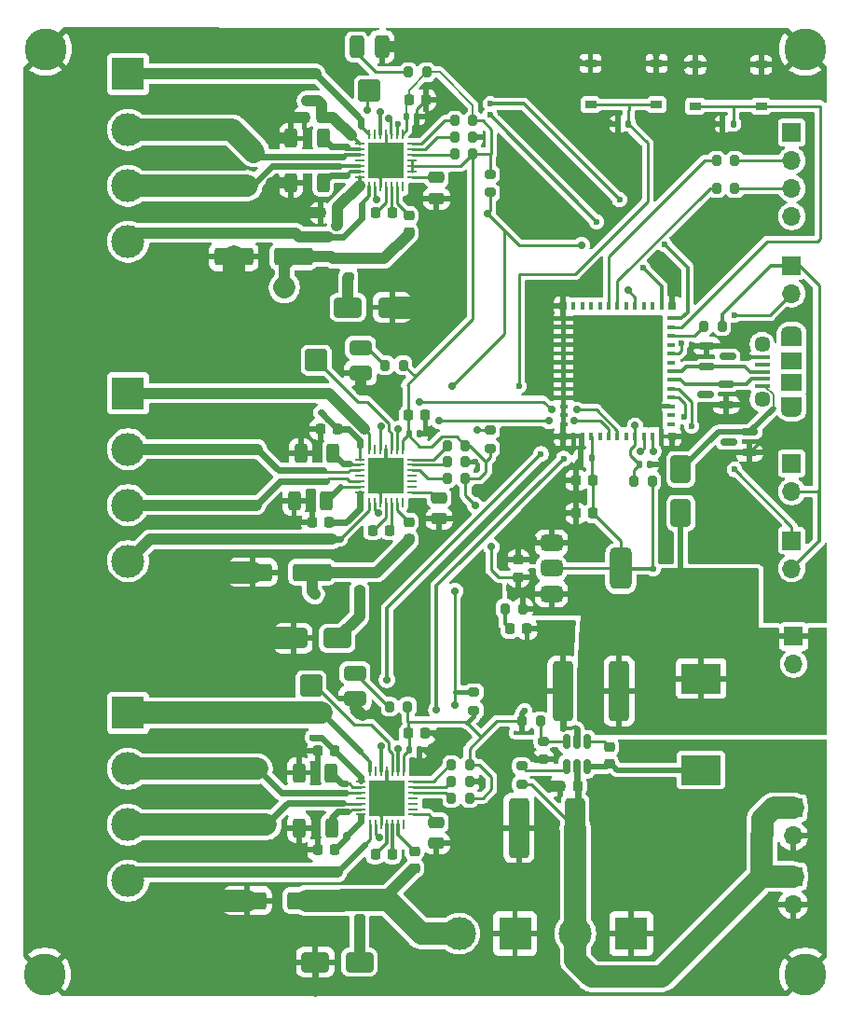
<source format=gbr>
%TF.GenerationSoftware,KiCad,Pcbnew,9.0.0*%
%TF.CreationDate,2025-05-08T19:43:25-07:00*%
%TF.ProjectId,Motor_Controller_Board_v1,4d6f746f-725f-4436-9f6e-74726f6c6c65,v1*%
%TF.SameCoordinates,Original*%
%TF.FileFunction,Copper,L1,Top*%
%TF.FilePolarity,Positive*%
%FSLAX46Y46*%
G04 Gerber Fmt 4.6, Leading zero omitted, Abs format (unit mm)*
G04 Created by KiCad (PCBNEW 9.0.0) date 2025-05-08 19:43:25*
%MOMM*%
%LPD*%
G01*
G04 APERTURE LIST*
G04 Aperture macros list*
%AMRoundRect*
0 Rectangle with rounded corners*
0 $1 Rounding radius*
0 $2 $3 $4 $5 $6 $7 $8 $9 X,Y pos of 4 corners*
0 Add a 4 corners polygon primitive as box body*
4,1,4,$2,$3,$4,$5,$6,$7,$8,$9,$2,$3,0*
0 Add four circle primitives for the rounded corners*
1,1,$1+$1,$2,$3*
1,1,$1+$1,$4,$5*
1,1,$1+$1,$6,$7*
1,1,$1+$1,$8,$9*
0 Add four rect primitives between the rounded corners*
20,1,$1+$1,$2,$3,$4,$5,0*
20,1,$1+$1,$4,$5,$6,$7,0*
20,1,$1+$1,$6,$7,$8,$9,0*
20,1,$1+$1,$8,$9,$2,$3,0*%
%AMFreePoly0*
4,1,6,0.725000,-0.725000,-0.725000,-0.725000,-0.725000,0.125000,-0.125000,0.725000,0.725000,0.725000,0.725000,-0.725000,0.725000,-0.725000,$1*%
G04 Aperture macros list end*
%TA.AperFunction,SMDPad,CuDef*%
%ADD10RoundRect,0.062500X0.062500X-0.387500X0.062500X0.387500X-0.062500X0.387500X-0.062500X-0.387500X0*%
%TD*%
%TA.AperFunction,SMDPad,CuDef*%
%ADD11RoundRect,0.062500X0.387500X-0.062500X0.387500X0.062500X-0.387500X0.062500X-0.387500X-0.062500X0*%
%TD*%
%TA.AperFunction,HeatsinkPad*%
%ADD12C,0.500000*%
%TD*%
%TA.AperFunction,HeatsinkPad*%
%ADD13R,3.250000X3.250000*%
%TD*%
%TA.AperFunction,SMDPad,CuDef*%
%ADD14RoundRect,0.150000X0.587500X0.150000X-0.587500X0.150000X-0.587500X-0.150000X0.587500X-0.150000X0*%
%TD*%
%TA.AperFunction,SMDPad,CuDef*%
%ADD15RoundRect,0.150000X-0.587500X-0.150000X0.587500X-0.150000X0.587500X0.150000X-0.587500X0.150000X0*%
%TD*%
%TA.AperFunction,SMDPad,CuDef*%
%ADD16RoundRect,0.225000X0.250000X-0.225000X0.250000X0.225000X-0.250000X0.225000X-0.250000X-0.225000X0*%
%TD*%
%TA.AperFunction,SMDPad,CuDef*%
%ADD17R,1.000000X0.750000*%
%TD*%
%TA.AperFunction,SMDPad,CuDef*%
%ADD18RoundRect,0.225000X-0.225000X-0.250000X0.225000X-0.250000X0.225000X0.250000X-0.225000X0.250000X0*%
%TD*%
%TA.AperFunction,SMDPad,CuDef*%
%ADD19RoundRect,0.250000X1.500000X0.550000X-1.500000X0.550000X-1.500000X-0.550000X1.500000X-0.550000X0*%
%TD*%
%TA.AperFunction,SMDPad,CuDef*%
%ADD20RoundRect,0.140000X0.140000X0.170000X-0.140000X0.170000X-0.140000X-0.170000X0.140000X-0.170000X0*%
%TD*%
%TA.AperFunction,SMDPad,CuDef*%
%ADD21RoundRect,0.250000X-0.400000X-0.750000X0.400000X-0.750000X0.400000X0.750000X-0.400000X0.750000X0*%
%TD*%
%TA.AperFunction,SMDPad,CuDef*%
%ADD22RoundRect,0.250000X-0.750000X-0.750000X0.750000X-0.750000X0.750000X0.750000X-0.750000X0.750000X0*%
%TD*%
%TA.AperFunction,SMDPad,CuDef*%
%ADD23RoundRect,0.250000X-0.750000X0.400000X-0.750000X-0.400000X0.750000X-0.400000X0.750000X0.400000X0*%
%TD*%
%TA.AperFunction,SMDPad,CuDef*%
%ADD24RoundRect,0.250000X-0.750000X0.750000X-0.750000X-0.750000X0.750000X-0.750000X0.750000X0.750000X0*%
%TD*%
%TA.AperFunction,ComponentPad*%
%ADD25R,3.000000X3.000000*%
%TD*%
%TA.AperFunction,ComponentPad*%
%ADD26C,3.000000*%
%TD*%
%TA.AperFunction,SMDPad,CuDef*%
%ADD27RoundRect,0.250000X0.650000X-1.000000X0.650000X1.000000X-0.650000X1.000000X-0.650000X-1.000000X0*%
%TD*%
%TA.AperFunction,SMDPad,CuDef*%
%ADD28RoundRect,0.200000X-0.275000X0.200000X-0.275000X-0.200000X0.275000X-0.200000X0.275000X0.200000X0*%
%TD*%
%TA.AperFunction,ComponentPad*%
%ADD29R,1.700000X1.700000*%
%TD*%
%TA.AperFunction,ComponentPad*%
%ADD30O,1.700000X1.700000*%
%TD*%
%TA.AperFunction,ComponentPad*%
%ADD31C,3.800000*%
%TD*%
%TA.AperFunction,SMDPad,CuDef*%
%ADD32RoundRect,0.200000X0.200000X0.275000X-0.200000X0.275000X-0.200000X-0.275000X0.200000X-0.275000X0*%
%TD*%
%TA.AperFunction,SMDPad,CuDef*%
%ADD33RoundRect,0.200000X-0.200000X-0.275000X0.200000X-0.275000X0.200000X0.275000X-0.200000X0.275000X0*%
%TD*%
%TA.AperFunction,SMDPad,CuDef*%
%ADD34RoundRect,0.250000X0.650000X2.450000X-0.650000X2.450000X-0.650000X-2.450000X0.650000X-2.450000X0*%
%TD*%
%TA.AperFunction,SMDPad,CuDef*%
%ADD35RoundRect,0.218750X0.218750X0.256250X-0.218750X0.256250X-0.218750X-0.256250X0.218750X-0.256250X0*%
%TD*%
%TA.AperFunction,SMDPad,CuDef*%
%ADD36RoundRect,0.250000X0.312500X0.625000X-0.312500X0.625000X-0.312500X-0.625000X0.312500X-0.625000X0*%
%TD*%
%TA.AperFunction,SMDPad,CuDef*%
%ADD37RoundRect,0.250000X-0.475000X0.250000X-0.475000X-0.250000X0.475000X-0.250000X0.475000X0.250000X0*%
%TD*%
%TA.AperFunction,SMDPad,CuDef*%
%ADD38RoundRect,0.140000X-0.140000X-0.170000X0.140000X-0.170000X0.140000X0.170000X-0.140000X0.170000X0*%
%TD*%
%TA.AperFunction,SMDPad,CuDef*%
%ADD39RoundRect,0.250000X1.000000X0.650000X-1.000000X0.650000X-1.000000X-0.650000X1.000000X-0.650000X0*%
%TD*%
%TA.AperFunction,SMDPad,CuDef*%
%ADD40RoundRect,0.200000X0.275000X-0.200000X0.275000X0.200000X-0.275000X0.200000X-0.275000X-0.200000X0*%
%TD*%
%TA.AperFunction,SMDPad,CuDef*%
%ADD41RoundRect,0.225000X-0.250000X0.225000X-0.250000X-0.225000X0.250000X-0.225000X0.250000X0.225000X0*%
%TD*%
%TA.AperFunction,SMDPad,CuDef*%
%ADD42R,3.600000X2.700000*%
%TD*%
%TA.AperFunction,SMDPad,CuDef*%
%ADD43R,1.350000X0.400000*%
%TD*%
%TA.AperFunction,HeatsinkPad*%
%ADD44O,1.900000X1.200000*%
%TD*%
%TA.AperFunction,SMDPad,CuDef*%
%ADD45R,1.900000X1.200000*%
%TD*%
%TA.AperFunction,HeatsinkPad*%
%ADD46C,1.450000*%
%TD*%
%TA.AperFunction,SMDPad,CuDef*%
%ADD47R,1.900000X1.500000*%
%TD*%
%TA.AperFunction,SMDPad,CuDef*%
%ADD48RoundRect,0.375000X-0.625000X-0.375000X0.625000X-0.375000X0.625000X0.375000X-0.625000X0.375000X0*%
%TD*%
%TA.AperFunction,SMDPad,CuDef*%
%ADD49RoundRect,0.500000X-0.500000X-1.400000X0.500000X-1.400000X0.500000X1.400000X-0.500000X1.400000X0*%
%TD*%
%TA.AperFunction,SMDPad,CuDef*%
%ADD50RoundRect,0.150000X-0.150000X0.512500X-0.150000X-0.512500X0.150000X-0.512500X0.150000X0.512500X0*%
%TD*%
%TA.AperFunction,SMDPad,CuDef*%
%ADD51R,0.400000X0.800000*%
%TD*%
%TA.AperFunction,SMDPad,CuDef*%
%ADD52R,0.800000X0.400000*%
%TD*%
%TA.AperFunction,SMDPad,CuDef*%
%ADD53FreePoly0,90.000000*%
%TD*%
%TA.AperFunction,SMDPad,CuDef*%
%ADD54R,1.450000X1.450000*%
%TD*%
%TA.AperFunction,SMDPad,CuDef*%
%ADD55R,0.700000X0.700000*%
%TD*%
%TA.AperFunction,SMDPad,CuDef*%
%ADD56RoundRect,0.250000X-1.000000X-0.650000X1.000000X-0.650000X1.000000X0.650000X-1.000000X0.650000X0*%
%TD*%
%TA.AperFunction,SMDPad,CuDef*%
%ADD57RoundRect,0.225000X0.225000X0.250000X-0.225000X0.250000X-0.225000X-0.250000X0.225000X-0.250000X0*%
%TD*%
%TA.AperFunction,ViaPad*%
%ADD58C,0.700000*%
%TD*%
%TA.AperFunction,ViaPad*%
%ADD59C,0.600000*%
%TD*%
%TA.AperFunction,Conductor*%
%ADD60C,0.250000*%
%TD*%
%TA.AperFunction,Conductor*%
%ADD61C,0.600000*%
%TD*%
%TA.AperFunction,Conductor*%
%ADD62C,2.000000*%
%TD*%
%TA.AperFunction,Conductor*%
%ADD63C,0.200000*%
%TD*%
%TA.AperFunction,Conductor*%
%ADD64C,0.500000*%
%TD*%
%TA.AperFunction,Conductor*%
%ADD65C,1.000000*%
%TD*%
%TA.AperFunction,Conductor*%
%ADD66C,0.300000*%
%TD*%
%TA.AperFunction,Conductor*%
%ADD67C,0.400000*%
%TD*%
%TA.AperFunction,Conductor*%
%ADD68C,0.999998*%
%TD*%
G04 APERTURE END LIST*
D10*
%TO.P,U403,1,OUT2B*%
%TO.N,/Stepper Drivers/VERTICAL_2B*%
X145900000Y-111650000D03*
%TO.P,U403,2,~{ENABLE}*%
%TO.N,DRIVER_ENABLE*%
X146400000Y-111650000D03*
%TO.P,U403,3,GND*%
%TO.N,GND*%
X146900000Y-111650000D03*
%TO.P,U403,4,CP1*%
%TO.N,/Stepper Drivers/V_CP1*%
X147400000Y-111650000D03*
%TO.P,U403,5,CP2*%
%TO.N,/Stepper Drivers/V_CP2*%
X147900000Y-111650000D03*
%TO.P,U403,6,VCP*%
%TO.N,/Stepper Drivers/V_VCP*%
X148400000Y-111650000D03*
%TO.P,U403,7,NC*%
%TO.N,unconnected-(U403-NC-Pad7)*%
X148900000Y-111650000D03*
D11*
%TO.P,U403,8,VREG*%
%TO.N,/Stepper Drivers/V_VREG*%
X149800000Y-110750000D03*
%TO.P,U403,9,MS1*%
%TO.N,unconnected-(U403-MS1-Pad9)*%
X149800000Y-110250000D03*
%TO.P,U403,10,MS2*%
%TO.N,unconnected-(U403-MS2-Pad10)*%
X149800000Y-109750000D03*
%TO.P,U403,11,MS3*%
%TO.N,unconnected-(U403-MS3-Pad11)*%
X149800000Y-109250000D03*
%TO.P,U403,12,~{RESET}*%
%TO.N,/Stepper Drivers/V_RESET*%
X149800000Y-108750000D03*
%TO.P,U403,13,ROSC*%
%TO.N,/Stepper Drivers/V_ROSC*%
X149800000Y-108250000D03*
%TO.P,U403,14,~{SLEEP}*%
%TO.N,/Stepper Drivers/V_SLEEP*%
X149800000Y-107750000D03*
D10*
%TO.P,U403,15,VDD*%
%TO.N,+5V*%
X148900000Y-106850000D03*
%TO.P,U403,16,STEP*%
%TO.N,VERTICAL_STEP*%
X148400000Y-106850000D03*
%TO.P,U403,17,VREF*%
%TO.N,/Stepper Drivers/V_VREF*%
X147900000Y-106850000D03*
%TO.P,U403,18,GND*%
%TO.N,GND*%
X147400000Y-106850000D03*
%TO.P,U403,19,DIR*%
%TO.N,VERTICAL_DIR*%
X146900000Y-106850000D03*
%TO.P,U403,20,NC*%
%TO.N,unconnected-(U403-NC-Pad20)*%
X146400000Y-106850000D03*
%TO.P,U403,21,OUT1B*%
%TO.N,/Stepper Drivers/VERTICAL_1B*%
X145900000Y-106850000D03*
D11*
%TO.P,U403,22,VBB1*%
%TO.N,+24V*%
X145000000Y-107750000D03*
%TO.P,U403,23,SENSE1*%
%TO.N,/Stepper Drivers/V_SENSE1*%
X145000000Y-108250000D03*
%TO.P,U403,24,OUT1A*%
%TO.N,/Stepper Drivers/VERTICAL_1A*%
X145000000Y-108750000D03*
%TO.P,U403,25,NC*%
%TO.N,unconnected-(U403-NC-Pad25)*%
X145000000Y-109250000D03*
%TO.P,U403,26,OUT2A*%
%TO.N,/Stepper Drivers/VERTICAL_2A*%
X145000000Y-109750000D03*
%TO.P,U403,27,SENSE2*%
%TO.N,/Stepper Drivers/V_SENSE2*%
X145000000Y-110250000D03*
%TO.P,U403,28,VBB2*%
%TO.N,+24V*%
X145000000Y-110750000D03*
D12*
%TO.P,U403,29,GND*%
%TO.N,GND*%
X146400000Y-110250000D03*
X147400000Y-110250000D03*
X148400000Y-110250000D03*
X146400000Y-109250000D03*
X147400000Y-109250000D03*
D13*
X147400000Y-109250000D03*
D12*
X148400000Y-109250000D03*
X146400000Y-108250000D03*
X147400000Y-108250000D03*
X148400000Y-108250000D03*
%TD*%
D10*
%TO.P,U402,1,OUT2B*%
%TO.N,/Stepper Drivers/HORIZONTAL_2B*%
X146000000Y-140900000D03*
%TO.P,U402,2,~{ENABLE}*%
%TO.N,DRIVER_ENABLE*%
X146500000Y-140900000D03*
%TO.P,U402,3,GND*%
%TO.N,GND*%
X147000000Y-140900000D03*
%TO.P,U402,4,CP1*%
%TO.N,/Stepper Drivers/H_CP1*%
X147500000Y-140900000D03*
%TO.P,U402,5,CP2*%
%TO.N,/Stepper Drivers/H_CP2*%
X148000000Y-140900000D03*
%TO.P,U402,6,VCP*%
%TO.N,/Stepper Drivers/H_VCP*%
X148500000Y-140900000D03*
%TO.P,U402,7,NC*%
%TO.N,unconnected-(U402-NC-Pad7)*%
X149000000Y-140900000D03*
D11*
%TO.P,U402,8,VREG*%
%TO.N,/Stepper Drivers/H_VREG*%
X149900000Y-140000000D03*
%TO.P,U402,9,MS1*%
%TO.N,unconnected-(U402-MS1-Pad9)*%
X149900000Y-139500000D03*
%TO.P,U402,10,MS2*%
%TO.N,unconnected-(U402-MS2-Pad10)*%
X149900000Y-139000000D03*
%TO.P,U402,11,MS3*%
%TO.N,unconnected-(U402-MS3-Pad11)*%
X149900000Y-138500000D03*
%TO.P,U402,12,~{RESET}*%
%TO.N,/Stepper Drivers/H_RESET*%
X149900000Y-138000000D03*
%TO.P,U402,13,ROSC*%
%TO.N,/Stepper Drivers/H_ROSC*%
X149900000Y-137500000D03*
%TO.P,U402,14,~{SLEEP}*%
%TO.N,/Stepper Drivers/H_SLEEP*%
X149900000Y-137000000D03*
D10*
%TO.P,U402,15,VDD*%
%TO.N,+5V*%
X149000000Y-136100000D03*
%TO.P,U402,16,STEP*%
%TO.N,HORIZONTAL_STEP*%
X148500000Y-136100000D03*
%TO.P,U402,17,VREF*%
%TO.N,/Stepper Drivers/H_VREF*%
X148000000Y-136100000D03*
%TO.P,U402,18,GND*%
%TO.N,GND*%
X147500000Y-136100000D03*
%TO.P,U402,19,DIR*%
%TO.N,HORIZONTAL_DIR*%
X147000000Y-136100000D03*
%TO.P,U402,20,NC*%
%TO.N,unconnected-(U402-NC-Pad20)*%
X146500000Y-136100000D03*
%TO.P,U402,21,OUT1B*%
%TO.N,/Stepper Drivers/HORIZONTAL_1B*%
X146000000Y-136100000D03*
D11*
%TO.P,U402,22,VBB1*%
%TO.N,+24V*%
X145100000Y-137000000D03*
%TO.P,U402,23,SENSE1*%
%TO.N,/Stepper Drivers/H_SENSE1*%
X145100000Y-137500000D03*
%TO.P,U402,24,OUT1A*%
%TO.N,/Stepper Drivers/HORIZONTAL_1A*%
X145100000Y-138000000D03*
%TO.P,U402,25,NC*%
%TO.N,unconnected-(U402-NC-Pad25)*%
X145100000Y-138500000D03*
%TO.P,U402,26,OUT2A*%
%TO.N,/Stepper Drivers/HORIZONTAL_2A*%
X145100000Y-139000000D03*
%TO.P,U402,27,SENSE2*%
%TO.N,/Stepper Drivers/H_SENSE2*%
X145100000Y-139500000D03*
%TO.P,U402,28,VBB2*%
%TO.N,+24V*%
X145100000Y-140000000D03*
D12*
%TO.P,U402,29,GND*%
%TO.N,GND*%
X146500000Y-139500000D03*
X147500000Y-139500000D03*
X148500000Y-139500000D03*
X146500000Y-138500000D03*
X147500000Y-138500000D03*
D13*
X147500000Y-138500000D03*
D12*
X148500000Y-138500000D03*
X146500000Y-137500000D03*
X147500000Y-137500000D03*
X148500000Y-137500000D03*
%TD*%
D10*
%TO.P,U401,1,OUT2B*%
%TO.N,/Stepper Drivers/AGITATE_2B*%
X145900000Y-83020000D03*
%TO.P,U401,2,~{ENABLE}*%
%TO.N,DRIVER_ENABLE*%
X146400000Y-83020000D03*
%TO.P,U401,3,GND*%
%TO.N,GND*%
X146900000Y-83020000D03*
%TO.P,U401,4,CP1*%
%TO.N,/Stepper Drivers/A_CP1*%
X147400000Y-83020000D03*
%TO.P,U401,5,CP2*%
%TO.N,/Stepper Drivers/A_CP2*%
X147900000Y-83020000D03*
%TO.P,U401,6,VCP*%
%TO.N,/Stepper Drivers/A_VCP*%
X148400000Y-83020000D03*
%TO.P,U401,7,NC*%
%TO.N,unconnected-(U401-NC-Pad7)*%
X148900000Y-83020000D03*
D11*
%TO.P,U401,8,VREG*%
%TO.N,/Stepper Drivers/A_VREG*%
X149800000Y-82120000D03*
%TO.P,U401,9,MS1*%
%TO.N,+5V*%
X149800000Y-81620000D03*
%TO.P,U401,10,MS2*%
X149800000Y-81120000D03*
%TO.P,U401,11,MS3*%
X149800000Y-80620000D03*
%TO.P,U401,12,~{RESET}*%
%TO.N,/Stepper Drivers/A_RESET*%
X149800000Y-80120000D03*
%TO.P,U401,13,ROSC*%
%TO.N,/Stepper Drivers/A_ROSC*%
X149800000Y-79620000D03*
%TO.P,U401,14,~{SLEEP}*%
%TO.N,/Stepper Drivers/A_SLEEP*%
X149800000Y-79120000D03*
D10*
%TO.P,U401,15,VDD*%
%TO.N,+5V*%
X148900000Y-78220000D03*
%TO.P,U401,16,STEP*%
%TO.N,AGITATION_STEP*%
X148400000Y-78220000D03*
%TO.P,U401,17,VREF*%
%TO.N,/Stepper Drivers/A_VREF*%
X147900000Y-78220000D03*
%TO.P,U401,18,GND*%
%TO.N,GND*%
X147400000Y-78220000D03*
%TO.P,U401,19,DIR*%
%TO.N,AGITATION_DIR*%
X146900000Y-78220000D03*
%TO.P,U401,20,NC*%
%TO.N,unconnected-(U401-NC-Pad20)*%
X146400000Y-78220000D03*
%TO.P,U401,21,OUT1B*%
%TO.N,/Stepper Drivers/AGITATE_1B*%
X145900000Y-78220000D03*
D11*
%TO.P,U401,22,VBB1*%
%TO.N,+24V*%
X145000000Y-79120000D03*
%TO.P,U401,23,SENSE1*%
%TO.N,/Stepper Drivers/A_SENSE1*%
X145000000Y-79620000D03*
%TO.P,U401,24,OUT1A*%
%TO.N,/Stepper Drivers/AGITATE_1A*%
X145000000Y-80120000D03*
%TO.P,U401,25,NC*%
%TO.N,unconnected-(U401-NC-Pad25)*%
X145000000Y-80620000D03*
%TO.P,U401,26,OUT2A*%
%TO.N,/Stepper Drivers/AGITATE_2A*%
X145000000Y-81120000D03*
%TO.P,U401,27,SENSE2*%
%TO.N,/Stepper Drivers/A_SENSE2*%
X145000000Y-81620000D03*
%TO.P,U401,28,VBB2*%
%TO.N,+24V*%
X145000000Y-82120000D03*
D12*
%TO.P,U401,29,GND*%
%TO.N,GND*%
X146400000Y-81620000D03*
X147400000Y-81620000D03*
X148400000Y-81620000D03*
X146400000Y-80620000D03*
X147400000Y-80620000D03*
D13*
X147400000Y-80620000D03*
D12*
X148400000Y-80620000D03*
X146400000Y-79620000D03*
X147400000Y-79620000D03*
X148400000Y-79620000D03*
%TD*%
D14*
%TO.P,D304,1,K*%
%TO.N,GND*%
X180450000Y-107150000D03*
%TO.P,D304,2,A*%
%TO.N,/Microcontroller/+VBUS*%
X180450000Y-105250000D03*
%TO.P,D304,3*%
%TO.N,N/C*%
X178575000Y-106200000D03*
%TD*%
D15*
%TO.P,D302,1,K*%
%TO.N,GND*%
X176575000Y-97450000D03*
%TO.P,D302,2,A*%
%TO.N,/Microcontroller/USB_D+*%
X176575000Y-99350000D03*
%TO.P,D302,3*%
%TO.N,N/C*%
X178450000Y-98400000D03*
%TD*%
D14*
%TO.P,D301,1,K*%
%TO.N,GND*%
X178325000Y-102800000D03*
%TO.P,D301,2,A*%
%TO.N,/Microcontroller/USB_D-*%
X178325000Y-100900000D03*
%TO.P,D301,3*%
%TO.N,N/C*%
X176450000Y-101850000D03*
%TD*%
D16*
%TO.P,C205,2*%
%TO.N,GND*%
X159450000Y-116875000D03*
%TO.P,C205,1*%
%TO.N,+5V*%
X159450000Y-118425000D03*
%TD*%
D17*
%TO.P,SW301,1,1*%
%TO.N,GND*%
X166000000Y-71800000D03*
X172000000Y-71800000D03*
%TO.P,SW301,2,2*%
%TO.N,/Microcontroller/EN*%
X166000000Y-75550000D03*
X172000000Y-75550000D03*
%TD*%
D18*
%TO.P,C424,1*%
%TO.N,/Stepper Drivers/V_CP1*%
X146225000Y-114200000D03*
%TO.P,C424,2*%
%TO.N,/Stepper Drivers/V_CP2*%
X147775000Y-114200000D03*
%TD*%
D19*
%TO.P,C407,1*%
%TO.N,+24V*%
X139000000Y-89370000D03*
%TO.P,C407,2*%
%TO.N,GND*%
X133600000Y-89370000D03*
%TD*%
D20*
%TO.P,C409,1*%
%TO.N,GND*%
X150480000Y-134100000D03*
%TO.P,C409,2*%
%TO.N,+5V*%
X149520000Y-134100000D03*
%TD*%
D21*
%TO.P,RV401,1,1*%
%TO.N,/Stepper Drivers/A_POT_IN*%
X144750000Y-70300000D03*
D22*
%TO.P,RV401,2,2*%
%TO.N,/Stepper Drivers/A_VREF*%
X145900000Y-74300000D03*
D21*
%TO.P,RV401,3,3*%
%TO.N,GND*%
X147050000Y-70300000D03*
%TD*%
D23*
%TO.P,RV402,1,1*%
%TO.N,/Stepper Drivers/H_POT_IN*%
X144600000Y-127150000D03*
D24*
%TO.P,RV402,2,2*%
%TO.N,/Stepper Drivers/H_VREF*%
X140600000Y-128300000D03*
D23*
%TO.P,RV402,3,3*%
%TO.N,GND*%
X144600000Y-129450000D03*
%TD*%
D25*
%TO.P,J401,1,Pin_1*%
%TO.N,/Stepper Drivers/AGITATE_1B*%
X124000000Y-72750000D03*
D26*
%TO.P,J401,2,Pin_2*%
%TO.N,/Stepper Drivers/AGITATE_1A*%
X124000000Y-77830000D03*
%TO.P,J401,3,Pin_3*%
%TO.N,/Stepper Drivers/AGITATE_2A*%
X124000000Y-82910000D03*
%TO.P,J401,4,Pin_4*%
%TO.N,/Stepper Drivers/AGITATE_2B*%
X124000000Y-87990000D03*
%TD*%
D27*
%TO.P,D303,1,K*%
%TO.N,+5V*%
X174200000Y-112650000D03*
%TO.P,D303,2,A*%
%TO.N,/Microcontroller/+VBUS*%
X174200000Y-108650000D03*
%TD*%
D28*
%TO.P,R410,1*%
%TO.N,+24V*%
X145000000Y-147795000D03*
%TO.P,R410,2*%
%TO.N,/Stepper Drivers/H_FLYBACK*%
X145000000Y-149445000D03*
%TD*%
D18*
%TO.P,C408,1*%
%TO.N,/Stepper Drivers/A_CP1*%
X146450000Y-85370000D03*
%TO.P,C408,2*%
%TO.N,/Stepper Drivers/A_CP2*%
X148000000Y-85370000D03*
%TD*%
D29*
%TO.P,J301,1,Pin_1*%
%TO.N,unconnected-(J301-Pin_1-Pad1)*%
X184275000Y-78080000D03*
D30*
%TO.P,J301,2,Pin_2*%
%TO.N,/Microcontroller/RXD*%
X184275000Y-80620000D03*
%TO.P,J301,3,Pin_3*%
%TO.N,/Microcontroller/TXD*%
X184275000Y-83160000D03*
%TO.P,J301,4,Pin_4*%
%TO.N,unconnected-(J301-Pin_4-Pad4)*%
X184275000Y-85700000D03*
%TD*%
D31*
%TO.P,H201,1,1*%
%TO.N,GND*%
X116500000Y-70500000D03*
%TD*%
%TO.P,H204,1,1*%
%TO.N,GND*%
X116420000Y-154500000D03*
%TD*%
D20*
%TO.P,C417,1*%
%TO.N,GND*%
X150480000Y-105400000D03*
%TO.P,C417,2*%
%TO.N,+5V*%
X149520000Y-105400000D03*
%TD*%
D31*
%TO.P,H203,1,1*%
%TO.N,GND*%
X185500000Y-154500000D03*
%TD*%
D32*
%TO.P,R406,1*%
%TO.N,+5V*%
X155325000Y-79980000D03*
%TO.P,R406,2*%
%TO.N,/Stepper Drivers/A_RESET*%
X153675000Y-79980000D03*
%TD*%
D25*
%TO.P,J403,1,Pin_1*%
%TO.N,/Stepper Drivers/VERTICAL_1B*%
X124000000Y-101750000D03*
D26*
%TO.P,J403,2,Pin_2*%
%TO.N,/Stepper Drivers/VERTICAL_1A*%
X124000000Y-106830000D03*
%TO.P,J403,3,Pin_3*%
%TO.N,/Stepper Drivers/VERTICAL_2A*%
X124000000Y-111910000D03*
%TO.P,J403,4,Pin_4*%
%TO.N,/Stepper Drivers/VERTICAL_2B*%
X124000000Y-116990000D03*
%TD*%
D33*
%TO.P,R407,1*%
%TO.N,/Stepper Drivers/H_POT_IN*%
X147750000Y-130200000D03*
%TO.P,R407,2*%
%TO.N,+5V*%
X149400000Y-130200000D03*
%TD*%
D29*
%TO.P,J304,1,Pin_1*%
%TO.N,/Microcontroller/VERTICAL_SWITCH*%
X184275000Y-108120000D03*
D30*
%TO.P,J304,2,Pin_2*%
%TO.N,+3.3V*%
X184275000Y-110660000D03*
%TD*%
D29*
%TO.P,J206,1,Pin_1*%
%TO.N,/Power Supply/DIGITAL_POWER_+24V*%
X184400000Y-139400000D03*
D30*
%TO.P,J206,2,Pin_2*%
%TO.N,GND*%
X184400000Y-141940000D03*
%TD*%
D20*
%TO.P,C401,1*%
%TO.N,GND*%
X150230000Y-76620000D03*
%TO.P,C401,2*%
%TO.N,+5V*%
X149270000Y-76620000D03*
%TD*%
D33*
%TO.P,R203,1*%
%TO.N,+5V*%
X159775000Y-131500000D03*
%TO.P,R203,2*%
%TO.N,/Power Supply/BUCK_FB*%
X161425000Y-131500000D03*
%TD*%
%TO.P,R201,1*%
%TO.N,Net-(D201-A)*%
X158210000Y-121300000D03*
%TO.P,R201,2*%
%TO.N,+5V*%
X159860000Y-121300000D03*
%TD*%
D34*
%TO.P,C204,1*%
%TO.N,+5V*%
X168600000Y-128800000D03*
%TO.P,C204,2*%
%TO.N,GND*%
X163500000Y-128800000D03*
%TD*%
D35*
%TO.P,D201,1,K*%
%TO.N,GND*%
X160237500Y-123150000D03*
%TO.P,D201,2,A*%
%TO.N,Net-(D201-A)*%
X158662500Y-123150000D03*
%TD*%
D33*
%TO.P,R302,1*%
%TO.N,/Microcontroller/TXD0*%
X177450000Y-80650000D03*
%TO.P,R302,2*%
%TO.N,/Microcontroller/RXD*%
X179100000Y-80650000D03*
%TD*%
%TO.P,R412,1*%
%TO.N,/Stepper Drivers/V_POT_IN*%
X147350000Y-99200000D03*
%TO.P,R412,2*%
%TO.N,+5V*%
X149000000Y-99200000D03*
%TD*%
D36*
%TO.P,R421,1*%
%TO.N,/Stepper Drivers/V_SENSE2*%
X142000000Y-111500000D03*
%TO.P,R421,2*%
%TO.N,GND*%
X139075000Y-111500000D03*
%TD*%
D29*
%TO.P,J305,1,Pin_1*%
%TO.N,/Microcontroller/HORIZONTAL_SWITCH*%
X184275000Y-115120000D03*
D30*
%TO.P,J305,2,Pin_2*%
%TO.N,+3.3V*%
X184275000Y-117660000D03*
%TD*%
D37*
%TO.P,C412,1*%
%TO.N,/Stepper Drivers/H_VREG*%
X152000000Y-140720000D03*
%TO.P,C412,2*%
%TO.N,GND*%
X152000000Y-142620000D03*
%TD*%
D38*
%TO.P,C304,1*%
%TO.N,/Microcontroller/EN*%
X170450000Y-108228000D03*
%TO.P,C304,2*%
%TO.N,GND*%
X171410000Y-108228000D03*
%TD*%
D29*
%TO.P,J303,1,Pin_1*%
%TO.N,+3.3V*%
X184275000Y-90160000D03*
D30*
%TO.P,J303,2,Pin_2*%
%TO.N,/Microcontroller/AGITATION_SWITCH*%
X184275000Y-92700000D03*
%TD*%
D19*
%TO.P,C415,1*%
%TO.N,+24V*%
X140200000Y-147800000D03*
%TO.P,C415,2*%
%TO.N,GND*%
X134800000Y-147800000D03*
%TD*%
D36*
%TO.P,R420,1*%
%TO.N,/Stepper Drivers/V_SENSE1*%
X142600000Y-107210000D03*
%TO.P,R420,2*%
%TO.N,GND*%
X139675000Y-107210000D03*
%TD*%
D38*
%TO.P,C301,1*%
%TO.N,GND*%
X165145000Y-107640000D03*
%TO.P,C301,2*%
%TO.N,+3.3V*%
X166105000Y-107640000D03*
%TD*%
D34*
%TO.P,C202,1*%
%TO.N,/Power Supply/DIGITAL_POWER_+24V*%
X164600000Y-141200000D03*
%TO.P,C202,2*%
%TO.N,GND*%
X159500000Y-141200000D03*
%TD*%
D39*
%TO.P,D403,1,K*%
%TO.N,/Stepper Drivers/V_FLYBACK*%
X143000000Y-124000000D03*
%TO.P,D403,2,A*%
%TO.N,GND*%
X139000000Y-124000000D03*
%TD*%
D18*
%TO.P,C421,1*%
%TO.N,GND*%
X140690000Y-113500000D03*
%TO.P,C421,2*%
%TO.N,+24V*%
X142240000Y-113500000D03*
%TD*%
D37*
%TO.P,C404,1*%
%TO.N,/Stepper Drivers/A_VREG*%
X152000000Y-82170000D03*
%TO.P,C404,2*%
%TO.N,GND*%
X152000000Y-84070000D03*
%TD*%
D36*
%TO.P,R404,1*%
%TO.N,/Stepper Drivers/A_SENSE1*%
X141712500Y-78620000D03*
%TO.P,R404,2*%
%TO.N,GND*%
X138787500Y-78620000D03*
%TD*%
D40*
%TO.P,R202,1*%
%TO.N,/Power Supply/DIGITAL_POWER_+24V*%
X159750000Y-137250000D03*
%TO.P,R202,2*%
%TO.N,/Power Supply/BUCK_EN*%
X159750000Y-135600000D03*
%TD*%
D33*
%TO.P,R401,1*%
%TO.N,/Stepper Drivers/A_POT_IN*%
X149475000Y-72600000D03*
%TO.P,R401,2*%
%TO.N,+5V*%
X151125000Y-72600000D03*
%TD*%
D29*
%TO.P,J207,1,Pin_1*%
%TO.N,/Power Supply/DIGITAL_POWER_+24V*%
X184400000Y-145625000D03*
D30*
%TO.P,J207,2,Pin_2*%
%TO.N,GND*%
X184400000Y-148165000D03*
%TD*%
D33*
%TO.P,R303,1*%
%TO.N,/Microcontroller/RXD0*%
X177450000Y-83160000D03*
%TO.P,R303,2*%
%TO.N,/Microcontroller/TXD*%
X179100000Y-83160000D03*
%TD*%
D41*
%TO.P,C411,1*%
%TO.N,/Stepper Drivers/H_VCP*%
X150000000Y-143325000D03*
%TO.P,C411,2*%
%TO.N,+24V*%
X150000000Y-144875000D03*
%TD*%
D25*
%TO.P,J203,1,Pin_1*%
%TO.N,GND*%
X159140000Y-150800000D03*
D26*
%TO.P,J203,2,Pin_2*%
%TO.N,+24V*%
X154060000Y-150800000D03*
%TD*%
D42*
%TO.P,L201,1,1*%
%TO.N,/Power Supply/BUCK_SW*%
X176050000Y-135950000D03*
%TO.P,L201,2,2*%
%TO.N,+5V*%
X176050000Y-127650000D03*
%TD*%
D43*
%TO.P,J302,1,VBUS*%
%TO.N,/Microcontroller/+VBUS*%
X181575000Y-101100000D03*
%TO.P,J302,2,D-*%
%TO.N,/Microcontroller/USB_D-*%
X181575000Y-100450000D03*
%TO.P,J302,3,D+*%
%TO.N,/Microcontroller/USB_D+*%
X181575000Y-99800000D03*
%TO.P,J302,4,ID*%
%TO.N,unconnected-(J302-ID-Pad4)*%
X181575000Y-99150000D03*
%TO.P,J302,5,GND*%
%TO.N,GND*%
X181575000Y-98500000D03*
D44*
%TO.P,J302,6,Shield*%
%TO.N,unconnected-(J302-Shield-Pad6)_6*%
X184275000Y-103300000D03*
D45*
%TO.N,unconnected-(J302-Shield-Pad6)_2*%
X184275000Y-102700000D03*
D46*
%TO.N,unconnected-(J302-Shield-Pad6)_4*%
X181575000Y-102300000D03*
D47*
%TO.N,unconnected-(J302-Shield-Pad6)_3*%
X184275000Y-100800000D03*
%TO.N,unconnected-(J302-Shield-Pad6)_7*%
X184275000Y-98800000D03*
D46*
%TO.N,unconnected-(J302-Shield-Pad6)_1*%
X181575000Y-97300000D03*
D45*
%TO.N,unconnected-(J302-Shield-Pad6)_5*%
X184275000Y-96900000D03*
D44*
%TO.N,unconnected-(J302-Shield-Pad6)*%
X184275000Y-96300000D03*
%TD*%
D41*
%TO.P,C419,1*%
%TO.N,/Stepper Drivers/V_VCP*%
X149500000Y-113450000D03*
%TO.P,C419,2*%
%TO.N,+24V*%
X149500000Y-115000000D03*
%TD*%
D39*
%TO.P,D402,1,K*%
%TO.N,/Stepper Drivers/H_FLYBACK*%
X145000000Y-153400000D03*
%TO.P,D402,2,A*%
%TO.N,GND*%
X141000000Y-153400000D03*
%TD*%
D18*
%TO.P,C406,1*%
%TO.N,GND*%
X140005000Y-76680000D03*
%TO.P,C406,2*%
%TO.N,+24V*%
X141555000Y-76680000D03*
%TD*%
D32*
%TO.P,R423,1*%
%TO.N,+5V*%
X154650000Y-106500000D03*
%TO.P,R423,2*%
%TO.N,/Stepper Drivers/V_SLEEP*%
X153000000Y-106500000D03*
%TD*%
D18*
%TO.P,C422,1*%
%TO.N,GND*%
X141450000Y-105000000D03*
%TO.P,C422,2*%
%TO.N,+24V*%
X143000000Y-105000000D03*
%TD*%
D32*
%TO.P,R422,1*%
%TO.N,+5V*%
X154650000Y-109500000D03*
%TO.P,R422,2*%
%TO.N,/Stepper Drivers/V_RESET*%
X153000000Y-109500000D03*
%TD*%
D28*
%TO.P,R409,2*%
%TO.N,DRIVER_ENABLE*%
X156900000Y-83500000D03*
%TO.P,R409,1*%
%TO.N,+5V*%
X156900000Y-81850000D03*
%TD*%
D48*
%TO.P,U202,1,ADJ*%
%TO.N,GND*%
X162450000Y-115350000D03*
%TO.P,U202,2,VO*%
%TO.N,+3.3V*%
X162450000Y-117650000D03*
D49*
X168750000Y-117650000D03*
D48*
%TO.P,U202,3,VI*%
%TO.N,+5V*%
X162450000Y-119950000D03*
%TD*%
D50*
%TO.P,U201,1,BST*%
%TO.N,/Power Supply/BUCK_BST*%
X165700000Y-133375000D03*
%TO.P,U201,2,GND*%
%TO.N,GND*%
X164750000Y-133375000D03*
%TO.P,U201,3,FB*%
%TO.N,/Power Supply/BUCK_FB*%
X163800000Y-133375000D03*
%TO.P,U201,4,EN*%
%TO.N,/Power Supply/BUCK_EN*%
X163800000Y-135650000D03*
%TO.P,U201,5,VIN*%
%TO.N,/Power Supply/DIGITAL_POWER_+24V*%
X164750000Y-135650000D03*
%TO.P,U201,6,SW*%
%TO.N,/Power Supply/BUCK_SW*%
X165700000Y-135650000D03*
%TD*%
D38*
%TO.P,C305,1*%
%TO.N,GND*%
X178000000Y-77300000D03*
%TO.P,C305,2*%
%TO.N,/Microcontroller/BOOT*%
X178960000Y-77300000D03*
%TD*%
D25*
%TO.P,J402,1,Pin_1*%
%TO.N,/Stepper Drivers/HORIZONTAL_1B*%
X124000000Y-130760000D03*
D26*
%TO.P,J402,2,Pin_2*%
%TO.N,/Stepper Drivers/HORIZONTAL_1A*%
X124000000Y-135840000D03*
%TO.P,J402,3,Pin_3*%
%TO.N,/Stepper Drivers/HORIZONTAL_2A*%
X124000000Y-140920000D03*
%TO.P,J402,4,Pin_4*%
%TO.N,/Stepper Drivers/HORIZONTAL_2B*%
X124000000Y-146000000D03*
%TD*%
D18*
%TO.P,C405,1*%
%TO.N,GND*%
X141450000Y-85370000D03*
%TO.P,C405,2*%
%TO.N,+24V*%
X143000000Y-85370000D03*
%TD*%
%TO.P,C416,1*%
%TO.N,/Stepper Drivers/H_CP1*%
X146450000Y-143620000D03*
%TO.P,C416,2*%
%TO.N,/Stepper Drivers/H_CP2*%
X148000000Y-143620000D03*
%TD*%
D36*
%TO.P,R413,1*%
%TO.N,/Stepper Drivers/H_SENSE1*%
X142437500Y-136200000D03*
%TO.P,R413,2*%
%TO.N,GND*%
X139512500Y-136200000D03*
%TD*%
D32*
%TO.P,R304,1*%
%TO.N,+3.3V*%
X177950000Y-95650000D03*
%TO.P,R304,2*%
%TO.N,/Microcontroller/IO8*%
X176300000Y-95650000D03*
%TD*%
D40*
%TO.P,R424,1*%
%TO.N,+5V*%
X155400000Y-130525000D03*
%TO.P,R424,2*%
%TO.N,DRIVER_ENABLE*%
X155400000Y-128875000D03*
%TD*%
D16*
%TO.P,C201,1*%
%TO.N,/Power Supply/BUCK_SW*%
X167700000Y-135425000D03*
%TO.P,C201,2*%
%TO.N,/Power Supply/BUCK_BST*%
X167700000Y-133875000D03*
%TD*%
D51*
%TO.P,U301,1,GND*%
%TO.N,GND*%
X164450000Y-105650000D03*
%TO.P,U301,2,GND*%
X165250000Y-105650000D03*
%TO.P,U301,3,3V3*%
%TO.N,+3.3V*%
X166050000Y-105650000D03*
%TO.P,U301,4,NC*%
%TO.N,unconnected-(U301-NC-Pad4)*%
X166850000Y-105650000D03*
%TO.P,U301,5,IO2*%
%TO.N,VERTICAL_STEP*%
X167650000Y-105650000D03*
%TO.P,U301,6,IO3*%
%TO.N,VERTICAL_DIR*%
X168450000Y-105650000D03*
%TO.P,U301,7,NC*%
%TO.N,unconnected-(U301-NC-Pad7)*%
X169250000Y-105650000D03*
%TO.P,U301,8,EN*%
%TO.N,/Microcontroller/EN*%
X170050000Y-105650000D03*
%TO.P,U301,9,IO4*%
%TO.N,HORIZONTAL_DIR*%
X170850000Y-105650000D03*
%TO.P,U301,10,IO5*%
%TO.N,HORIZONTAL_STEP*%
X171650000Y-105650000D03*
%TO.P,U301,11,GND*%
%TO.N,GND*%
X172450000Y-105650000D03*
D52*
%TO.P,U301,12,IO0*%
%TO.N,unconnected-(U301-IO0-Pad12)*%
X173350000Y-104550000D03*
%TO.P,U301,13,IO1*%
%TO.N,unconnected-(U301-IO1-Pad13)*%
X173350000Y-103750000D03*
%TO.P,U301,14,GND*%
%TO.N,GND*%
X173350000Y-102950000D03*
%TO.P,U301,15,IO6*%
%TO.N,/Microcontroller/VERTICAL_SWITCH*%
X173350000Y-102150000D03*
%TO.P,U301,16,IO7*%
%TO.N,/Microcontroller/HORIZONTAL_SWITCH*%
X173350000Y-101350000D03*
%TO.P,U301,17,IO12*%
%TO.N,/Microcontroller/USB_D-*%
X173350000Y-100550000D03*
%TO.P,U301,18,IO13*%
%TO.N,/Microcontroller/USB_D+*%
X173350000Y-99750000D03*
%TO.P,U301,19,IO14*%
%TO.N,unconnected-(U301-IO14-Pad19)*%
X173350000Y-98950000D03*
%TO.P,U301,20,IO15*%
%TO.N,/Microcontroller/AGITATION_SWITCH*%
X173350000Y-98150000D03*
%TO.P,U301,21,NC*%
%TO.N,unconnected-(U301-NC-Pad21)*%
X173350000Y-97350000D03*
%TO.P,U301,22,IO8*%
%TO.N,/Microcontroller/IO8*%
X173350000Y-96550000D03*
%TO.P,U301,23,IO9*%
%TO.N,/Microcontroller/BOOT*%
X173350000Y-95750000D03*
%TO.P,U301,24,IO18*%
%TO.N,AGITATION_DIR*%
X173350000Y-94950000D03*
D51*
%TO.P,U301,25,IO19*%
%TO.N,AGITATION_STEP*%
X172450000Y-93850000D03*
%TO.P,U301,26,IO20*%
%TO.N,unconnected-(U301-IO20-Pad26)*%
X171650000Y-93850000D03*
%TO.P,U301,27,IO21*%
%TO.N,unconnected-(U301-IO21-Pad27)*%
X170850000Y-93850000D03*
%TO.P,U301,28,IO22*%
%TO.N,DRIVER_ENABLE*%
X170050000Y-93850000D03*
%TO.P,U301,29,IO23*%
%TO.N,unconnected-(U301-IO23-Pad29)*%
X169250000Y-93850000D03*
%TO.P,U301,30,RXD0*%
%TO.N,/Microcontroller/RXD0*%
X168450000Y-93850000D03*
%TO.P,U301,31,TXD0*%
%TO.N,/Microcontroller/TXD0*%
X167650000Y-93850000D03*
%TO.P,U301,32,NC*%
%TO.N,unconnected-(U301-NC-Pad32)*%
X166850000Y-93850000D03*
%TO.P,U301,33,NC*%
%TO.N,unconnected-(U301-NC-Pad33)*%
X166050000Y-93850000D03*
%TO.P,U301,34,NC*%
%TO.N,unconnected-(U301-NC-Pad34)*%
X165250000Y-93850000D03*
%TO.P,U301,35,NC*%
%TO.N,unconnected-(U301-NC-Pad35)*%
X164450000Y-93850000D03*
D52*
%TO.P,U301,36,GND*%
%TO.N,GND*%
X163550000Y-94950000D03*
%TO.P,U301,37,GND*%
X163550000Y-95750000D03*
%TO.P,U301,38,GND*%
X163550000Y-96550000D03*
%TO.P,U301,39,GND*%
X163550000Y-97350000D03*
%TO.P,U301,40,GND*%
X163550000Y-98150000D03*
%TO.P,U301,41,GND*%
X163550000Y-98950000D03*
%TO.P,U301,42,GND*%
X163550000Y-99750000D03*
%TO.P,U301,43,GND*%
X163550000Y-100550000D03*
%TO.P,U301,44,GND*%
X163550000Y-101350000D03*
%TO.P,U301,45,GND*%
X163550000Y-102150000D03*
%TO.P,U301,46,GND*%
X163550000Y-102950000D03*
%TO.P,U301,47,GND*%
X163550000Y-103750000D03*
%TO.P,U301,48,GND*%
X163550000Y-104550000D03*
D53*
%TO.P,U301,49,GND*%
X166475000Y-101725000D03*
D54*
X168450000Y-101725000D03*
X170425000Y-101725000D03*
X166475000Y-99750000D03*
X168450000Y-99750000D03*
X170425000Y-99750000D03*
X166475000Y-97775000D03*
X168450000Y-97775000D03*
X170425000Y-97775000D03*
D55*
%TO.P,U301,50,GND*%
X163500000Y-93800000D03*
%TO.P,U301,51,GND*%
X173400000Y-93800000D03*
%TO.P,U301,52,GND*%
X173400000Y-105700000D03*
%TO.P,U301,53,GND*%
X163500000Y-105700000D03*
%TD*%
D38*
%TO.P,C303,1*%
%TO.N,GND*%
X168500000Y-77300000D03*
%TO.P,C303,2*%
%TO.N,/Microcontroller/EN*%
X169460000Y-77300000D03*
%TD*%
D40*
%TO.P,R204,1*%
%TO.N,GND*%
X161700000Y-134975000D03*
%TO.P,R204,2*%
%TO.N,/Power Supply/BUCK_FB*%
X161700000Y-133325000D03*
%TD*%
D31*
%TO.P,H202,1,1*%
%TO.N,GND*%
X185500000Y-70500000D03*
%TD*%
D32*
%TO.P,R301,1*%
%TO.N,+3.3V*%
X171600000Y-109728000D03*
%TO.P,R301,2*%
%TO.N,/Microcontroller/EN*%
X169950000Y-109728000D03*
%TD*%
%TO.P,R416,1*%
%TO.N,+5V*%
X155000000Y-135500000D03*
%TO.P,R416,2*%
%TO.N,/Stepper Drivers/H_SLEEP*%
X153350000Y-135500000D03*
%TD*%
D36*
%TO.P,R405,1*%
%TO.N,/Stepper Drivers/A_SENSE2*%
X141712500Y-82620000D03*
%TO.P,R405,2*%
%TO.N,GND*%
X138787500Y-82620000D03*
%TD*%
D25*
%TO.P,J201,1,Pin_1*%
%TO.N,GND*%
X169700000Y-150800000D03*
D26*
%TO.P,J201,2,Pin_2*%
%TO.N,/Power Supply/DIGITAL_POWER_+24V*%
X164620000Y-150800000D03*
%TD*%
D17*
%TO.P,SW302,1,1*%
%TO.N,GND*%
X175500000Y-71925000D03*
X181500000Y-71925000D03*
%TO.P,SW302,2,2*%
%TO.N,/Microcontroller/BOOT*%
X175500000Y-75675000D03*
X181500000Y-75675000D03*
%TD*%
D32*
%TO.P,R408,1*%
%TO.N,+5V*%
X155325000Y-77000000D03*
%TO.P,R408,2*%
%TO.N,/Stepper Drivers/A_SLEEP*%
X153675000Y-77000000D03*
%TD*%
D28*
%TO.P,R417,1*%
%TO.N,+24V*%
X145000000Y-118000000D03*
%TO.P,R417,2*%
%TO.N,/Stepper Drivers/V_FLYBACK*%
X145000000Y-119650000D03*
%TD*%
D23*
%TO.P,RV403,1,1*%
%TO.N,/Stepper Drivers/V_POT_IN*%
X145100000Y-97600000D03*
D24*
%TO.P,RV403,2,2*%
%TO.N,/Stepper Drivers/V_VREF*%
X141100000Y-98750000D03*
D23*
%TO.P,RV403,3,3*%
%TO.N,GND*%
X145100000Y-99900000D03*
%TD*%
D18*
%TO.P,C414,1*%
%TO.N,GND*%
X141200000Y-134200000D03*
%TO.P,C414,2*%
%TO.N,+24V*%
X142750000Y-134200000D03*
%TD*%
D32*
%TO.P,R418,1*%
%TO.N,GND*%
X154650000Y-108000000D03*
%TO.P,R418,2*%
%TO.N,/Stepper Drivers/V_ROSC*%
X153000000Y-108000000D03*
%TD*%
D18*
%TO.P,C203,1*%
%TO.N,GND*%
X163275000Y-137400000D03*
%TO.P,C203,2*%
%TO.N,/Power Supply/DIGITAL_POWER_+24V*%
X164825000Y-137400000D03*
%TD*%
D40*
%TO.P,R419,1*%
%TO.N,+5V*%
X156900000Y-106750000D03*
%TO.P,R419,2*%
%TO.N,DRIVER_ENABLE*%
X156900000Y-105100000D03*
%TD*%
D32*
%TO.P,R411,1*%
%TO.N,GND*%
X155000000Y-137000000D03*
%TO.P,R411,2*%
%TO.N,/Stepper Drivers/H_ROSC*%
X153350000Y-137000000D03*
%TD*%
D56*
%TO.P,D401,1,K*%
%TO.N,/Stepper Drivers/A_FLYBACK*%
X143975000Y-93950000D03*
%TO.P,D401,2,A*%
%TO.N,GND*%
X147975000Y-93950000D03*
%TD*%
D36*
%TO.P,R414,1*%
%TO.N,/Stepper Drivers/H_SENSE2*%
X142462500Y-141200000D03*
%TO.P,R414,2*%
%TO.N,GND*%
X139537500Y-141200000D03*
%TD*%
D32*
%TO.P,R415,1*%
%TO.N,+5V*%
X155000000Y-138500000D03*
%TO.P,R415,2*%
%TO.N,/Stepper Drivers/H_RESET*%
X153350000Y-138500000D03*
%TD*%
D29*
%TO.P,J202,1,Pin_1*%
%TO.N,+5V*%
X184450000Y-123800000D03*
D30*
%TO.P,J202,2,Pin_2*%
%TO.N,GND*%
X184450000Y-126340000D03*
%TD*%
D41*
%TO.P,C403,1*%
%TO.N,/Stepper Drivers/A_VCP*%
X149500000Y-85620000D03*
%TO.P,C403,2*%
%TO.N,+24V*%
X149500000Y-87170000D03*
%TD*%
D19*
%TO.P,C423,1*%
%TO.N,+24V*%
X140700000Y-118000000D03*
%TO.P,C423,2*%
%TO.N,GND*%
X135300000Y-118000000D03*
%TD*%
D18*
%TO.P,C413,1*%
%TO.N,GND*%
X141225000Y-143200000D03*
%TO.P,C413,2*%
%TO.N,+24V*%
X142775000Y-143200000D03*
%TD*%
D28*
%TO.P,R402,1*%
%TO.N,+24V*%
X144000000Y-89545000D03*
%TO.P,R402,2*%
%TO.N,/Stepper Drivers/A_FLYBACK*%
X144000000Y-91195000D03*
%TD*%
D32*
%TO.P,R403,1*%
%TO.N,GND*%
X155325000Y-78500000D03*
%TO.P,R403,2*%
%TO.N,/Stepper Drivers/A_ROSC*%
X153675000Y-78500000D03*
%TD*%
D37*
%TO.P,C420,1*%
%TO.N,/Stepper Drivers/V_VREG*%
X152250000Y-111250000D03*
%TO.P,C420,2*%
%TO.N,GND*%
X152250000Y-113150000D03*
%TD*%
D18*
%TO.P,C418,1*%
%TO.N,+5V*%
X149450000Y-103750000D03*
%TO.P,C418,2*%
%TO.N,GND*%
X151000000Y-103750000D03*
%TD*%
%TO.P,C402,1*%
%TO.N,+5V*%
X149500000Y-75120000D03*
%TO.P,C402,2*%
%TO.N,GND*%
X151050000Y-75120000D03*
%TD*%
%TO.P,C410,1*%
%TO.N,+5V*%
X149450000Y-132620000D03*
%TO.P,C410,2*%
%TO.N,GND*%
X151000000Y-132620000D03*
%TD*%
D57*
%TO.P,C302,1*%
%TO.N,+3.3V*%
X166225000Y-109650000D03*
%TO.P,C302,2*%
%TO.N,GND*%
X164675000Y-109650000D03*
%TD*%
%TO.P,C206,1*%
%TO.N,+3.3V*%
X166225000Y-112650000D03*
%TO.P,C206,2*%
%TO.N,GND*%
X164675000Y-112650000D03*
%TD*%
D58*
%TO.N,HORIZONTAL_DIR*%
X170550000Y-107050000D03*
%TO.N,HORIZONTAL_STEP*%
X171700000Y-107000000D03*
%TO.N,+24V*%
X147300000Y-148200000D03*
X146100000Y-147200000D03*
X142950000Y-148275000D03*
X146100000Y-148200000D03*
X147225000Y-147200000D03*
X142925000Y-147250000D03*
%TO.N,GND*%
X133300000Y-98050000D03*
X133150000Y-95200000D03*
X177100000Y-88000000D03*
X156300000Y-126300000D03*
X135100000Y-143400000D03*
X132100000Y-143400000D03*
X136100000Y-138500000D03*
X132300000Y-138400000D03*
X132400000Y-133400000D03*
X136700000Y-133400000D03*
X149800000Y-122500000D03*
X149800000Y-126200000D03*
X144800000Y-145800000D03*
X174300000Y-144900000D03*
X174100000Y-141800000D03*
X151300000Y-90900000D03*
X153900000Y-89000000D03*
X162100000Y-85300000D03*
X164000000Y-81600000D03*
X168700000Y-80400000D03*
X180800000Y-78300000D03*
X177900000Y-113100000D03*
X180900000Y-113000000D03*
X148600000Y-70300000D03*
%TO.N,/Stepper Drivers/A_VREF*%
X145700000Y-76000000D03*
X147700000Y-76800000D03*
%TO.N,AGITATION_DIR*%
X146900000Y-76200000D03*
%TO.N,+24V*%
X143000000Y-118000000D03*
D59*
X138200000Y-90932000D03*
X140208000Y-75184000D03*
X140716000Y-133000000D03*
D58*
X143887500Y-141887500D03*
D59*
X141224000Y-75184000D03*
X143750000Y-113500000D03*
D58*
X142950000Y-86500000D03*
D59*
X138170000Y-92160000D03*
X143300000Y-84400000D03*
X141550000Y-133000000D03*
X140700000Y-119380000D03*
X142190000Y-104190000D03*
X140970000Y-120015000D03*
X142450000Y-89370000D03*
X141732000Y-103632000D03*
D58*
%TO.N,GND*%
X177175000Y-77300000D03*
D59*
X162260000Y-137390000D03*
D58*
X158250000Y-116750000D03*
X145100000Y-101400000D03*
X132775000Y-118000000D03*
X137025000Y-78600000D03*
X173500000Y-92500000D03*
X174750000Y-105750000D03*
X171750000Y-101750000D03*
D59*
X128270000Y-133350000D03*
X128016000Y-76200000D03*
D58*
X152000000Y-143750000D03*
D59*
X155530000Y-108000000D03*
D58*
X137000000Y-124000000D03*
D59*
X151170000Y-105400000D03*
X128000000Y-74800000D03*
X156240000Y-78520000D03*
D58*
X160500000Y-134500000D03*
X160750000Y-115000000D03*
D59*
X153530000Y-113150000D03*
X128524000Y-123444000D03*
X141000000Y-155545000D03*
D58*
X170500000Y-96250000D03*
X171750000Y-99750000D03*
X165000000Y-99750000D03*
D59*
X182010000Y-106300000D03*
D58*
X162500000Y-105750000D03*
X133625000Y-90925000D03*
D59*
X163500000Y-132150000D03*
X128270000Y-147320000D03*
D58*
X137025000Y-85400000D03*
D59*
X128270000Y-143400000D03*
D58*
X172250000Y-103000000D03*
D59*
X128524000Y-105156000D03*
D58*
X165000000Y-101750000D03*
D59*
X128524000Y-113792000D03*
D58*
X172000000Y-70925000D03*
D59*
X128016000Y-89408000D03*
X180420000Y-98500000D03*
D58*
X182750000Y-72000000D03*
D59*
X172212000Y-108204000D03*
D58*
X163500000Y-109750000D03*
X174500000Y-72000000D03*
X152000000Y-132750000D03*
X156000000Y-137000000D03*
X150200000Y-93950000D03*
X165000000Y-97750000D03*
D59*
X164750000Y-132220000D03*
D58*
X132350000Y-147800000D03*
X163500000Y-112750000D03*
D59*
X128016000Y-88392000D03*
X128524000Y-117856000D03*
D58*
X175250000Y-97500000D03*
X151250000Y-134250000D03*
D59*
X153190000Y-84070000D03*
D58*
X136975000Y-82650000D03*
D59*
X128524000Y-103632000D03*
D58*
X168500000Y-96250000D03*
D59*
X140970000Y-156199000D03*
D58*
X167750000Y-77250000D03*
D59*
X128270000Y-138430000D03*
D58*
X145300000Y-131000000D03*
X165000000Y-71750000D03*
X161500000Y-123250000D03*
X136975000Y-76675000D03*
D59*
X151040000Y-74210000D03*
X179570000Y-102800000D03*
X128016000Y-85344000D03*
%TO.N,+5V*%
X160020000Y-130556000D03*
D58*
X157000000Y-115700000D03*
D59*
X165608000Y-129540000D03*
D58*
X155500000Y-111900000D03*
%TO.N,/Microcontroller/EN*%
X170050000Y-104700000D03*
D59*
X159512000Y-101092000D03*
%TO.N,/Microcontroller/AGITATION_SWITCH*%
X179070000Y-94650000D03*
X174250002Y-97240000D03*
%TO.N,/Microcontroller/VERTICAL_SWITCH*%
X174545000Y-103920000D03*
%TO.N,/Microcontroller/HORIZONTAL_SWITCH*%
X175170000Y-104730000D03*
X179090000Y-108660000D03*
%TO.N,AGITATION_STEP*%
X166550000Y-86170000D03*
X148500000Y-77310000D03*
X170760000Y-90390000D03*
X156860000Y-76480000D03*
D58*
%TO.N,HORIZONTAL_DIR*%
X147000000Y-133750000D03*
D59*
X161500000Y-107250000D03*
D58*
X147500000Y-127750000D03*
%TO.N,VERTICAL_STEP*%
X162250000Y-104250000D03*
X148500000Y-105000000D03*
X152250000Y-104250000D03*
X164500000Y-104250000D03*
D59*
%TO.N,HORIZONTAL_STEP*%
X163565000Y-107685000D03*
D58*
X148500000Y-134000000D03*
X152000000Y-130500000D03*
%TO.N,VERTICAL_DIR*%
X162500000Y-103250000D03*
X147000000Y-104750000D03*
X150500000Y-102500000D03*
X164750000Y-103250000D03*
D59*
%TO.N,AGITATION_DIR*%
X172720000Y-88220000D03*
X168640000Y-84170000D03*
X156930000Y-75470000D03*
%TO.N,+3.3V*%
X171680000Y-117670000D03*
D58*
%TO.N,DRIVER_ENABLE*%
X153400000Y-101100000D03*
X155700000Y-105100000D03*
X156600000Y-85400000D03*
X153700000Y-130100000D03*
X153700000Y-119700000D03*
X146800000Y-142100000D03*
X165200000Y-88300000D03*
X146692587Y-112633005D03*
X169400000Y-92400000D03*
X146600000Y-84200000D03*
%TD*%
D60*
%TO.N,HORIZONTAL_DIR*%
X170850000Y-106750000D02*
X170550000Y-107050000D01*
X170850000Y-105650000D02*
X170850000Y-106750000D01*
%TO.N,/Microcontroller/EN*%
X169575000Y-107353000D02*
X170450000Y-108228000D01*
X169600000Y-106875000D02*
X169575000Y-106875000D01*
X170050000Y-106425000D02*
X169600000Y-106875000D01*
X169575000Y-106875000D02*
X169575000Y-107353000D01*
X170050000Y-105650000D02*
X170050000Y-106425000D01*
%TO.N,HORIZONTAL_STEP*%
X171650000Y-106950000D02*
X171700000Y-107000000D01*
X171650000Y-105650000D02*
X171650000Y-106950000D01*
D61*
%TO.N,/Stepper Drivers/V_SENSE1*%
X143514000Y-108124000D02*
X144100000Y-108124000D01*
X142600000Y-107210000D02*
X143514000Y-108124000D01*
D60*
X144150000Y-108250000D02*
X144100000Y-108200000D01*
X145000000Y-108250000D02*
X144150000Y-108250000D01*
D62*
%TO.N,+24V*%
X142500000Y-147800000D02*
X143395000Y-147800000D01*
D61*
X141550000Y-133000000D02*
X140716000Y-133000000D01*
D63*
%TO.N,+5V*%
X152300000Y-72600000D02*
X155325000Y-75625000D01*
X151125000Y-72600000D02*
X152300000Y-72600000D01*
X155325000Y-75625000D02*
X155325000Y-77000000D01*
D60*
X155325000Y-79980000D02*
X155325000Y-95000000D01*
D64*
%TO.N,/Microcontroller/+VBUS*%
X182601000Y-103099000D02*
X180450000Y-105250000D01*
D63*
X181575000Y-101100000D02*
X181825984Y-101100000D01*
X181825984Y-101100000D02*
X182601000Y-101875016D01*
X182601000Y-101875016D02*
X182601000Y-103099000D01*
D60*
%TO.N,DRIVER_ENABLE*%
X158150000Y-96350000D02*
X158150000Y-86950000D01*
%TO.N,/Stepper Drivers/H_VREF*%
X140975247Y-128300000D02*
X140600000Y-128300000D01*
X147676000Y-133469991D02*
X146032009Y-131826000D01*
X147676000Y-134132009D02*
X147676000Y-133469991D01*
X144501247Y-131826000D02*
X140975247Y-128300000D01*
X148000000Y-134456009D02*
X147676000Y-134132009D01*
X148000000Y-136100000D02*
X148000000Y-134456009D01*
X146032009Y-131826000D02*
X144501247Y-131826000D01*
%TO.N,/Stepper Drivers/V_VREF*%
X144850000Y-102500000D02*
X141100000Y-98750000D01*
X145706009Y-102500000D02*
X144850000Y-102500000D01*
X147676000Y-105132009D02*
X147676000Y-104469991D01*
X147676000Y-104469991D02*
X145706009Y-102500000D01*
X147900000Y-105356009D02*
X147676000Y-105132009D01*
X147900000Y-106850000D02*
X147900000Y-105356009D01*
D63*
%TO.N,+5V*%
X149500000Y-74225000D02*
X151125000Y-72600000D01*
X149500000Y-75120000D02*
X149500000Y-74225000D01*
D65*
%TO.N,GND*%
X147050000Y-70300000D02*
X148600000Y-70300000D01*
D60*
%TO.N,/Stepper Drivers/A_POT_IN*%
X144750000Y-70850000D02*
X144750000Y-70300000D01*
X146500000Y-72600000D02*
X144750000Y-70850000D01*
X149475000Y-72600000D02*
X146500000Y-72600000D01*
%TO.N,/Stepper Drivers/A_VREF*%
X145700000Y-76000000D02*
X145700000Y-74500000D01*
X145700000Y-74500000D02*
X145900000Y-74300000D01*
X147874000Y-78194000D02*
X147874000Y-76974000D01*
X147900000Y-78220000D02*
X147874000Y-78194000D01*
X147874000Y-76974000D02*
X147700000Y-76800000D01*
D66*
%TO.N,AGITATION_DIR*%
X146900000Y-77280000D02*
X146900000Y-76200000D01*
D62*
%TO.N,+24V*%
X145000000Y-147795000D02*
X143400000Y-147795000D01*
D61*
X144000000Y-105000000D02*
X145000000Y-106000000D01*
D65*
X143000000Y-85370000D02*
X143000000Y-86450000D01*
X140700000Y-118000000D02*
X140700000Y-119380000D01*
D62*
X150600000Y-150800000D02*
X147595000Y-147795000D01*
D61*
X143000000Y-105000000D02*
X144000000Y-105000000D01*
X141500000Y-103500000D02*
X141600000Y-103500000D01*
D65*
X149500000Y-115000000D02*
X149500000Y-115101000D01*
X147595000Y-147280000D02*
X149899000Y-144976000D01*
D61*
X143000000Y-105000000D02*
X142190000Y-104190000D01*
D65*
X146601000Y-118000000D02*
X145000000Y-118000000D01*
D61*
X143887500Y-141887500D02*
X145100000Y-140675000D01*
D65*
X139000000Y-89370000D02*
X138200000Y-90170000D01*
D66*
X144240000Y-78360000D02*
X145000000Y-79120000D01*
D65*
X147226000Y-89545000D02*
X149500000Y-87271000D01*
D61*
X142750000Y-134200000D02*
X141550000Y-133000000D01*
X145000000Y-106000000D02*
X145000000Y-106500000D01*
D65*
X143000000Y-84860000D02*
X145000000Y-82860000D01*
X139000000Y-89370000D02*
X142450000Y-89370000D01*
X143000000Y-85370000D02*
X143000000Y-84860000D01*
D61*
X142240000Y-113500000D02*
X143750000Y-113500000D01*
X145100000Y-140675000D02*
X145100000Y-140126000D01*
D62*
X138200000Y-92130000D02*
X138170000Y-92160000D01*
D65*
X141555000Y-76680000D02*
X141555000Y-75515000D01*
X140700000Y-119745000D02*
X140700000Y-119380000D01*
X144000000Y-89545000D02*
X147226000Y-89545000D01*
X138200000Y-90170000D02*
X138200000Y-92130000D01*
D62*
X143395000Y-147800000D02*
X143400000Y-147795000D01*
D61*
X142190000Y-104190000D02*
X141500000Y-103500000D01*
D65*
X142560000Y-76680000D02*
X144240000Y-78360000D01*
X144000000Y-89545000D02*
X142625000Y-89545000D01*
D61*
X142750000Y-134200000D02*
X145100000Y-136550000D01*
D60*
X145000000Y-107750000D02*
X145000000Y-106500000D01*
D62*
X147595000Y-147795000D02*
X145000000Y-147795000D01*
D65*
X141555000Y-75515000D02*
X141224000Y-75184000D01*
X149500000Y-115101000D02*
X146601000Y-118000000D01*
D61*
X143887500Y-142087500D02*
X142775000Y-143200000D01*
D65*
X141555000Y-76680000D02*
X142560000Y-76680000D01*
D61*
X145000000Y-112250000D02*
X145000000Y-110876000D01*
D62*
X150600000Y-150800000D02*
X154060000Y-150800000D01*
D65*
X143000000Y-86450000D02*
X142950000Y-86500000D01*
X140700000Y-118000000D02*
X143000000Y-118000000D01*
D61*
X143887500Y-141887500D02*
X143887500Y-142087500D01*
D65*
X140208000Y-75184000D02*
X141224000Y-75184000D01*
D62*
X140200000Y-147800000D02*
X142500000Y-147800000D01*
D66*
X145000000Y-82120000D02*
X145000000Y-82860000D01*
D61*
X141600000Y-103500000D02*
X141732000Y-103632000D01*
X145100000Y-136550000D02*
X145100000Y-136874000D01*
D65*
X142625000Y-89545000D02*
X142450000Y-89370000D01*
X145000000Y-118000000D02*
X143000000Y-118000000D01*
X140700000Y-119745000D02*
X140970000Y-120015000D01*
D60*
%TO.N,GND*%
X147000000Y-139000000D02*
X147500000Y-138500000D01*
D65*
X163275000Y-137400000D02*
X162270000Y-137400000D01*
X140005000Y-76680000D02*
X136980000Y-76680000D01*
D66*
X173400000Y-105700000D02*
X174700000Y-105700000D01*
X170425000Y-97775000D02*
X170425000Y-96325000D01*
D61*
X164750000Y-133375000D02*
X164750000Y-132220000D01*
D66*
X151870000Y-132620000D02*
X152000000Y-132750000D01*
X175300000Y-97450000D02*
X175250000Y-97500000D01*
D60*
X151050000Y-75120000D02*
X151050000Y-74220000D01*
D66*
X173350000Y-105650000D02*
X173400000Y-105700000D01*
X164600000Y-97350000D02*
X165000000Y-97750000D01*
X166475000Y-97775000D02*
X165025000Y-97775000D01*
D61*
X140970000Y-155575000D02*
X140970000Y-156199000D01*
D60*
X146900000Y-81120000D02*
X147400000Y-80620000D01*
X180450000Y-107150000D02*
X181300000Y-106300000D01*
D66*
X155000000Y-137000000D02*
X156000000Y-137000000D01*
D60*
X146400000Y-81620000D02*
X147400000Y-80620000D01*
D61*
X141000000Y-155545000D02*
X140970000Y-155575000D01*
D66*
X174575000Y-71925000D02*
X174500000Y-72000000D01*
X168450000Y-97775000D02*
X168450000Y-96300000D01*
X165025000Y-97775000D02*
X165000000Y-97750000D01*
D65*
X145100000Y-99900000D02*
X145100000Y-101400000D01*
D60*
X146900000Y-83020000D02*
X146900000Y-81120000D01*
D66*
X175500000Y-71925000D02*
X174575000Y-71925000D01*
X147500000Y-136100000D02*
X147500000Y-138500000D01*
X164600000Y-101350000D02*
X165000000Y-101750000D01*
D60*
X152000000Y-84070000D02*
X153190000Y-84070000D01*
D61*
X163500000Y-128800000D02*
X163500000Y-132150000D01*
D66*
X158375000Y-116875000D02*
X158250000Y-116750000D01*
X161100000Y-115350000D02*
X160750000Y-115000000D01*
X164675000Y-109650000D02*
X163600000Y-109650000D01*
X165145000Y-105755000D02*
X165250000Y-105650000D01*
X172450000Y-105650000D02*
X173350000Y-105650000D01*
D60*
X147400000Y-78220000D02*
X147400000Y-80620000D01*
D66*
X160237500Y-123150000D02*
X161400000Y-123150000D01*
D62*
X147975000Y-93950000D02*
X150200000Y-93950000D01*
D65*
X137055000Y-85370000D02*
X137025000Y-85400000D01*
D67*
X150480000Y-105400000D02*
X151170000Y-105400000D01*
D60*
X171410000Y-108228000D02*
X172188000Y-108228000D01*
D66*
X166475000Y-99750000D02*
X165000000Y-99750000D01*
D65*
X138787500Y-78620000D02*
X137045000Y-78620000D01*
D66*
X172000000Y-71800000D02*
X172000000Y-70925000D01*
X163500000Y-105700000D02*
X162550000Y-105700000D01*
D60*
X150230000Y-76620000D02*
X150230000Y-75940000D01*
X155325000Y-78500000D02*
X156220000Y-78500000D01*
D66*
X165050000Y-71800000D02*
X165000000Y-71750000D01*
X168450000Y-96300000D02*
X168500000Y-96250000D01*
D60*
X150230000Y-75940000D02*
X151050000Y-75120000D01*
D65*
X141450000Y-85370000D02*
X137055000Y-85370000D01*
D62*
X139000000Y-124000000D02*
X137000000Y-124000000D01*
D66*
X182675000Y-71925000D02*
X182750000Y-72000000D01*
D67*
X151000000Y-103750000D02*
X151000000Y-105230000D01*
D60*
X156220000Y-78500000D02*
X156240000Y-78520000D01*
D62*
X133600000Y-90900000D02*
X133625000Y-90925000D01*
X134800000Y-147800000D02*
X132350000Y-147800000D01*
D66*
X166475000Y-101725000D02*
X165025000Y-101725000D01*
X173350000Y-102950000D02*
X172300000Y-102950000D01*
D65*
X137045000Y-78620000D02*
X137025000Y-78600000D01*
D66*
X151100000Y-134100000D02*
X151250000Y-134250000D01*
X150480000Y-134100000D02*
X151100000Y-134100000D01*
D61*
X161700000Y-134975000D02*
X160975000Y-134975000D01*
D60*
X146500000Y-139500000D02*
X147500000Y-138500000D01*
D66*
X174700000Y-105700000D02*
X174750000Y-105750000D01*
X165025000Y-101725000D02*
X165000000Y-101750000D01*
D60*
X146900000Y-111650000D02*
X146900000Y-109750000D01*
D66*
X163550000Y-97350000D02*
X164600000Y-97350000D01*
D62*
X133600000Y-89370000D02*
X133600000Y-90900000D01*
D66*
X168500000Y-77300000D02*
X167800000Y-77300000D01*
X163550000Y-105650000D02*
X163500000Y-105700000D01*
X170425000Y-96325000D02*
X170500000Y-96250000D01*
D67*
X151000000Y-105230000D02*
X151170000Y-105400000D01*
D66*
X147400000Y-106850000D02*
X147400000Y-109250000D01*
D65*
X144600000Y-129450000D02*
X144600000Y-130300000D01*
D66*
X167800000Y-77300000D02*
X167750000Y-77250000D01*
D65*
X144600000Y-130300000D02*
X145300000Y-131000000D01*
D62*
X135300000Y-118000000D02*
X132775000Y-118000000D01*
D66*
X163600000Y-109650000D02*
X163500000Y-109750000D01*
X151000000Y-132620000D02*
X151870000Y-132620000D01*
D60*
X151050000Y-74220000D02*
X151040000Y-74210000D01*
D66*
X181500000Y-71925000D02*
X182675000Y-71925000D01*
X172300000Y-102950000D02*
X172250000Y-103000000D01*
D60*
X147000000Y-140900000D02*
X147000000Y-139000000D01*
D65*
X138787500Y-82620000D02*
X137005000Y-82620000D01*
D60*
X181300000Y-106300000D02*
X182010000Y-106300000D01*
D66*
X159450000Y-116875000D02*
X158375000Y-116875000D01*
X163600000Y-112650000D02*
X163500000Y-112750000D01*
X166000000Y-71800000D02*
X165050000Y-71800000D01*
X170425000Y-99750000D02*
X171750000Y-99750000D01*
D60*
X181575000Y-98500000D02*
X180420000Y-98500000D01*
D65*
X137005000Y-82620000D02*
X136975000Y-82650000D01*
D66*
X165145000Y-107640000D02*
X165145000Y-105755000D01*
X161400000Y-123150000D02*
X161500000Y-123250000D01*
D67*
X152250000Y-113150000D02*
X153530000Y-113150000D01*
D66*
X162450000Y-115350000D02*
X161100000Y-115350000D01*
X163500000Y-93800000D02*
X163500000Y-105700000D01*
D60*
X178325000Y-102800000D02*
X179570000Y-102800000D01*
D66*
X163550000Y-99750000D02*
X165000000Y-99750000D01*
X171725000Y-101725000D02*
X171750000Y-101750000D01*
X178000000Y-77300000D02*
X177175000Y-77300000D01*
X170425000Y-101725000D02*
X171725000Y-101725000D01*
D67*
X154650000Y-108000000D02*
X155530000Y-108000000D01*
D66*
X164675000Y-109650000D02*
X164675000Y-108110000D01*
X173400000Y-92600000D02*
X173500000Y-92500000D01*
X164675000Y-108110000D02*
X165145000Y-107640000D01*
D60*
X172188000Y-108228000D02*
X172212000Y-108204000D01*
X146900000Y-109750000D02*
X147400000Y-109250000D01*
D66*
X173400000Y-93800000D02*
X173400000Y-92600000D01*
D60*
X146400000Y-110250000D02*
X147400000Y-109250000D01*
D66*
X165250000Y-105650000D02*
X163550000Y-105650000D01*
X163550000Y-101350000D02*
X164600000Y-101350000D01*
D65*
X136980000Y-76680000D02*
X136975000Y-76675000D01*
D61*
X141000000Y-155545000D02*
X141000000Y-153400000D01*
X160975000Y-134975000D02*
X160500000Y-134500000D01*
D66*
X176575000Y-97450000D02*
X175300000Y-97450000D01*
X152000000Y-142620000D02*
X152000000Y-143750000D01*
X162550000Y-105700000D02*
X162500000Y-105750000D01*
X164675000Y-112650000D02*
X163600000Y-112650000D01*
D65*
X162270000Y-137400000D02*
X162260000Y-137390000D01*
D64*
%TO.N,/Power Supply/BUCK_SW*%
X168450000Y-135950000D02*
X176050000Y-135950000D01*
X167925000Y-135425000D02*
X168450000Y-135950000D01*
X167475000Y-135650000D02*
X167700000Y-135425000D01*
X165700000Y-135650000D02*
X167475000Y-135650000D01*
X167700000Y-135425000D02*
X167925000Y-135425000D01*
D60*
%TO.N,+5V*%
X154185000Y-81120000D02*
X155325000Y-79980000D01*
X157000000Y-79980000D02*
X155325000Y-79980000D01*
X154650000Y-106500000D02*
X155050000Y-106500000D01*
X154800000Y-131700000D02*
X156050000Y-132950000D01*
X154650000Y-109500000D02*
X154650000Y-111050000D01*
X156050000Y-132950000D02*
X157500000Y-131500000D01*
D63*
X149270000Y-76620000D02*
X149270000Y-75350000D01*
D60*
X157625000Y-118425000D02*
X159450000Y-118425000D01*
X149800000Y-81620000D02*
X149800000Y-80620000D01*
X149450000Y-101125000D02*
X149325000Y-101000000D01*
X153849000Y-105699000D02*
X154650000Y-106500000D01*
X156900000Y-81850000D02*
X156900000Y-80080000D01*
X149520000Y-103820000D02*
X149450000Y-103750000D01*
D67*
X155400000Y-131100000D02*
X154800000Y-131700000D01*
D60*
X149000000Y-134620000D02*
X149520000Y-134100000D01*
X149450000Y-105330000D02*
X149520000Y-105400000D01*
X156900000Y-80080000D02*
X157000000Y-79980000D01*
X155000000Y-135500000D02*
X155900000Y-135500000D01*
X155000000Y-135500000D02*
X155000000Y-134000000D01*
X155000000Y-134000000D02*
X156050000Y-132950000D01*
X152501000Y-105699000D02*
X153849000Y-105699000D01*
X149400000Y-131550000D02*
X149400000Y-130200000D01*
D63*
X149270000Y-75350000D02*
X149500000Y-75120000D01*
D67*
X155400000Y-130525000D02*
X155400000Y-131100000D01*
D60*
X149450000Y-131600000D02*
X154700000Y-131600000D01*
X156500000Y-107950000D02*
X156500000Y-108900000D01*
X156900000Y-106750000D02*
X156900000Y-107550000D01*
X149800000Y-81120000D02*
X154185000Y-81120000D01*
X150112500Y-100212500D02*
X149325000Y-101000000D01*
X149520000Y-105400000D02*
X149520000Y-105620000D01*
X156900000Y-107550000D02*
X156500000Y-107950000D01*
X149520000Y-105620000D02*
X150500000Y-106600000D01*
X149450000Y-132620000D02*
X149450000Y-131600000D01*
X157000000Y-117800000D02*
X157625000Y-118425000D01*
X157500000Y-131500000D02*
X159775000Y-131500000D01*
X148900000Y-106850000D02*
X148900000Y-106020000D01*
D64*
X159775000Y-130801000D02*
X159775000Y-131500000D01*
D60*
X156220000Y-77000000D02*
X157000000Y-77780000D01*
X154700000Y-131600000D02*
X154800000Y-131700000D01*
X154650000Y-109500000D02*
X155900000Y-109500000D01*
X149270000Y-77850000D02*
X149270000Y-76620000D01*
X155325000Y-95000000D02*
X150112500Y-100212500D01*
X155325000Y-77000000D02*
X156220000Y-77000000D01*
X155900000Y-109500000D02*
X156500000Y-108900000D01*
X149450000Y-103750000D02*
X149450000Y-101125000D01*
X149450000Y-131600000D02*
X149400000Y-131550000D01*
D64*
X174200000Y-112650000D02*
X174200000Y-118500000D01*
D60*
X156200000Y-138500000D02*
X155000000Y-138500000D01*
X150012500Y-100212500D02*
X150112500Y-100212500D01*
D63*
X149290000Y-76640000D02*
X149270000Y-76620000D01*
D60*
X151600000Y-106600000D02*
X152501000Y-105699000D01*
X149450000Y-103750000D02*
X149450000Y-105330000D01*
X157000000Y-115700000D02*
X157000000Y-117800000D01*
X155050000Y-106500000D02*
X156500000Y-107950000D01*
X149520000Y-132690000D02*
X149450000Y-132620000D01*
X157000000Y-77780000D02*
X157000000Y-79980000D01*
X155900000Y-135500000D02*
X157000000Y-136600000D01*
X149000000Y-99200000D02*
X150012500Y-100212500D01*
X148900000Y-78220000D02*
X149270000Y-77850000D01*
X154650000Y-111050000D02*
X155500000Y-111900000D01*
X149000000Y-136100000D02*
X149000000Y-134620000D01*
X149520000Y-134100000D02*
X149520000Y-132690000D01*
X157000000Y-137700000D02*
X156200000Y-138500000D01*
X150500000Y-106600000D02*
X151600000Y-106600000D01*
D64*
X160020000Y-130556000D02*
X159775000Y-130801000D01*
D60*
X157000000Y-136600000D02*
X157000000Y-137700000D01*
X148900000Y-106020000D02*
X149520000Y-105400000D01*
%TO.N,/Power Supply/BUCK_EN*%
X163800000Y-135650000D02*
X163500001Y-135949999D01*
X163500001Y-135949999D02*
X160099999Y-135949999D01*
X160099999Y-135949999D02*
X159750000Y-135600000D01*
%TO.N,/Power Supply/BUCK_FB*%
X161425000Y-133050000D02*
X161425000Y-131500000D01*
X163800000Y-133375000D02*
X161750000Y-133375000D01*
X161750000Y-133375000D02*
X161700000Y-133325000D01*
X161700000Y-133325000D02*
X161425000Y-133050000D01*
%TO.N,/Microcontroller/EN*%
X169950000Y-108728000D02*
X170450000Y-108228000D01*
X170000000Y-105600000D02*
X170050000Y-105650000D01*
X170050000Y-105650000D02*
X170050000Y-104700000D01*
X169950000Y-109728000D02*
X169950000Y-108728000D01*
X166000000Y-75550000D02*
X169500000Y-75550000D01*
X164592000Y-90932000D02*
X159512000Y-90932000D01*
X169460000Y-77300000D02*
X171196000Y-79036000D01*
X171196000Y-84328000D02*
X164592000Y-90932000D01*
X159512000Y-90932000D02*
X159512000Y-101092000D01*
X171196000Y-79036000D02*
X171196000Y-84328000D01*
X169460000Y-76040000D02*
X169460000Y-77300000D01*
X169500000Y-76000000D02*
X169460000Y-76040000D01*
X169500000Y-75550000D02*
X169500000Y-76000000D01*
X169500000Y-75550000D02*
X172000000Y-75550000D01*
%TO.N,/Microcontroller/BOOT*%
X186880000Y-87730000D02*
X186880000Y-75690000D01*
X182000000Y-88000000D02*
X174250000Y-95750000D01*
X178960000Y-76540000D02*
X178960000Y-77300000D01*
X182000000Y-88000000D02*
X186610000Y-88000000D01*
X186880000Y-75690000D02*
X186865000Y-75675000D01*
X179000000Y-75675000D02*
X181500000Y-75675000D01*
X175500000Y-75675000D02*
X179000000Y-75675000D01*
X174250000Y-95750000D02*
X173350000Y-95750000D01*
X186865000Y-75675000D02*
X181500000Y-75675000D01*
X179000000Y-75675000D02*
X179000000Y-76500000D01*
X179000000Y-76500000D02*
X178960000Y-76540000D01*
X186610000Y-88000000D02*
X186880000Y-87730000D01*
%TO.N,/Stepper Drivers/A_VCP*%
X148400000Y-83020000D02*
X148400000Y-84509534D01*
X149500000Y-85609534D02*
X149500000Y-85620000D01*
X148400000Y-84509534D02*
X149500000Y-85609534D01*
D66*
%TO.N,/Stepper Drivers/H_VCP*%
X148500000Y-140900000D02*
X148500000Y-141825000D01*
X148500000Y-141825000D02*
X150000000Y-143325000D01*
D60*
%TO.N,/Stepper Drivers/A_VREG*%
X151950000Y-82120000D02*
X152000000Y-82170000D01*
X149800000Y-82120000D02*
X151950000Y-82120000D01*
%TO.N,/Stepper Drivers/H_VREG*%
X151280000Y-140000000D02*
X152000000Y-140720000D01*
X149900000Y-140000000D02*
X151280000Y-140000000D01*
%TO.N,/Stepper Drivers/A_CP1*%
X147400000Y-84420000D02*
X146450000Y-85370000D01*
X147400000Y-83020000D02*
X147400000Y-84420000D01*
%TO.N,/Stepper Drivers/A_CP2*%
X147900000Y-85270000D02*
X148000000Y-85370000D01*
X147900000Y-83020000D02*
X147900000Y-85270000D01*
D66*
%TO.N,/Stepper Drivers/H_CP2*%
X148000000Y-140900000D02*
X148000000Y-143620000D01*
%TO.N,/Stepper Drivers/H_CP1*%
X147500000Y-140900000D02*
X147500000Y-142570000D01*
X147500000Y-142570000D02*
X146450000Y-143620000D01*
D60*
%TO.N,/Stepper Drivers/V_VCP*%
X148400000Y-111650000D02*
X148400000Y-112350000D01*
X148400000Y-112350000D02*
X149500000Y-113450000D01*
%TO.N,/Stepper Drivers/V_VREG*%
X151500000Y-110750000D02*
X149800000Y-110750000D01*
X152250000Y-111250000D02*
X152000000Y-111250000D01*
X152000000Y-111250000D02*
X151500000Y-110750000D01*
%TO.N,/Stepper Drivers/V_CP1*%
X147400000Y-111650000D02*
X147400000Y-113025000D01*
X147400000Y-113025000D02*
X146225000Y-114200000D01*
%TO.N,/Stepper Drivers/V_CP2*%
X147900000Y-114075000D02*
X147775000Y-114200000D01*
X147900000Y-111650000D02*
X147900000Y-114075000D01*
%TO.N,/Power Supply/BUCK_BST*%
X167200000Y-133375000D02*
X167700000Y-133875000D01*
X165700000Y-133375000D02*
X167200000Y-133375000D01*
D65*
%TO.N,/Stepper Drivers/A_FLYBACK*%
X143975000Y-93950000D02*
X143975000Y-91271000D01*
X143975000Y-91271000D02*
X144000000Y-91246000D01*
%TO.N,/Stepper Drivers/H_FLYBACK*%
X145000000Y-153000000D02*
X145000000Y-149496000D01*
D66*
%TO.N,Net-(D201-A)*%
X158210000Y-122697500D02*
X158662500Y-123150000D01*
X158210000Y-121300000D02*
X158210000Y-122697500D01*
%TO.N,/Microcontroller/USB_D-*%
X180600000Y-100450000D02*
X180150000Y-100900000D01*
X173350000Y-100550000D02*
X174200000Y-100550000D01*
X174200000Y-100550000D02*
X174550000Y-100900000D01*
X181575000Y-100450000D02*
X180600000Y-100450000D01*
X174550000Y-100900000D02*
X178325000Y-100900000D01*
X180150000Y-100900000D02*
X178325000Y-100900000D01*
%TO.N,/Microcontroller/USB_D+*%
X174700000Y-99350000D02*
X174300000Y-99750000D01*
X180050000Y-99350000D02*
X176575000Y-99350000D01*
X181575000Y-99800000D02*
X180500000Y-99800000D01*
X180500000Y-99800000D02*
X180050000Y-99350000D01*
X176575000Y-99350000D02*
X174700000Y-99350000D01*
X174300000Y-99750000D02*
X173350000Y-99750000D01*
D64*
%TO.N,/Microcontroller/+VBUS*%
X177600000Y-105250000D02*
X174200000Y-108650000D01*
X180450000Y-105250000D02*
X177600000Y-105250000D01*
D60*
%TO.N,/Microcontroller/RXD*%
X184275000Y-80620000D02*
X179130000Y-80620000D01*
X179130000Y-80620000D02*
X179100000Y-80650000D01*
%TO.N,/Microcontroller/TXD*%
X179100000Y-83160000D02*
X184275000Y-83160000D01*
%TO.N,/Microcontroller/AGITATION_SWITCH*%
X182325000Y-94650000D02*
X179070000Y-94650000D01*
X174250002Y-97899998D02*
X174000000Y-98150000D01*
X184275000Y-92700000D02*
X182325000Y-94650000D01*
X174000000Y-98150000D02*
X173350000Y-98150000D01*
X174250002Y-97240000D02*
X174250002Y-97899998D01*
%TO.N,/Microcontroller/VERTICAL_SWITCH*%
X174550000Y-102700000D02*
X174550000Y-103920000D01*
X174550000Y-103920000D02*
X174545000Y-103920000D01*
X174000000Y-102150000D02*
X174550000Y-102700000D01*
X173350000Y-102150000D02*
X174000000Y-102150000D01*
%TO.N,/Microcontroller/HORIZONTAL_SWITCH*%
X174000000Y-101350000D02*
X173350000Y-101350000D01*
X175170000Y-104730000D02*
X175170000Y-102520000D01*
X184275000Y-113845000D02*
X179090000Y-108660000D01*
X175170000Y-102520000D02*
X174000000Y-101350000D01*
X184275000Y-115120000D02*
X184275000Y-113845000D01*
D62*
%TO.N,/Stepper Drivers/AGITATE_2A*%
X134815000Y-82910000D02*
X134825000Y-82900000D01*
D66*
X145000000Y-81120000D02*
X143220000Y-81120000D01*
D62*
X124000000Y-82910000D02*
X134815000Y-82910000D01*
D61*
X143200000Y-81100000D02*
X137075000Y-81100000D01*
D66*
X143220000Y-81120000D02*
X143200000Y-81100000D01*
D61*
X137075000Y-81100000D02*
X135275000Y-82900000D01*
%TO.N,/Stepper Drivers/AGITATE_2B*%
X145170000Y-85870000D02*
X145170000Y-84570000D01*
X145170000Y-85870000D02*
X143515000Y-87525000D01*
D65*
X139189204Y-87175000D02*
X139539204Y-87525000D01*
X139539204Y-87525000D02*
X142125000Y-87525000D01*
D61*
X143515000Y-87525000D02*
X142125000Y-87525000D01*
D65*
X124815000Y-87175000D02*
X139189204Y-87175000D01*
D66*
X145900000Y-83840000D02*
X145900000Y-83020000D01*
X145170000Y-84570000D02*
X145900000Y-83840000D01*
D65*
X124000000Y-87990000D02*
X124815000Y-87175000D01*
D61*
%TO.N,/Stepper Drivers/AGITATE_1B*%
X145155000Y-77475000D02*
X145155000Y-76855000D01*
X145155000Y-76855000D02*
X141050000Y-72750000D01*
D60*
X145900000Y-78220000D02*
X145155000Y-77475000D01*
D68*
X124000000Y-72750000D02*
X141050000Y-72750000D01*
D62*
%TO.N,/Stepper Drivers/AGITATE_1A*%
X124000000Y-77830000D02*
X133430000Y-77830000D01*
D61*
X135899000Y-80299000D02*
X143540000Y-80299000D01*
X135425000Y-79825000D02*
X135899000Y-80299000D01*
D62*
X133430000Y-77830000D02*
X135425000Y-79825000D01*
D61*
%TO.N,/Stepper Drivers/HORIZONTAL_1A*%
X135740000Y-135840000D02*
X137900000Y-138000000D01*
X137900000Y-138000000D02*
X143800000Y-138000000D01*
D62*
X124000000Y-135840000D02*
X135740000Y-135840000D01*
D60*
X145100000Y-138000000D02*
X143800000Y-138000000D01*
D62*
%TO.N,/Stepper Drivers/HORIZONTAL_2A*%
X124000000Y-140920000D02*
X136530000Y-140920000D01*
D60*
X145100000Y-139000000D02*
X143550000Y-139000000D01*
D61*
X136530000Y-140920000D02*
X138500000Y-138950000D01*
X138500000Y-138950000D02*
X143500000Y-138950000D01*
D60*
X143550000Y-139000000D02*
X143500000Y-138950000D01*
D62*
%TO.N,/Stepper Drivers/HORIZONTAL_1B*%
X124000000Y-130760000D02*
X141560000Y-130760000D01*
D66*
X146000000Y-136100000D02*
X146000000Y-135200000D01*
D61*
X141560000Y-130760000D02*
X145025000Y-134225000D01*
D66*
X146000000Y-135200000D02*
X145025000Y-134225000D01*
D65*
%TO.N,/Stepper Drivers/HORIZONTAL_2B*%
X124750000Y-145250000D02*
X124000000Y-146000000D01*
X143000000Y-145250000D02*
X124750000Y-145250000D01*
D60*
X146000000Y-142250000D02*
X145500000Y-142750000D01*
X146000000Y-140900000D02*
X146000000Y-142250000D01*
D61*
X143000000Y-145250000D02*
X145500000Y-142750000D01*
D60*
%TO.N,/Stepper Drivers/VERTICAL_1A*%
X141876000Y-108876000D02*
X141750000Y-108750000D01*
X144135298Y-108750000D02*
X144009298Y-108876000D01*
D65*
X124000000Y-106830000D02*
X135730000Y-106830000D01*
D61*
X135730000Y-106830000D02*
X137650000Y-108750000D01*
D60*
X144009298Y-108876000D02*
X141876000Y-108876000D01*
D61*
X137650000Y-108750000D02*
X141750000Y-108750000D01*
D60*
X145000000Y-108750000D02*
X144135298Y-108750000D01*
D65*
%TO.N,/Stepper Drivers/VERTICAL_2B*%
X124000000Y-116990000D02*
X125990000Y-115000000D01*
D60*
X143250000Y-115000000D02*
X145900000Y-112349999D01*
D65*
X125990000Y-115000000D02*
X142500000Y-115000000D01*
D60*
X145900000Y-112349999D02*
X145900000Y-111650000D01*
D61*
X142500000Y-115000000D02*
X143250000Y-115000000D01*
%TO.N,/Stepper Drivers/VERTICAL_2A*%
X142000000Y-109750000D02*
X137800000Y-109750000D01*
D60*
X143885298Y-109500000D02*
X142250000Y-109500000D01*
D65*
X135640000Y-111910000D02*
X124000000Y-111910000D01*
D60*
X145000000Y-109750000D02*
X144135298Y-109750000D01*
X144135298Y-109750000D02*
X143885298Y-109500000D01*
D61*
X137800000Y-109750000D02*
X135640000Y-111910000D01*
D60*
X142250000Y-109500000D02*
X142000000Y-109750000D01*
%TO.N,/Stepper Drivers/VERTICAL_1B*%
X145900000Y-106850000D02*
X145900000Y-105400000D01*
D65*
X124000000Y-101750000D02*
X142250000Y-101750000D01*
X142250000Y-101750000D02*
X145500000Y-105000000D01*
D60*
X145900000Y-105400000D02*
X145500000Y-105000000D01*
%TO.N,/Microcontroller/TXD0*%
X167650000Y-89350000D02*
X176350000Y-80650000D01*
X167650000Y-93850000D02*
X167650000Y-89350000D01*
X176350000Y-80650000D02*
X177450000Y-80650000D01*
%TO.N,/Microcontroller/RXD0*%
X176840000Y-83160000D02*
X177450000Y-83160000D01*
X168450000Y-93850000D02*
X168450000Y-91550000D01*
X168450000Y-91550000D02*
X176840000Y-83160000D01*
%TO.N,/Microcontroller/IO8*%
X173350000Y-96550000D02*
X175400000Y-96550000D01*
X175400000Y-96550000D02*
X176300000Y-95650000D01*
%TO.N,/Stepper Drivers/A_ROSC*%
X153675000Y-78500000D02*
X152110000Y-78500000D01*
X152110000Y-78500000D02*
X150990000Y-79620000D01*
X150990000Y-79620000D02*
X149800000Y-79620000D01*
%TO.N,/Stepper Drivers/H_ROSC*%
X149900000Y-137500000D02*
X152850000Y-137500000D01*
X152850000Y-137500000D02*
X153350000Y-137000000D01*
D61*
%TO.N,/Stepper Drivers/A_SENSE1*%
X141712500Y-78620000D02*
X142453500Y-79361000D01*
D66*
X145000000Y-79620000D02*
X143749000Y-79620000D01*
D61*
X142453500Y-79361000D02*
X143490000Y-79361000D01*
X143490000Y-79361000D02*
X143850000Y-79361000D01*
D66*
X143749000Y-79620000D02*
X143490000Y-79361000D01*
%TO.N,/Stepper Drivers/A_SENSE2*%
X144190000Y-81620000D02*
X143870000Y-81940000D01*
X145000000Y-81620000D02*
X144190000Y-81620000D01*
D61*
X142392500Y-81940000D02*
X143870000Y-81940000D01*
X141712500Y-82620000D02*
X142392500Y-81940000D01*
D60*
%TO.N,/Stepper Drivers/A_RESET*%
X153535000Y-80120000D02*
X149800000Y-80120000D01*
X153675000Y-79980000D02*
X153535000Y-80120000D01*
%TO.N,/Stepper Drivers/H_SENSE1*%
X144084298Y-137199000D02*
X143436500Y-137199000D01*
D61*
X142437500Y-136200000D02*
X143436500Y-137199000D01*
D60*
X144385298Y-137500000D02*
X144084298Y-137199000D01*
D61*
X143436500Y-137199000D02*
X143770000Y-137199000D01*
D60*
X145100000Y-137500000D02*
X144385298Y-137500000D01*
%TO.N,/Stepper Drivers/A_SLEEP*%
X152780000Y-77000000D02*
X153675000Y-77000000D01*
X150660000Y-79120000D02*
X152780000Y-77000000D01*
X149800000Y-79120000D02*
X150660000Y-79120000D01*
D61*
%TO.N,/Stepper Drivers/H_SENSE2*%
X142462500Y-141200000D02*
X142462500Y-140325000D01*
D60*
X144335298Y-139500000D02*
X144084298Y-139751000D01*
D61*
X143036500Y-139751000D02*
X143960000Y-139751000D01*
X142462500Y-140325000D02*
X143036500Y-139751000D01*
D60*
X145100000Y-139500000D02*
X144335298Y-139500000D01*
%TO.N,/Stepper Drivers/H_RESET*%
X152850000Y-138000000D02*
X153350000Y-138500000D01*
X149900000Y-138000000D02*
X152850000Y-138000000D01*
%TO.N,/Stepper Drivers/H_SLEEP*%
X151700000Y-137000000D02*
X153200000Y-135500000D01*
X153200000Y-135500000D02*
X153350000Y-135500000D01*
X149900000Y-137000000D02*
X151700000Y-137000000D01*
%TO.N,/Stepper Drivers/V_ROSC*%
X152750000Y-108250000D02*
X153000000Y-108000000D01*
X149800000Y-108250000D02*
X152750000Y-108250000D01*
%TO.N,/Stepper Drivers/V_SENSE2*%
X145000000Y-110250000D02*
X143250000Y-110250000D01*
D61*
X142000000Y-111500000D02*
X143250000Y-110250000D01*
D60*
%TO.N,/Stepper Drivers/V_RESET*%
X150500000Y-108750000D02*
X151250000Y-109500000D01*
X151250000Y-109500000D02*
X153000000Y-109500000D01*
X149800000Y-108750000D02*
X150500000Y-108750000D01*
%TO.N,/Stepper Drivers/V_SLEEP*%
X149800000Y-107750000D02*
X151730000Y-107750000D01*
X152980000Y-106500000D02*
X153000000Y-106500000D01*
X151730000Y-107750000D02*
X152980000Y-106500000D01*
%TO.N,AGITATION_STEP*%
X148400000Y-78220000D02*
X148400000Y-77210000D01*
D66*
X172450000Y-92080000D02*
X172450000Y-93850000D01*
X156860000Y-76480000D02*
X166550000Y-86170000D01*
X170760000Y-90390000D02*
X172450000Y-92080000D01*
D60*
X148400000Y-77210000D02*
X148500000Y-77310000D01*
D66*
%TO.N,HORIZONTAL_DIR*%
X147500000Y-121250000D02*
X161500000Y-107250000D01*
D60*
X170850000Y-105650000D02*
X170901000Y-105701000D01*
D66*
X147500000Y-127750000D02*
X147500000Y-121250000D01*
X147000000Y-136100000D02*
X147000000Y-133750000D01*
D60*
%TO.N,VERTICAL_STEP*%
X148400000Y-105100000D02*
X148400000Y-106850000D01*
X166900000Y-104250000D02*
X164500000Y-104250000D01*
X167650000Y-105000000D02*
X166900000Y-104250000D01*
X148500000Y-105000000D02*
X148400000Y-105100000D01*
X167650000Y-105650000D02*
X167650000Y-105000000D01*
X162250000Y-104250000D02*
X152250000Y-104250000D01*
D66*
%TO.N,HORIZONTAL_STEP*%
X152000000Y-119250000D02*
X163565000Y-107685000D01*
X148500000Y-136100000D02*
X148500000Y-134000000D01*
X152000000Y-130500000D02*
X152000000Y-119250000D01*
D60*
%TO.N,VERTICAL_DIR*%
X166537810Y-103250000D02*
X164750000Y-103250000D01*
X146900000Y-104850000D02*
X146900000Y-106850000D01*
X147000000Y-104750000D02*
X146900000Y-104850000D01*
X168450000Y-105650000D02*
X168450000Y-105162190D01*
X168450000Y-105162190D02*
X166537810Y-103250000D01*
X168450000Y-105450000D02*
X168450000Y-105650000D01*
X161750000Y-102500000D02*
X161250000Y-102500000D01*
X162500000Y-103250000D02*
X161750000Y-102500000D01*
X161250000Y-102500000D02*
X150500000Y-102500000D01*
D66*
%TO.N,AGITATION_DIR*%
X174830000Y-94380000D02*
X174260000Y-94950000D01*
X159940000Y-75470000D02*
X168640000Y-84170000D01*
X146900000Y-78220000D02*
X146900000Y-77280000D01*
X174260000Y-94950000D02*
X173350000Y-94950000D01*
X174830000Y-90330000D02*
X174830000Y-94380000D01*
X156930000Y-75470000D02*
X159940000Y-75470000D01*
X172720000Y-88220000D02*
X174830000Y-90330000D01*
D60*
%TO.N,+3.3V*%
X166225000Y-112650000D02*
X166225000Y-109650000D01*
D66*
X182340000Y-90160000D02*
X184275000Y-90160000D01*
D60*
X184275000Y-110660000D02*
X186710000Y-110660000D01*
X171600000Y-109728000D02*
X171600000Y-117590000D01*
X168750000Y-117650000D02*
X162450000Y-117650000D01*
X184990000Y-90160000D02*
X184275000Y-90160000D01*
X166105000Y-107640000D02*
X166105000Y-109530000D01*
X171600000Y-117590000D02*
X171680000Y-117670000D01*
X168750000Y-117650000D02*
X168750000Y-115175000D01*
X186710000Y-110660000D02*
X186750000Y-110620000D01*
X186750000Y-110620000D02*
X186750000Y-91920000D01*
X166105000Y-109530000D02*
X166225000Y-109650000D01*
X171600000Y-117620000D02*
X171650000Y-117670000D01*
D66*
X186750000Y-110620000D02*
X186750000Y-115185000D01*
X186750000Y-115185000D02*
X184275000Y-117660000D01*
X177950000Y-94550000D02*
X182340000Y-90160000D01*
D60*
X166105000Y-107640000D02*
X166105000Y-105705000D01*
D66*
X177950000Y-95650000D02*
X177950000Y-94550000D01*
D60*
X166105000Y-105705000D02*
X166050000Y-105650000D01*
X168750000Y-115175000D02*
X166225000Y-112650000D01*
D66*
X168770000Y-117670000D02*
X171650000Y-117670000D01*
X168750000Y-117650000D02*
X168770000Y-117670000D01*
D60*
X186750000Y-91920000D02*
X184990000Y-90160000D01*
D65*
%TO.N,/Stepper Drivers/V_FLYBACK*%
X145000000Y-122000000D02*
X145000000Y-119650000D01*
X143000000Y-124000000D02*
X145000000Y-122000000D01*
D62*
%TO.N,/Power Supply/DIGITAL_POWER_+24V*%
X164620000Y-153220000D02*
X166100000Y-154700000D01*
X166100000Y-154700000D02*
X172475000Y-154700000D01*
X182600000Y-139400000D02*
X184400000Y-139400000D01*
X181600000Y-141839447D02*
X181600000Y-140400000D01*
D61*
X164825000Y-140975000D02*
X164600000Y-141200000D01*
D62*
X164620000Y-141220000D02*
X164600000Y-141200000D01*
X181550000Y-145625000D02*
X184400000Y-145625000D01*
D60*
X160650000Y-137250000D02*
X164600000Y-141200000D01*
D62*
X181600000Y-140400000D02*
X182600000Y-139400000D01*
X181550000Y-141889447D02*
X181600000Y-141839447D01*
D61*
X164750000Y-135650000D02*
X164750000Y-137325000D01*
D62*
X164620000Y-150800000D02*
X164620000Y-141220000D01*
D61*
X164825000Y-137400000D02*
X164825000Y-140975000D01*
D62*
X181550000Y-141889447D02*
X181550000Y-145625000D01*
D61*
X164750000Y-137325000D02*
X164825000Y-137400000D01*
D60*
X159750000Y-137250000D02*
X160650000Y-137250000D01*
D62*
X172475000Y-154700000D02*
X181550000Y-145625000D01*
X164620000Y-150800000D02*
X164620000Y-153220000D01*
D60*
%TO.N,DRIVER_ENABLE*%
X153700000Y-128900000D02*
X153700000Y-119700000D01*
X146500000Y-140900000D02*
X146500000Y-141800000D01*
X170050000Y-93850000D02*
X170050000Y-93050000D01*
X146400000Y-112340418D02*
X146692587Y-112633005D01*
X165200000Y-88300000D02*
X159500000Y-88300000D01*
X146500000Y-141800000D02*
X146800000Y-142100000D01*
D67*
X153725000Y-128875000D02*
X153700000Y-128900000D01*
D60*
X170050000Y-93050000D02*
X169400000Y-92400000D01*
X155700000Y-105100000D02*
X156900000Y-105100000D01*
X156600000Y-85400000D02*
X156900000Y-85100000D01*
X146400000Y-111650000D02*
X146400000Y-112340418D01*
X146400000Y-83020000D02*
X146400000Y-84000000D01*
D67*
X155400000Y-128875000D02*
X153725000Y-128875000D01*
D60*
X156900000Y-85100000D02*
X156900000Y-83500000D01*
X159500000Y-88300000D02*
X158150000Y-86950000D01*
X158150000Y-86950000D02*
X156600000Y-85400000D01*
X146400000Y-84000000D02*
X146600000Y-84200000D01*
X153700000Y-130100000D02*
X153700000Y-128900000D01*
X153400000Y-101100000D02*
X158150000Y-96350000D01*
%TO.N,/Stepper Drivers/H_POT_IN*%
X147650000Y-130200000D02*
X147750000Y-130200000D01*
X144600000Y-127150000D02*
X147650000Y-130200000D01*
%TO.N,/Stepper Drivers/V_POT_IN*%
X145750000Y-97600000D02*
X147350000Y-99200000D01*
X145100000Y-97600000D02*
X145750000Y-97600000D01*
D66*
%TO.N,/Stepper Drivers/AGITATE_1A*%
X143719000Y-80120000D02*
X143540000Y-80299000D01*
X145000000Y-80120000D02*
X143719000Y-80120000D01*
D61*
%TO.N,+24V*%
X143750000Y-113500000D02*
X145000000Y-112250000D01*
%TD*%
%TA.AperFunction,Conductor*%
%TO.N,GND*%
G36*
X183896715Y-68577460D02*
G01*
X183888502Y-68577455D01*
X183888504Y-68577455D01*
X183896715Y-68577460D01*
G37*
%TD.AperFunction*%
%TA.AperFunction,Conductor*%
G36*
X183869301Y-68577442D02*
G01*
X183869300Y-68577442D01*
X147512035Y-68552580D01*
X147512043Y-68552580D01*
X183869301Y-68577442D01*
G37*
%TD.AperFunction*%
%TA.AperFunction,Conductor*%
G36*
X146665456Y-68552001D02*
G01*
X146665454Y-68552001D01*
X135253896Y-68544197D01*
X146665456Y-68552001D01*
G37*
%TD.AperFunction*%
%TA.AperFunction,Conductor*%
G36*
X135253896Y-68544197D02*
G01*
X118136558Y-68532493D01*
X118136561Y-68532493D01*
X135253896Y-68544197D01*
G37*
%TD.AperFunction*%
%TD*%
%TA.AperFunction,Conductor*%
%TO.N,+5V*%
G36*
X159968039Y-131519685D02*
G01*
X160013794Y-131572489D01*
X160025000Y-131624000D01*
X160025000Y-132474999D01*
X160031581Y-132474999D01*
X160102102Y-132468591D01*
X160102107Y-132468590D01*
X160264396Y-132418018D01*
X160409877Y-132330072D01*
X160530070Y-132209879D01*
X160555856Y-132167224D01*
X160573092Y-132151439D01*
X160586961Y-132132636D01*
X160598373Y-132128286D01*
X160607383Y-132120036D01*
X160630414Y-132116076D01*
X160652250Y-132107755D01*
X160664204Y-132110266D01*
X160676243Y-132108197D01*
X160697758Y-132117316D01*
X160720627Y-132122122D01*
X160732099Y-132131873D01*
X160740572Y-132135465D01*
X160749030Y-132143071D01*
X160755135Y-132149090D01*
X160796718Y-132203282D01*
X160857088Y-132249605D01*
X160862556Y-132254996D01*
X160875935Y-132279090D01*
X160892189Y-132301349D01*
X160893969Y-132311566D01*
X160896476Y-132316080D01*
X160896012Y-132323285D01*
X160899500Y-132343298D01*
X160899500Y-132626000D01*
X160879815Y-132693039D01*
X160827011Y-132738794D01*
X160775500Y-132750000D01*
X159128000Y-132750000D01*
X159060961Y-132730315D01*
X159015206Y-132677511D01*
X159004000Y-132626000D01*
X159004000Y-132467641D01*
X159023685Y-132400602D01*
X159076489Y-132354847D01*
X159145647Y-132344903D01*
X159192150Y-132361524D01*
X159285604Y-132418019D01*
X159285603Y-132418019D01*
X159447894Y-132468590D01*
X159447893Y-132468590D01*
X159518408Y-132474998D01*
X159518426Y-132474999D01*
X159524999Y-132474998D01*
X159525000Y-132474998D01*
X159525000Y-131624000D01*
X159544685Y-131556961D01*
X159597489Y-131511206D01*
X159649000Y-131500000D01*
X159901000Y-131500000D01*
X159968039Y-131519685D01*
G37*
%TD.AperFunction*%
%TA.AperFunction,Conductor*%
G36*
X160992539Y-117669685D02*
G01*
X161038294Y-117722489D01*
X161049500Y-117774000D01*
X161049500Y-118068558D01*
X161064157Y-118198648D01*
X161064159Y-118198658D01*
X161121877Y-118363604D01*
X161214853Y-118511576D01*
X161338423Y-118635146D01*
X161343870Y-118639490D01*
X161342707Y-118640947D01*
X161382807Y-118686274D01*
X161393463Y-118755326D01*
X161365095Y-118819178D01*
X161348238Y-118835592D01*
X161202631Y-118952635D01*
X161083392Y-119100974D01*
X161083390Y-119100977D01*
X160998831Y-119271476D01*
X160952897Y-119456175D01*
X160950000Y-119498903D01*
X160950000Y-119700000D01*
X163950000Y-119700000D01*
X163950000Y-119498903D01*
X163947102Y-119456175D01*
X163901168Y-119271476D01*
X163816609Y-119100977D01*
X163816607Y-119100974D01*
X163697367Y-118952633D01*
X163697366Y-118952632D01*
X163551762Y-118835592D01*
X163511843Y-118778249D01*
X163509263Y-118708427D01*
X163544842Y-118648294D01*
X163556188Y-118639563D01*
X163556130Y-118639490D01*
X163561570Y-118635150D01*
X163561576Y-118635147D01*
X163685147Y-118511576D01*
X163778122Y-118363606D01*
X163814885Y-118258545D01*
X163855607Y-118201769D01*
X163920559Y-118176022D01*
X163931926Y-118175500D01*
X167225501Y-118175500D01*
X167292540Y-118195185D01*
X167338295Y-118247989D01*
X167349501Y-118299500D01*
X167349501Y-119113029D01*
X167355687Y-119191643D01*
X167377078Y-119271476D01*
X167404680Y-119374488D01*
X167426783Y-119417868D01*
X167490614Y-119543146D01*
X167526949Y-119588015D01*
X167609743Y-119690257D01*
X167699553Y-119762984D01*
X167756853Y-119809385D01*
X167840371Y-119851938D01*
X167925512Y-119895320D01*
X168108355Y-119944312D01*
X168186979Y-119950500D01*
X169313020Y-119950499D01*
X169391645Y-119944312D01*
X169574488Y-119895320D01*
X169703008Y-119829835D01*
X169743146Y-119809385D01*
X169743147Y-119809383D01*
X169743149Y-119809383D01*
X169890257Y-119690257D01*
X170009383Y-119543149D01*
X170095320Y-119374488D01*
X170144312Y-119191645D01*
X170150500Y-119113021D01*
X170150500Y-118344500D01*
X170170185Y-118277461D01*
X170222989Y-118231706D01*
X170274500Y-118220500D01*
X171205400Y-118220500D01*
X171272439Y-118240185D01*
X171274291Y-118241398D01*
X171348189Y-118290775D01*
X171348191Y-118290776D01*
X171348195Y-118290778D01*
X171407651Y-118315405D01*
X171475672Y-118343580D01*
X171475676Y-118343580D01*
X171475677Y-118343581D01*
X171611004Y-118370500D01*
X171611007Y-118370500D01*
X171748995Y-118370500D01*
X171840041Y-118352389D01*
X171884328Y-118343580D01*
X172011811Y-118290775D01*
X172126542Y-118214114D01*
X172224114Y-118116542D01*
X172300775Y-118001811D01*
X172353580Y-117874328D01*
X172373993Y-117771705D01*
X172378349Y-117749809D01*
X172410734Y-117687898D01*
X172471450Y-117653324D01*
X172499966Y-117650000D01*
X181176000Y-117650000D01*
X181243039Y-117669685D01*
X181288794Y-117722489D01*
X181300000Y-117774000D01*
X181300000Y-123000000D01*
X182976000Y-123000000D01*
X183043039Y-123019685D01*
X183088794Y-123072489D01*
X183100000Y-123124000D01*
X183100000Y-123550000D01*
X184016988Y-123550000D01*
X183984075Y-123607007D01*
X183950000Y-123734174D01*
X183950000Y-123865826D01*
X183984075Y-123992993D01*
X184016988Y-124050000D01*
X183100000Y-124050000D01*
X183100000Y-124697844D01*
X183106401Y-124757372D01*
X183106403Y-124757379D01*
X183156645Y-124892086D01*
X183156649Y-124892093D01*
X183242809Y-125007187D01*
X183242812Y-125007190D01*
X183357906Y-125093350D01*
X183357913Y-125093354D01*
X183492620Y-125143596D01*
X183492627Y-125143598D01*
X183552155Y-125149999D01*
X183552172Y-125150000D01*
X183578784Y-125150000D01*
X183645823Y-125169685D01*
X183691578Y-125222489D01*
X183701522Y-125291647D01*
X183672497Y-125355203D01*
X183651671Y-125374317D01*
X183635354Y-125386171D01*
X183496174Y-125525351D01*
X183496174Y-125525352D01*
X183496172Y-125525354D01*
X183446485Y-125593741D01*
X183380476Y-125684594D01*
X183291117Y-125859970D01*
X183230290Y-126047173D01*
X183199500Y-126241577D01*
X183199500Y-126438422D01*
X183230290Y-126632826D01*
X183291117Y-126820029D01*
X183380476Y-126995405D01*
X183496172Y-127154646D01*
X183635354Y-127293828D01*
X183794595Y-127409524D01*
X183877455Y-127451743D01*
X183969970Y-127498882D01*
X183969972Y-127498882D01*
X183969975Y-127498884D01*
X184070317Y-127531487D01*
X184157173Y-127559709D01*
X184351578Y-127590500D01*
X184351583Y-127590500D01*
X184548422Y-127590500D01*
X184742826Y-127559709D01*
X184930025Y-127498884D01*
X185105405Y-127409524D01*
X185264646Y-127293828D01*
X185403828Y-127154646D01*
X185519524Y-126995405D01*
X185608884Y-126820025D01*
X185669709Y-126632826D01*
X185700500Y-126438422D01*
X185700500Y-126241577D01*
X185669709Y-126047173D01*
X185637529Y-125948135D01*
X185608884Y-125859975D01*
X185608882Y-125859972D01*
X185608882Y-125859970D01*
X185519523Y-125684594D01*
X185505753Y-125665641D01*
X185403828Y-125525354D01*
X185264646Y-125386172D01*
X185248328Y-125374316D01*
X185205664Y-125318987D01*
X185199686Y-125249373D01*
X185232293Y-125187579D01*
X185293132Y-125153222D01*
X185321216Y-125150000D01*
X185347828Y-125150000D01*
X185347844Y-125149999D01*
X185407372Y-125143598D01*
X185407379Y-125143596D01*
X185542086Y-125093354D01*
X185542093Y-125093350D01*
X185657187Y-125007190D01*
X185657190Y-125007187D01*
X185743350Y-124892093D01*
X185743354Y-124892086D01*
X185793596Y-124757379D01*
X185793598Y-124757372D01*
X185799999Y-124697844D01*
X185800000Y-124697827D01*
X185800000Y-124050000D01*
X184883012Y-124050000D01*
X184915925Y-123992993D01*
X184950000Y-123865826D01*
X184950000Y-123734174D01*
X184915925Y-123607007D01*
X184883012Y-123550000D01*
X185800000Y-123550000D01*
X185800000Y-123124000D01*
X185819685Y-123056961D01*
X185872489Y-123011206D01*
X185924000Y-123000000D01*
X187375500Y-123000000D01*
X187442539Y-123019685D01*
X187488294Y-123072489D01*
X187499500Y-123124000D01*
X187499500Y-132626000D01*
X187479815Y-132693039D01*
X187427011Y-132738794D01*
X187375500Y-132750000D01*
X181100000Y-132750000D01*
X166481789Y-132750000D01*
X166414750Y-132730315D01*
X166368995Y-132677511D01*
X166366434Y-132671490D01*
X166347622Y-132623787D01*
X166334361Y-132590158D01*
X166334360Y-132590157D01*
X166334360Y-132590156D01*
X166242922Y-132469577D01*
X166122343Y-132378139D01*
X166000453Y-132330072D01*
X165981564Y-132322623D01*
X165981563Y-132322622D01*
X165981561Y-132322622D01*
X165935926Y-132317142D01*
X165893102Y-132312000D01*
X165574500Y-132312000D01*
X165507461Y-132292315D01*
X165461706Y-132239511D01*
X165450500Y-132188000D01*
X165450500Y-132151004D01*
X165423581Y-132015677D01*
X165423580Y-132015676D01*
X165423580Y-132015672D01*
X165389898Y-131934356D01*
X165370778Y-131888195D01*
X165370771Y-131888182D01*
X165294114Y-131773458D01*
X165294111Y-131773454D01*
X165196545Y-131675888D01*
X165196541Y-131675885D01*
X165081817Y-131599228D01*
X165081804Y-131599221D01*
X164954332Y-131546421D01*
X164954322Y-131546418D01*
X164885523Y-131532733D01*
X164823612Y-131500348D01*
X164789038Y-131439632D01*
X164790638Y-131376522D01*
X164797598Y-131352569D01*
X164800500Y-131315694D01*
X164800500Y-131299986D01*
X167200001Y-131299986D01*
X167210494Y-131402697D01*
X167265641Y-131569119D01*
X167265643Y-131569124D01*
X167357684Y-131718345D01*
X167481654Y-131842315D01*
X167630875Y-131934356D01*
X167630880Y-131934358D01*
X167797302Y-131989505D01*
X167797309Y-131989506D01*
X167900019Y-131999999D01*
X168349999Y-131999999D01*
X168850000Y-131999999D01*
X169299972Y-131999999D01*
X169299986Y-131999998D01*
X169402697Y-131989505D01*
X169569119Y-131934358D01*
X169569124Y-131934356D01*
X169718345Y-131842315D01*
X169842315Y-131718345D01*
X169934356Y-131569124D01*
X169934358Y-131569119D01*
X169989505Y-131402697D01*
X169989506Y-131402690D01*
X169999999Y-131299986D01*
X170000000Y-131299973D01*
X170000000Y-129050000D01*
X168850000Y-129050000D01*
X168850000Y-131999999D01*
X168349999Y-131999999D01*
X168350000Y-131999998D01*
X168350000Y-129050000D01*
X167200001Y-129050000D01*
X167200001Y-131299986D01*
X164800500Y-131299986D01*
X164800500Y-129047844D01*
X173750000Y-129047844D01*
X173756401Y-129107372D01*
X173756403Y-129107379D01*
X173806645Y-129242086D01*
X173806649Y-129242093D01*
X173892809Y-129357187D01*
X173892812Y-129357190D01*
X174007906Y-129443350D01*
X174007913Y-129443354D01*
X174142620Y-129493596D01*
X174142627Y-129493598D01*
X174202155Y-129499999D01*
X174202172Y-129500000D01*
X175800000Y-129500000D01*
X176300000Y-129500000D01*
X177897828Y-129500000D01*
X177897844Y-129499999D01*
X177957372Y-129493598D01*
X177957379Y-129493596D01*
X178092086Y-129443354D01*
X178092093Y-129443350D01*
X178207187Y-129357190D01*
X178207190Y-129357187D01*
X178293350Y-129242093D01*
X178293354Y-129242086D01*
X178343596Y-129107379D01*
X178343598Y-129107372D01*
X178349999Y-129047844D01*
X178350000Y-129047827D01*
X178350000Y-127900000D01*
X176300000Y-127900000D01*
X176300000Y-129500000D01*
X175800000Y-129500000D01*
X175800000Y-127900000D01*
X173750000Y-127900000D01*
X173750000Y-129047844D01*
X164800500Y-129047844D01*
X164800500Y-127015143D01*
X164800714Y-127007861D01*
X164842352Y-126300013D01*
X167200000Y-126300013D01*
X167200000Y-128550000D01*
X168350000Y-128550000D01*
X168850000Y-128550000D01*
X169999999Y-128550000D01*
X169999999Y-126300028D01*
X169999998Y-126300013D01*
X169996059Y-126261453D01*
X169996059Y-126261452D01*
X169995109Y-126252155D01*
X173750000Y-126252155D01*
X173750000Y-127400000D01*
X175800000Y-127400000D01*
X176300000Y-127400000D01*
X178350000Y-127400000D01*
X178350000Y-126252172D01*
X178349999Y-126252155D01*
X178343598Y-126192627D01*
X178343596Y-126192620D01*
X178293354Y-126057913D01*
X178293350Y-126057906D01*
X178207190Y-125942812D01*
X178207187Y-125942809D01*
X178092093Y-125856649D01*
X178092086Y-125856645D01*
X177957379Y-125806403D01*
X177957372Y-125806401D01*
X177897844Y-125800000D01*
X176300000Y-125800000D01*
X176300000Y-127400000D01*
X175800000Y-127400000D01*
X175800000Y-125800000D01*
X174202155Y-125800000D01*
X174142627Y-125806401D01*
X174142620Y-125806403D01*
X174007913Y-125856645D01*
X174007906Y-125856649D01*
X173892812Y-125942809D01*
X173892809Y-125942812D01*
X173806649Y-126057906D01*
X173806645Y-126057913D01*
X173756403Y-126192620D01*
X173756401Y-126192627D01*
X173750000Y-126252155D01*
X169995109Y-126252155D01*
X169989506Y-126197303D01*
X169934358Y-126030880D01*
X169934356Y-126030875D01*
X169842315Y-125881654D01*
X169718345Y-125757684D01*
X169569124Y-125665643D01*
X169569119Y-125665641D01*
X169402697Y-125610494D01*
X169402690Y-125610493D01*
X169299986Y-125600000D01*
X168850000Y-125600000D01*
X168850000Y-128550000D01*
X168350000Y-128550000D01*
X168350000Y-125600000D01*
X167900028Y-125600000D01*
X167900012Y-125600001D01*
X167797302Y-125610494D01*
X167630880Y-125665641D01*
X167630875Y-125665643D01*
X167481654Y-125757684D01*
X167357684Y-125881654D01*
X167265643Y-126030875D01*
X167265641Y-126030880D01*
X167210494Y-126197302D01*
X167210493Y-126197309D01*
X167200000Y-126300013D01*
X164842352Y-126300013D01*
X164842966Y-126289582D01*
X164978156Y-123991356D01*
X164978156Y-123991355D01*
X165100000Y-121920000D01*
X161544000Y-121920000D01*
X161543993Y-121920000D01*
X160851593Y-121939632D01*
X160784023Y-121921856D01*
X160736790Y-121870370D01*
X160724890Y-121801521D01*
X160729694Y-121778791D01*
X160753590Y-121702104D01*
X160760000Y-121631572D01*
X160760000Y-121550000D01*
X159984000Y-121550000D01*
X159916961Y-121530315D01*
X159871206Y-121477511D01*
X159860000Y-121426000D01*
X159860000Y-121300000D01*
X159734000Y-121300000D01*
X159666961Y-121280315D01*
X159621206Y-121227511D01*
X159610000Y-121176000D01*
X159610000Y-121050000D01*
X160110000Y-121050000D01*
X160759999Y-121050000D01*
X160759999Y-120968417D01*
X160753591Y-120897897D01*
X160753590Y-120897892D01*
X160703018Y-120735603D01*
X160615072Y-120590122D01*
X160494877Y-120469927D01*
X160381017Y-120401096D01*
X160950000Y-120401096D01*
X160952897Y-120443824D01*
X160998831Y-120628523D01*
X161083390Y-120799022D01*
X161083392Y-120799025D01*
X161202632Y-120947366D01*
X161202633Y-120947367D01*
X161350974Y-121066607D01*
X161350977Y-121066609D01*
X161521476Y-121151168D01*
X161706175Y-121197102D01*
X161748903Y-121200000D01*
X162200000Y-121200000D01*
X162700000Y-121200000D01*
X163151097Y-121200000D01*
X163193824Y-121197102D01*
X163378523Y-121151168D01*
X163549022Y-121066609D01*
X163549025Y-121066607D01*
X163697366Y-120947367D01*
X163697367Y-120947366D01*
X163816607Y-120799025D01*
X163816609Y-120799022D01*
X163901168Y-120628523D01*
X163947102Y-120443824D01*
X163950000Y-120401096D01*
X163950000Y-120200000D01*
X162700000Y-120200000D01*
X162700000Y-121200000D01*
X162200000Y-121200000D01*
X162200000Y-120200000D01*
X160950000Y-120200000D01*
X160950000Y-120401096D01*
X160381017Y-120401096D01*
X160349395Y-120381980D01*
X160349396Y-120381980D01*
X160187105Y-120331409D01*
X160187106Y-120331409D01*
X160116572Y-120325000D01*
X160110000Y-120325000D01*
X160110000Y-121050000D01*
X159610000Y-121050000D01*
X159610000Y-120325000D01*
X159609999Y-120324999D01*
X159603436Y-120325000D01*
X159603417Y-120325001D01*
X159532897Y-120331408D01*
X159532892Y-120331409D01*
X159370603Y-120381981D01*
X159225122Y-120469927D01*
X159104928Y-120590121D01*
X159104925Y-120590125D01*
X159079141Y-120632777D01*
X159027613Y-120679964D01*
X158958753Y-120691802D01*
X158894425Y-120664532D01*
X158874650Y-120644113D01*
X158854872Y-120618338D01*
X158838282Y-120596718D01*
X158712841Y-120500464D01*
X158566762Y-120439956D01*
X158551815Y-120437988D01*
X158530144Y-120435135D01*
X158466247Y-120406868D01*
X158427777Y-120348543D01*
X158422460Y-120317882D01*
X158417049Y-120200000D01*
X158367673Y-119124315D01*
X158384263Y-119056446D01*
X158434914Y-119008318D01*
X158503544Y-118995214D01*
X158568363Y-119021294D01*
X158597081Y-119053534D01*
X158627426Y-119102731D01*
X158747267Y-119222572D01*
X158747271Y-119222575D01*
X158891507Y-119311542D01*
X158891518Y-119311547D01*
X159052393Y-119364855D01*
X159151683Y-119374999D01*
X159700000Y-119374999D01*
X159748308Y-119374999D01*
X159748322Y-119374998D01*
X159847607Y-119364855D01*
X160008481Y-119311547D01*
X160008492Y-119311542D01*
X160152728Y-119222575D01*
X160152732Y-119222572D01*
X160272572Y-119102732D01*
X160272575Y-119102728D01*
X160361542Y-118958492D01*
X160361547Y-118958481D01*
X160414855Y-118797606D01*
X160424999Y-118698322D01*
X160425000Y-118698309D01*
X160425000Y-118675000D01*
X159700000Y-118675000D01*
X159700000Y-119374999D01*
X159151683Y-119374999D01*
X159199999Y-119374998D01*
X159200000Y-119374998D01*
X159200000Y-118549000D01*
X159219685Y-118481961D01*
X159272489Y-118436206D01*
X159324000Y-118425000D01*
X159450000Y-118425000D01*
X159450000Y-118299000D01*
X159469685Y-118231961D01*
X159522489Y-118186206D01*
X159574000Y-118175000D01*
X160424999Y-118175000D01*
X160424999Y-118151692D01*
X160424998Y-118151677D01*
X160414855Y-118052392D01*
X160361547Y-117891518D01*
X160361545Y-117891513D01*
X160329214Y-117839097D01*
X160310774Y-117771705D01*
X160331696Y-117705041D01*
X160385338Y-117660271D01*
X160434753Y-117650000D01*
X160925500Y-117650000D01*
X160992539Y-117669685D01*
G37*
%TD.AperFunction*%
%TD*%
%TA.AperFunction,Conductor*%
%TO.N,GND*%
G36*
X171500000Y-102750000D02*
G01*
X166702164Y-102750000D01*
X166606993Y-102724499D01*
X166468627Y-102724499D01*
X166461031Y-102724499D01*
X166461015Y-102724500D01*
X165337230Y-102724500D01*
X165270191Y-102704815D01*
X165250000Y-102688544D01*
X165250000Y-96750000D01*
X171500000Y-96750000D01*
X171500000Y-102750000D01*
G37*
%TD.AperFunction*%
%TD*%
%TA.AperFunction,Conductor*%
%TO.N,GND*%
G36*
X146665454Y-68552001D02*
G01*
X146732475Y-68571730D01*
X146778194Y-68624566D01*
X146788090Y-68693731D01*
X146759021Y-68757267D01*
X146700217Y-68795001D01*
X146665366Y-68800000D01*
X146600029Y-68800000D01*
X146600012Y-68800001D01*
X146497302Y-68810494D01*
X146330880Y-68865641D01*
X146330875Y-68865643D01*
X146181654Y-68957684D01*
X146057684Y-69081654D01*
X145965643Y-69230875D01*
X145965640Y-69230883D01*
X145962075Y-69241641D01*
X145922300Y-69299084D01*
X145857783Y-69325904D01*
X145789007Y-69313585D01*
X145737810Y-69266040D01*
X145737639Y-69265752D01*
X145668082Y-69148137D01*
X145668081Y-69148135D01*
X145668079Y-69148133D01*
X145668076Y-69148129D01*
X145551870Y-69031923D01*
X145551862Y-69031917D01*
X145410396Y-68948255D01*
X145410393Y-68948254D01*
X145252573Y-68902402D01*
X145252567Y-68902401D01*
X145215701Y-68899500D01*
X145215694Y-68899500D01*
X144284306Y-68899500D01*
X144284298Y-68899500D01*
X144247432Y-68902401D01*
X144247426Y-68902402D01*
X144089606Y-68948254D01*
X144089603Y-68948255D01*
X143948137Y-69031917D01*
X143948129Y-69031923D01*
X143831923Y-69148129D01*
X143831917Y-69148137D01*
X143748255Y-69289603D01*
X143748254Y-69289606D01*
X143702402Y-69447426D01*
X143702401Y-69447432D01*
X143699500Y-69484298D01*
X143699500Y-71115701D01*
X143702401Y-71152567D01*
X143702402Y-71152573D01*
X143748254Y-71310393D01*
X143748255Y-71310396D01*
X143831917Y-71451862D01*
X143831923Y-71451870D01*
X143948129Y-71568076D01*
X143948133Y-71568079D01*
X143948135Y-71568081D01*
X144089602Y-71651744D01*
X144127491Y-71662752D01*
X144247426Y-71697597D01*
X144247429Y-71697597D01*
X144247431Y-71697598D01*
X144284306Y-71700500D01*
X144805969Y-71700500D01*
X144873008Y-71720185D01*
X144893650Y-71736819D01*
X145844649Y-72687819D01*
X145878134Y-72749142D01*
X145873150Y-72818834D01*
X145831278Y-72874767D01*
X145765814Y-72899184D01*
X145756968Y-72899500D01*
X145084298Y-72899500D01*
X145047432Y-72902401D01*
X145047426Y-72902402D01*
X144889606Y-72948254D01*
X144889603Y-72948255D01*
X144748137Y-73031917D01*
X144748129Y-73031923D01*
X144631923Y-73148129D01*
X144631917Y-73148137D01*
X144548255Y-73289603D01*
X144548254Y-73289606D01*
X144502402Y-73447426D01*
X144502401Y-73447432D01*
X144499500Y-73484298D01*
X144499500Y-74909481D01*
X144479815Y-74976520D01*
X144427011Y-75022275D01*
X144357853Y-75032219D01*
X144294297Y-75003194D01*
X144287819Y-74997162D01*
X141976731Y-72686074D01*
X141943246Y-72624751D01*
X141942824Y-72622729D01*
X141915893Y-72487334D01*
X141915891Y-72487329D01*
X141848015Y-72323460D01*
X141848008Y-72323447D01*
X141749463Y-72175965D01*
X141749460Y-72175961D01*
X141624038Y-72050539D01*
X141624034Y-72050536D01*
X141476552Y-71951991D01*
X141476539Y-71951984D01*
X141312670Y-71884108D01*
X141312658Y-71884105D01*
X141138694Y-71849501D01*
X141138691Y-71849501D01*
X126024499Y-71849501D01*
X125957460Y-71829816D01*
X125911705Y-71777012D01*
X125900499Y-71725501D01*
X125900499Y-71218482D01*
X125897998Y-71202690D01*
X125885646Y-71124696D01*
X125828050Y-71011658D01*
X125828046Y-71011654D01*
X125828045Y-71011652D01*
X125738347Y-70921954D01*
X125738344Y-70921952D01*
X125738342Y-70921950D01*
X125661517Y-70882805D01*
X125625301Y-70864352D01*
X125531524Y-70849500D01*
X122468482Y-70849500D01*
X122387519Y-70862323D01*
X122374696Y-70864354D01*
X122261658Y-70921950D01*
X122261657Y-70921951D01*
X122261652Y-70921954D01*
X122171954Y-71011652D01*
X122171951Y-71011657D01*
X122114352Y-71124698D01*
X122099500Y-71218475D01*
X122099500Y-74281517D01*
X122105295Y-74318103D01*
X122114354Y-74375304D01*
X122171950Y-74488342D01*
X122171952Y-74488344D01*
X122171954Y-74488347D01*
X122261652Y-74578045D01*
X122261654Y-74578046D01*
X122261658Y-74578050D01*
X122343232Y-74619614D01*
X122374698Y-74635647D01*
X122468475Y-74650499D01*
X122468481Y-74650500D01*
X125531518Y-74650499D01*
X125625304Y-74635646D01*
X125738342Y-74578050D01*
X125828050Y-74488342D01*
X125885646Y-74375304D01*
X125885646Y-74375302D01*
X125885647Y-74375301D01*
X125900500Y-74281524D01*
X125900500Y-73774499D01*
X125920185Y-73707460D01*
X125972989Y-73661705D01*
X126024500Y-73650499D01*
X140908480Y-73650499D01*
X140975519Y-73670184D01*
X140996161Y-73686818D01*
X141381162Y-74071819D01*
X141414647Y-74133142D01*
X141409663Y-74202834D01*
X141367791Y-74258767D01*
X141302327Y-74283184D01*
X141293481Y-74283500D01*
X140119306Y-74283500D01*
X139945341Y-74318103D01*
X139945332Y-74318106D01*
X139781459Y-74385983D01*
X139781446Y-74385990D01*
X139633965Y-74484535D01*
X139633961Y-74484538D01*
X139508538Y-74609961D01*
X139508535Y-74609965D01*
X139409990Y-74757446D01*
X139409983Y-74757459D01*
X139342106Y-74921332D01*
X139342103Y-74921341D01*
X139307500Y-75095304D01*
X139307500Y-75272695D01*
X139342103Y-75446658D01*
X139342106Y-75446667D01*
X139409987Y-75610547D01*
X139409988Y-75610550D01*
X139431217Y-75642321D01*
X139452095Y-75708999D01*
X139433610Y-75776379D01*
X139393214Y-75816749D01*
X139327270Y-75857424D01*
X139207427Y-75977267D01*
X139207424Y-75977271D01*
X139118457Y-76121507D01*
X139118452Y-76121518D01*
X139065144Y-76282393D01*
X139055000Y-76381677D01*
X139055000Y-76430000D01*
X139881000Y-76430000D01*
X139948039Y-76449685D01*
X139993794Y-76502489D01*
X140005000Y-76554000D01*
X140005000Y-76680000D01*
X140131000Y-76680000D01*
X140198039Y-76699685D01*
X140243794Y-76752489D01*
X140255000Y-76804000D01*
X140255000Y-77654999D01*
X140278308Y-77654999D01*
X140278322Y-77654998D01*
X140377607Y-77644855D01*
X140538481Y-77591547D01*
X140538488Y-77591544D01*
X140653090Y-77520856D01*
X140720483Y-77502415D01*
X140787146Y-77523337D01*
X140831916Y-77576979D01*
X140840578Y-77646309D01*
X140824921Y-77689514D01*
X140798254Y-77734605D01*
X140798254Y-77734606D01*
X140752402Y-77892426D01*
X140752401Y-77892432D01*
X140749500Y-77929298D01*
X140749500Y-79310701D01*
X140752401Y-79347567D01*
X140752402Y-79347573D01*
X140779228Y-79439905D01*
X140779029Y-79509774D01*
X140741087Y-79568444D01*
X140677449Y-79597288D01*
X140660152Y-79598500D01*
X139944686Y-79598500D01*
X139877647Y-79578815D01*
X139831892Y-79526011D01*
X139821948Y-79456853D01*
X139826980Y-79435496D01*
X139839505Y-79397697D01*
X139839506Y-79397690D01*
X139849999Y-79294986D01*
X139850000Y-79294973D01*
X139850000Y-78870000D01*
X137725001Y-78870000D01*
X137725001Y-79294986D01*
X137735494Y-79397698D01*
X137748019Y-79435497D01*
X137750420Y-79505325D01*
X137714688Y-79565367D01*
X137652168Y-79596559D01*
X137630313Y-79598500D01*
X136912989Y-79598500D01*
X136845950Y-79578815D01*
X136800195Y-79526011D01*
X136792842Y-79501614D01*
X136792151Y-79501780D01*
X136791015Y-79497050D01*
X136771015Y-79435496D01*
X136749735Y-79370000D01*
X136722896Y-79287396D01*
X136722895Y-79287393D01*
X136637580Y-79119956D01*
X136622815Y-79090978D01*
X136493242Y-78912636D01*
X135525619Y-77945013D01*
X137725000Y-77945013D01*
X137725000Y-78370000D01*
X138537500Y-78370000D01*
X138537500Y-77245000D01*
X138425027Y-77245000D01*
X138425012Y-77245001D01*
X138322302Y-77255494D01*
X138155880Y-77310641D01*
X138155875Y-77310643D01*
X138006654Y-77402684D01*
X137882684Y-77526654D01*
X137790643Y-77675875D01*
X137790641Y-77675880D01*
X137735494Y-77842302D01*
X137735493Y-77842309D01*
X137725000Y-77945013D01*
X135525619Y-77945013D01*
X134825605Y-77244999D01*
X139037500Y-77244999D01*
X139037500Y-78370000D01*
X139849999Y-78370000D01*
X139849999Y-77945028D01*
X139849998Y-77945013D01*
X139839506Y-77842306D01*
X139839506Y-77842305D01*
X139820516Y-77784999D01*
X139806407Y-77774811D01*
X139763580Y-77719605D01*
X139755000Y-77674281D01*
X139755000Y-76930000D01*
X139055001Y-76930000D01*
X139055001Y-76978322D01*
X139065144Y-77077609D01*
X139075868Y-77109972D01*
X139076403Y-77125535D01*
X139081846Y-77140128D01*
X139077579Y-77159742D01*
X139078269Y-77179801D01*
X139070100Y-77194123D01*
X139066995Y-77208401D01*
X139045844Y-77236655D01*
X139037500Y-77244999D01*
X134825605Y-77244999D01*
X134502582Y-76921976D01*
X134502573Y-76921966D01*
X134424959Y-76844352D01*
X134342365Y-76761758D01*
X134342361Y-76761755D01*
X134342357Y-76761751D01*
X134164025Y-76632187D01*
X134164024Y-76632186D01*
X134164022Y-76632185D01*
X134063738Y-76581087D01*
X133967606Y-76532104D01*
X133967603Y-76532103D01*
X133757952Y-76463985D01*
X133745324Y-76461985D01*
X133745324Y-76461984D01*
X133568265Y-76433940D01*
X133540222Y-76429499D01*
X133319778Y-76429499D01*
X133314667Y-76429499D01*
X133314643Y-76429500D01*
X125338295Y-76429500D01*
X125271256Y-76409815D01*
X125256537Y-76398729D01*
X125255774Y-76398060D01*
X125058126Y-76246400D01*
X124842376Y-76121837D01*
X124842361Y-76121830D01*
X124612207Y-76026498D01*
X124371561Y-75962017D01*
X124124575Y-75929501D01*
X124124570Y-75929500D01*
X124124565Y-75929500D01*
X123875435Y-75929500D01*
X123875429Y-75929500D01*
X123875424Y-75929501D01*
X123628438Y-75962017D01*
X123387792Y-76026498D01*
X123157638Y-76121830D01*
X123157623Y-76121837D01*
X122941873Y-76246400D01*
X122744225Y-76398060D01*
X122744218Y-76398066D01*
X122568066Y-76574218D01*
X122568060Y-76574225D01*
X122416400Y-76771873D01*
X122291837Y-76987623D01*
X122291830Y-76987638D01*
X122196498Y-77217792D01*
X122132017Y-77458438D01*
X122099501Y-77705424D01*
X122099500Y-77705441D01*
X122099500Y-77954558D01*
X122099501Y-77954575D01*
X122130083Y-78186874D01*
X122132018Y-78201565D01*
X122150491Y-78270506D01*
X122196498Y-78442207D01*
X122291830Y-78672361D01*
X122291837Y-78672376D01*
X122416400Y-78888126D01*
X122568060Y-79085774D01*
X122568066Y-79085781D01*
X122744218Y-79261933D01*
X122744225Y-79261939D01*
X122941873Y-79413599D01*
X123157623Y-79538162D01*
X123157638Y-79538169D01*
X123230729Y-79568444D01*
X123387793Y-79633502D01*
X123628435Y-79697982D01*
X123875435Y-79730500D01*
X123875442Y-79730500D01*
X124124558Y-79730500D01*
X124124565Y-79730500D01*
X124371565Y-79697982D01*
X124612207Y-79633502D01*
X124842373Y-79538164D01*
X125058127Y-79413599D01*
X125255776Y-79261938D01*
X125255782Y-79261931D01*
X125256537Y-79261271D01*
X125256812Y-79261143D01*
X125258997Y-79259467D01*
X125259372Y-79259955D01*
X125319919Y-79231869D01*
X125338295Y-79230500D01*
X132798532Y-79230500D01*
X132865571Y-79250185D01*
X132886213Y-79266819D01*
X134512636Y-80893242D01*
X134690978Y-81022815D01*
X134728664Y-81042017D01*
X134887393Y-81122895D01*
X134887396Y-81122896D01*
X134956966Y-81145500D01*
X135097049Y-81191015D01*
X135314778Y-81225501D01*
X135314779Y-81225501D01*
X135535220Y-81225501D01*
X135535222Y-81225501D01*
X135661630Y-81205479D01*
X135730923Y-81214433D01*
X135784375Y-81259429D01*
X135805015Y-81326181D01*
X135786290Y-81393494D01*
X135768709Y-81415633D01*
X135571807Y-81612535D01*
X135510484Y-81646020D01*
X135440792Y-81641036D01*
X135427831Y-81635339D01*
X135362605Y-81602105D01*
X135362602Y-81602103D01*
X135152952Y-81533985D01*
X135001792Y-81510043D01*
X134935222Y-81499499D01*
X134714778Y-81499499D01*
X134661277Y-81507973D01*
X134641879Y-81509500D01*
X125338295Y-81509500D01*
X125271256Y-81489815D01*
X125256537Y-81478729D01*
X125255774Y-81478060D01*
X125058126Y-81326400D01*
X124842376Y-81201837D01*
X124842361Y-81201830D01*
X124612207Y-81106498D01*
X124371565Y-81042018D01*
X124371564Y-81042017D01*
X124371561Y-81042017D01*
X124124575Y-81009501D01*
X124124570Y-81009500D01*
X124124565Y-81009500D01*
X123875435Y-81009500D01*
X123875429Y-81009500D01*
X123875424Y-81009501D01*
X123628438Y-81042017D01*
X123387792Y-81106498D01*
X123157638Y-81201830D01*
X123157623Y-81201837D01*
X122941873Y-81326400D01*
X122744225Y-81478060D01*
X122744218Y-81478066D01*
X122568066Y-81654218D01*
X122568060Y-81654225D01*
X122416402Y-81851871D01*
X122291837Y-82067623D01*
X122291830Y-82067638D01*
X122196498Y-82297792D01*
X122132017Y-82538438D01*
X122099501Y-82785424D01*
X122099500Y-82785441D01*
X122099500Y-83034558D01*
X122099501Y-83034575D01*
X122132017Y-83281561D01*
X122196498Y-83522207D01*
X122291830Y-83752361D01*
X122291837Y-83752376D01*
X122416400Y-83968126D01*
X122568060Y-84165774D01*
X122568066Y-84165781D01*
X122744218Y-84341933D01*
X122744225Y-84341939D01*
X122941873Y-84493599D01*
X123157623Y-84618162D01*
X123157638Y-84618169D01*
X123256825Y-84659253D01*
X123387793Y-84713502D01*
X123628435Y-84777982D01*
X123875435Y-84810500D01*
X123875442Y-84810500D01*
X124124558Y-84810500D01*
X124124565Y-84810500D01*
X124371565Y-84777982D01*
X124612207Y-84713502D01*
X124842373Y-84618164D01*
X125058127Y-84493599D01*
X125255776Y-84341938D01*
X125255782Y-84341931D01*
X125256537Y-84341271D01*
X125256812Y-84341143D01*
X125258997Y-84339467D01*
X125259372Y-84339955D01*
X125319919Y-84311869D01*
X125338295Y-84310500D01*
X134699643Y-84310500D01*
X134699667Y-84310501D01*
X134704778Y-84310501D01*
X134925221Y-84310501D01*
X134925222Y-84310501D01*
X135142951Y-84276015D01*
X135352606Y-84207895D01*
X135549022Y-84107815D01*
X135563185Y-84097525D01*
X135727365Y-83978242D01*
X135883242Y-83822365D01*
X135883242Y-83822364D01*
X135890310Y-83815297D01*
X135890318Y-83815288D01*
X135890978Y-83814627D01*
X135893242Y-83812364D01*
X136022815Y-83634022D01*
X136122895Y-83437606D01*
X136169234Y-83294986D01*
X137725001Y-83294986D01*
X137735494Y-83397697D01*
X137790641Y-83564119D01*
X137790643Y-83564124D01*
X137882684Y-83713345D01*
X138006654Y-83837315D01*
X138155875Y-83929356D01*
X138155880Y-83929358D01*
X138322302Y-83984505D01*
X138322309Y-83984506D01*
X138425019Y-83994999D01*
X138537499Y-83994999D01*
X139037500Y-83994999D01*
X139149972Y-83994999D01*
X139149986Y-83994998D01*
X139252697Y-83984505D01*
X139419119Y-83929358D01*
X139419124Y-83929356D01*
X139568345Y-83837315D01*
X139692315Y-83713345D01*
X139784356Y-83564124D01*
X139784358Y-83564119D01*
X139839505Y-83397697D01*
X139839506Y-83397690D01*
X139849999Y-83294986D01*
X139850000Y-83294973D01*
X139850000Y-82870000D01*
X139037500Y-82870000D01*
X139037500Y-83994999D01*
X138537499Y-83994999D01*
X138537500Y-83994998D01*
X138537500Y-82870000D01*
X137725001Y-82870000D01*
X137725001Y-83294986D01*
X136169234Y-83294986D01*
X136191015Y-83227951D01*
X136225501Y-83010222D01*
X136225501Y-82991517D01*
X136234145Y-82962076D01*
X136240669Y-82932090D01*
X136244423Y-82927074D01*
X136245186Y-82924478D01*
X136261820Y-82903836D01*
X137328837Y-81836819D01*
X137355764Y-81822115D01*
X137381583Y-81805523D01*
X137387783Y-81804631D01*
X137390160Y-81803334D01*
X137416518Y-81800500D01*
X137602451Y-81800500D01*
X137669490Y-81820185D01*
X137715245Y-81872989D01*
X137725809Y-81937105D01*
X137725000Y-81945018D01*
X137725000Y-82370000D01*
X139849999Y-82370000D01*
X139849999Y-81945028D01*
X139849998Y-81945013D01*
X139849190Y-81937102D01*
X139861959Y-81868409D01*
X139909840Y-81817525D01*
X139972548Y-81800500D01*
X140625593Y-81800500D01*
X140692632Y-81820185D01*
X140738387Y-81872989D01*
X140749007Y-81926871D01*
X140749500Y-81926871D01*
X140749500Y-83310701D01*
X140752401Y-83347567D01*
X140752402Y-83347573D01*
X140798254Y-83505393D01*
X140798255Y-83505396D01*
X140881917Y-83646862D01*
X140881923Y-83646870D01*
X140998129Y-83763076D01*
X140998133Y-83763079D01*
X140998135Y-83763081D01*
X141139602Y-83846744D01*
X141174077Y-83856760D01*
X141297426Y-83892597D01*
X141297429Y-83892597D01*
X141297431Y-83892598D01*
X141334306Y-83895500D01*
X141334314Y-83895500D01*
X142090686Y-83895500D01*
X142090694Y-83895500D01*
X142127569Y-83892598D01*
X142127571Y-83892597D01*
X142127573Y-83892597D01*
X142213725Y-83867567D01*
X142285398Y-83846744D01*
X142426865Y-83763081D01*
X142543081Y-83646865D01*
X142626744Y-83505398D01*
X142672598Y-83347569D01*
X142675500Y-83310694D01*
X142675500Y-82764500D01*
X142695185Y-82697461D01*
X142747989Y-82651706D01*
X142799500Y-82640500D01*
X143646637Y-82640500D01*
X143713676Y-82660185D01*
X143759431Y-82712989D01*
X143769375Y-82782147D01*
X143740350Y-82845703D01*
X143734318Y-82852181D01*
X142300538Y-84285960D01*
X142300537Y-84285961D01*
X142273010Y-84327159D01*
X142272974Y-84327212D01*
X142272766Y-84327525D01*
X142201987Y-84433453D01*
X142200139Y-84437912D01*
X142194174Y-84446980D01*
X142171663Y-84466065D01*
X142150984Y-84487119D01*
X142145315Y-84488405D01*
X142140881Y-84492165D01*
X142111623Y-84496050D01*
X142082847Y-84502581D01*
X142076835Y-84500671D01*
X142071620Y-84501364D01*
X142056173Y-84494108D01*
X142025488Y-84484361D01*
X141983492Y-84458457D01*
X141983481Y-84458452D01*
X141822606Y-84405144D01*
X141723322Y-84395000D01*
X141700000Y-84395000D01*
X141700000Y-86344999D01*
X141723308Y-86344999D01*
X141723322Y-86344998D01*
X141822607Y-86334855D01*
X141886496Y-86313685D01*
X141956324Y-86311283D01*
X142016366Y-86347015D01*
X142047559Y-86409535D01*
X142049500Y-86431391D01*
X142049500Y-86500500D01*
X142029815Y-86567539D01*
X141977011Y-86613294D01*
X141925500Y-86624500D01*
X139963566Y-86624500D01*
X139896527Y-86604815D01*
X139875889Y-86588185D01*
X139763240Y-86475536D01*
X139689226Y-86426082D01*
X139682156Y-86421358D01*
X139615748Y-86376985D01*
X139615746Y-86376984D01*
X139533811Y-86343046D01*
X139533810Y-86343046D01*
X139451870Y-86309105D01*
X139451862Y-86309103D01*
X139277900Y-86274500D01*
X139277896Y-86274500D01*
X139277895Y-86274500D01*
X124903692Y-86274500D01*
X124849327Y-86274500D01*
X124801874Y-86265061D01*
X124766158Y-86250267D01*
X124612207Y-86186498D01*
X124371565Y-86122018D01*
X124371564Y-86122017D01*
X124371561Y-86122017D01*
X124124575Y-86089501D01*
X124124570Y-86089500D01*
X124124565Y-86089500D01*
X123875435Y-86089500D01*
X123875429Y-86089500D01*
X123875424Y-86089501D01*
X123628438Y-86122017D01*
X123387792Y-86186498D01*
X123157638Y-86281830D01*
X123157623Y-86281837D01*
X122941873Y-86406400D01*
X122744225Y-86558060D01*
X122744218Y-86558066D01*
X122568066Y-86734218D01*
X122568060Y-86734225D01*
X122416400Y-86931873D01*
X122291837Y-87147623D01*
X122291830Y-87147638D01*
X122196498Y-87377792D01*
X122132017Y-87618438D01*
X122099501Y-87865424D01*
X122099500Y-87865441D01*
X122099500Y-88114558D01*
X122099501Y-88114575D01*
X122126942Y-88323013D01*
X122132018Y-88361565D01*
X122147810Y-88420503D01*
X122196498Y-88602207D01*
X122291830Y-88832361D01*
X122291837Y-88832376D01*
X122416400Y-89048126D01*
X122568060Y-89245774D01*
X122568066Y-89245781D01*
X122744218Y-89421933D01*
X122744225Y-89421939D01*
X122941873Y-89573599D01*
X123157623Y-89698162D01*
X123157638Y-89698169D01*
X123245837Y-89734702D01*
X123387793Y-89793502D01*
X123628435Y-89857982D01*
X123875435Y-89890500D01*
X123875442Y-89890500D01*
X124124558Y-89890500D01*
X124124565Y-89890500D01*
X124371565Y-89857982D01*
X124612207Y-89793502D01*
X124842373Y-89698164D01*
X125058127Y-89573599D01*
X125255776Y-89421938D01*
X125431938Y-89245776D01*
X125583599Y-89048127D01*
X125708164Y-88832373D01*
X125803502Y-88602207D01*
X125867982Y-88361565D01*
X125891449Y-88183315D01*
X125919715Y-88119418D01*
X125978040Y-88080947D01*
X126014388Y-88075500D01*
X131484477Y-88075500D01*
X131551516Y-88095185D01*
X131597271Y-88147989D01*
X131607215Y-88217147D01*
X131578190Y-88280703D01*
X131572158Y-88287181D01*
X131507684Y-88351654D01*
X131415643Y-88500875D01*
X131415641Y-88500880D01*
X131360494Y-88667302D01*
X131360493Y-88667309D01*
X131350000Y-88770013D01*
X131350000Y-89120000D01*
X135849999Y-89120000D01*
X135849999Y-88770028D01*
X135849998Y-88770013D01*
X135839505Y-88667302D01*
X135784358Y-88500880D01*
X135784356Y-88500875D01*
X135692315Y-88351654D01*
X135627842Y-88287181D01*
X135594357Y-88225858D01*
X135599341Y-88156166D01*
X135641213Y-88100233D01*
X135706677Y-88075816D01*
X135715523Y-88075500D01*
X137027858Y-88075500D01*
X137094897Y-88095185D01*
X137140652Y-88147989D01*
X137150596Y-88217147D01*
X137121571Y-88280703D01*
X137103857Y-88297480D01*
X137098133Y-88301919D01*
X136981923Y-88418129D01*
X136981917Y-88418137D01*
X136898255Y-88559603D01*
X136898254Y-88559606D01*
X136852402Y-88717426D01*
X136852401Y-88717432D01*
X136849500Y-88754298D01*
X136849500Y-89985701D01*
X136852401Y-90022567D01*
X136852402Y-90022573D01*
X136898254Y-90180393D01*
X136898255Y-90180396D01*
X136981917Y-90321862D01*
X136981923Y-90321870D01*
X137098129Y-90438076D01*
X137098140Y-90438085D01*
X137211524Y-90505138D01*
X137223658Y-90512315D01*
X137238620Y-90521163D01*
X137286304Y-90572231D01*
X137299500Y-90627895D01*
X137299500Y-90998531D01*
X137279815Y-91065570D01*
X137263182Y-91086212D01*
X137101757Y-91247637D01*
X136975302Y-91421688D01*
X136972185Y-91425978D01*
X136960764Y-91448393D01*
X136872104Y-91622393D01*
X136872103Y-91622396D01*
X136803985Y-91832047D01*
X136780994Y-91977201D01*
X136774252Y-92019773D01*
X136769499Y-92049779D01*
X136769499Y-92270220D01*
X136803985Y-92487952D01*
X136872103Y-92697603D01*
X136872104Y-92697606D01*
X136948308Y-92847161D01*
X136972185Y-92894022D01*
X137101758Y-93072364D01*
X137257636Y-93228242D01*
X137435978Y-93357815D01*
X137522999Y-93402155D01*
X137632393Y-93457895D01*
X137632396Y-93457896D01*
X137737221Y-93491955D01*
X137842049Y-93526015D01*
X138059778Y-93560501D01*
X138059779Y-93560501D01*
X138280221Y-93560501D01*
X138280222Y-93560501D01*
X138497951Y-93526015D01*
X138707606Y-93457895D01*
X138904022Y-93357815D01*
X139082364Y-93228242D01*
X139268241Y-93042365D01*
X139397815Y-92864022D01*
X139497895Y-92667606D01*
X139566015Y-92457951D01*
X139600500Y-92240222D01*
X139600500Y-92019779D01*
X139600500Y-92019773D01*
X139576384Y-91867515D01*
X139566015Y-91802049D01*
X139525820Y-91678340D01*
X139497896Y-91592397D01*
X139497895Y-91592394D01*
X139446900Y-91492314D01*
X139397815Y-91395978D01*
X139268241Y-91217636D01*
X139136817Y-91086212D01*
X139103334Y-91024890D01*
X139100500Y-90998532D01*
X139100500Y-90694500D01*
X139120185Y-90627461D01*
X139172989Y-90581706D01*
X139224500Y-90570500D01*
X140565686Y-90570500D01*
X140565694Y-90570500D01*
X140602569Y-90567598D01*
X140602571Y-90567597D01*
X140602573Y-90567597D01*
X140700500Y-90539146D01*
X140760398Y-90521744D01*
X140901865Y-90438081D01*
X141018081Y-90321865D01*
X141018083Y-90321862D01*
X141020691Y-90318501D01*
X141023408Y-90316538D01*
X141023598Y-90316349D01*
X141023628Y-90316379D01*
X141077333Y-90277593D01*
X141118671Y-90270500D01*
X142052315Y-90270500D01*
X142119354Y-90290185D01*
X142121203Y-90291396D01*
X142198453Y-90343013D01*
X142351726Y-90406500D01*
X142351727Y-90406501D01*
X142362329Y-90410892D01*
X142362334Y-90410894D01*
X142362338Y-90410894D01*
X142362339Y-90410895D01*
X142536305Y-90445500D01*
X142536308Y-90445500D01*
X142536309Y-90445500D01*
X143138285Y-90445500D01*
X143205324Y-90465185D01*
X143251079Y-90517989D01*
X143261023Y-90587147D01*
X143236661Y-90644984D01*
X143217469Y-90669998D01*
X143200463Y-90692160D01*
X143139956Y-90838237D01*
X143139955Y-90838239D01*
X143123970Y-90959663D01*
X143123754Y-90959634D01*
X143121754Y-90973280D01*
X143119430Y-90983406D01*
X143109105Y-91008334D01*
X143079473Y-91157309D01*
X143079126Y-91159051D01*
X143079118Y-91159088D01*
X143074500Y-91182306D01*
X143074500Y-92525500D01*
X143054815Y-92592539D01*
X143002011Y-92638294D01*
X142950500Y-92649500D01*
X142909298Y-92649500D01*
X142872432Y-92652401D01*
X142872426Y-92652402D01*
X142714606Y-92698254D01*
X142714603Y-92698255D01*
X142573137Y-92781917D01*
X142573129Y-92781923D01*
X142456923Y-92898129D01*
X142456917Y-92898137D01*
X142373255Y-93039603D01*
X142373254Y-93039606D01*
X142327402Y-93197426D01*
X142327401Y-93197432D01*
X142324500Y-93234298D01*
X142324500Y-94665701D01*
X142327401Y-94702567D01*
X142327402Y-94702573D01*
X142373254Y-94860393D01*
X142373255Y-94860396D01*
X142456917Y-95001862D01*
X142456923Y-95001870D01*
X142573129Y-95118076D01*
X142573133Y-95118079D01*
X142573135Y-95118081D01*
X142714602Y-95201744D01*
X142718361Y-95202836D01*
X142872426Y-95247597D01*
X142872429Y-95247597D01*
X142872431Y-95247598D01*
X142909306Y-95250500D01*
X142909314Y-95250500D01*
X145040686Y-95250500D01*
X145040694Y-95250500D01*
X145077569Y-95247598D01*
X145077571Y-95247597D01*
X145077573Y-95247597D01*
X145119191Y-95235505D01*
X145235398Y-95201744D01*
X145376865Y-95118081D01*
X145493081Y-95001865D01*
X145576744Y-94860398D01*
X145622598Y-94702569D01*
X145625500Y-94665694D01*
X145625500Y-94649986D01*
X146225001Y-94649986D01*
X146235494Y-94752697D01*
X146290641Y-94919119D01*
X146290643Y-94919124D01*
X146382684Y-95068345D01*
X146506654Y-95192315D01*
X146655875Y-95284356D01*
X146655880Y-95284358D01*
X146822302Y-95339505D01*
X146822309Y-95339506D01*
X146925019Y-95349999D01*
X147724999Y-95349999D01*
X148225000Y-95349999D01*
X149024972Y-95349999D01*
X149024986Y-95349998D01*
X149127697Y-95339505D01*
X149294119Y-95284358D01*
X149294124Y-95284356D01*
X149443345Y-95192315D01*
X149567315Y-95068345D01*
X149659356Y-94919124D01*
X149659358Y-94919119D01*
X149714505Y-94752697D01*
X149714506Y-94752690D01*
X149724999Y-94649986D01*
X149725000Y-94649973D01*
X149725000Y-94200000D01*
X148225000Y-94200000D01*
X148225000Y-95349999D01*
X147724999Y-95349999D01*
X147725000Y-95349998D01*
X147725000Y-94200000D01*
X146225001Y-94200000D01*
X146225001Y-94649986D01*
X145625500Y-94649986D01*
X145625500Y-93250013D01*
X146225000Y-93250013D01*
X146225000Y-93700000D01*
X147725000Y-93700000D01*
X148225000Y-93700000D01*
X149724999Y-93700000D01*
X149724999Y-93250028D01*
X149724998Y-93250013D01*
X149714505Y-93147302D01*
X149659358Y-92980880D01*
X149659356Y-92980875D01*
X149567315Y-92831654D01*
X149443345Y-92707684D01*
X149294124Y-92615643D01*
X149294119Y-92615641D01*
X149127697Y-92560494D01*
X149127690Y-92560493D01*
X149024986Y-92550000D01*
X148225000Y-92550000D01*
X148225000Y-93700000D01*
X147725000Y-93700000D01*
X147725000Y-92550000D01*
X146925028Y-92550000D01*
X146925012Y-92550001D01*
X146822302Y-92560494D01*
X146655880Y-92615641D01*
X146655875Y-92615643D01*
X146506654Y-92707684D01*
X146382684Y-92831654D01*
X146290643Y-92980875D01*
X146290641Y-92980880D01*
X146235494Y-93147302D01*
X146235493Y-93147309D01*
X146225000Y-93250013D01*
X145625500Y-93250013D01*
X145625500Y-93234306D01*
X145622598Y-93197431D01*
X145619049Y-93185217D01*
X145582443Y-93059219D01*
X145576744Y-93039602D01*
X145493081Y-92898135D01*
X145493079Y-92898133D01*
X145493076Y-92898129D01*
X145376870Y-92781923D01*
X145376862Y-92781917D01*
X145235396Y-92698255D01*
X145235393Y-92698254D01*
X145077573Y-92652402D01*
X145077567Y-92652401D01*
X145040701Y-92649500D01*
X145040694Y-92649500D01*
X144999500Y-92649500D01*
X144932461Y-92629815D01*
X144886706Y-92577011D01*
X144875500Y-92525500D01*
X144875500Y-91472585D01*
X144877883Y-91448393D01*
X144900500Y-91334694D01*
X144900500Y-91157306D01*
X144877882Y-91043602D01*
X144875499Y-91019410D01*
X144875499Y-90955636D01*
X144860046Y-90838246D01*
X144860044Y-90838239D01*
X144860044Y-90838238D01*
X144799536Y-90692159D01*
X144763338Y-90644985D01*
X144738145Y-90579817D01*
X144752183Y-90511373D01*
X144800997Y-90461383D01*
X144861715Y-90445500D01*
X147314693Y-90445500D01*
X147314694Y-90445499D01*
X147488666Y-90410895D01*
X147570606Y-90376953D01*
X147652547Y-90343013D01*
X147729794Y-90291398D01*
X147761069Y-90270501D01*
X147774058Y-90261821D01*
X147800036Y-90244464D01*
X150199464Y-87845035D01*
X150229485Y-87800104D01*
X150248170Y-87781420D01*
X150295924Y-87700671D01*
X150297809Y-87697850D01*
X150297811Y-87697849D01*
X150297826Y-87697826D01*
X150297864Y-87697768D01*
X150298013Y-87697546D01*
X150298018Y-87697531D01*
X150298998Y-87695701D01*
X150301610Y-87691055D01*
X150328618Y-87645390D01*
X150347858Y-87579163D01*
X150352369Y-87566318D01*
X150365895Y-87533666D01*
X150400500Y-87359691D01*
X150400500Y-87182308D01*
X150377882Y-87068598D01*
X150375499Y-87044407D01*
X150375499Y-86881849D01*
X150375498Y-86881824D01*
X150373693Y-86858882D01*
X150372709Y-86846373D01*
X150328618Y-86694610D01*
X150265676Y-86588181D01*
X150248172Y-86558583D01*
X150248165Y-86558574D01*
X150172272Y-86482681D01*
X150138787Y-86421358D01*
X150143771Y-86351666D01*
X150172272Y-86307319D01*
X150248165Y-86231425D01*
X150248170Y-86231420D01*
X150328618Y-86095390D01*
X150372709Y-85943627D01*
X150375500Y-85908163D01*
X150375499Y-85331838D01*
X150372709Y-85296373D01*
X150328618Y-85144610D01*
X150248170Y-85008580D01*
X150248168Y-85008578D01*
X150248165Y-85008574D01*
X150136425Y-84896834D01*
X150136416Y-84896827D01*
X150000390Y-84816382D01*
X150000385Y-84816380D01*
X149848633Y-84772292D01*
X149848620Y-84772290D01*
X149813170Y-84769500D01*
X149813163Y-84769500D01*
X149454497Y-84769500D01*
X149387458Y-84749815D01*
X149366816Y-84733181D01*
X149003621Y-84369986D01*
X150775001Y-84369986D01*
X150785494Y-84472697D01*
X150840641Y-84639119D01*
X150840643Y-84639124D01*
X150932684Y-84788345D01*
X151056654Y-84912315D01*
X151205875Y-85004356D01*
X151205880Y-85004358D01*
X151372302Y-85059505D01*
X151372309Y-85059506D01*
X151475019Y-85069999D01*
X151749999Y-85069999D01*
X152250000Y-85069999D01*
X152524972Y-85069999D01*
X152524986Y-85069998D01*
X152627697Y-85059505D01*
X152794119Y-85004358D01*
X152794124Y-85004356D01*
X152943345Y-84912315D01*
X153067315Y-84788345D01*
X153159356Y-84639124D01*
X153159358Y-84639119D01*
X153214505Y-84472697D01*
X153214506Y-84472690D01*
X153224999Y-84369986D01*
X153225000Y-84369973D01*
X153225000Y-84320000D01*
X152250000Y-84320000D01*
X152250000Y-85069999D01*
X151749999Y-85069999D01*
X151750000Y-85069998D01*
X151750000Y-84320000D01*
X150775001Y-84320000D01*
X150775001Y-84369986D01*
X149003621Y-84369986D01*
X148961819Y-84328184D01*
X148928334Y-84266861D01*
X148925500Y-84240503D01*
X148925500Y-83992115D01*
X148945185Y-83925076D01*
X148997989Y-83879321D01*
X149037923Y-83868657D01*
X149049549Y-83867567D01*
X149049551Y-83867566D01*
X149049553Y-83867566D01*
X149136004Y-83837315D01*
X149181289Y-83821469D01*
X149293589Y-83738589D01*
X149376469Y-83626289D01*
X149403435Y-83549225D01*
X149422567Y-83494551D01*
X149422567Y-83494549D01*
X149425500Y-83463276D01*
X149425500Y-82769500D01*
X149445185Y-82702461D01*
X149497989Y-82656706D01*
X149549500Y-82645500D01*
X149730817Y-82645500D01*
X150831889Y-82645500D01*
X150898928Y-82665185D01*
X150938621Y-82706379D01*
X151006917Y-82821862D01*
X151006923Y-82821870D01*
X151123129Y-82938076D01*
X151123132Y-82938078D01*
X151123135Y-82938081D01*
X151152192Y-82955265D01*
X151199875Y-83006332D01*
X151212381Y-83075073D01*
X151185736Y-83139663D01*
X151154170Y-83167535D01*
X151056656Y-83227682D01*
X150932684Y-83351654D01*
X150840643Y-83500875D01*
X150840641Y-83500880D01*
X150785494Y-83667302D01*
X150785493Y-83667309D01*
X150775000Y-83770013D01*
X150775000Y-83820000D01*
X153224999Y-83820000D01*
X153224999Y-83770028D01*
X153224998Y-83770013D01*
X153214505Y-83667302D01*
X153159358Y-83500880D01*
X153159356Y-83500875D01*
X153067315Y-83351654D01*
X152943344Y-83227683D01*
X152943340Y-83227680D01*
X152845830Y-83167535D01*
X152799105Y-83115588D01*
X152787884Y-83046625D01*
X152815727Y-82982543D01*
X152847806Y-82955266D01*
X152876865Y-82938081D01*
X152993081Y-82821865D01*
X153076744Y-82680398D01*
X153117988Y-82538438D01*
X153122597Y-82522573D01*
X153122598Y-82522567D01*
X153124012Y-82504598D01*
X153125500Y-82485694D01*
X153125500Y-81854306D01*
X153122598Y-81817431D01*
X153122597Y-81817426D01*
X153118724Y-81804095D01*
X153118923Y-81734225D01*
X153156865Y-81675555D01*
X153220504Y-81646712D01*
X153237800Y-81645500D01*
X154108205Y-81645500D01*
X154108221Y-81645501D01*
X154115817Y-81645501D01*
X154254181Y-81645501D01*
X154254183Y-81645501D01*
X154349351Y-81620000D01*
X154359592Y-81617256D01*
X154359593Y-81617255D01*
X154387836Y-81609688D01*
X154507665Y-81540505D01*
X154587819Y-81460351D01*
X154649142Y-81426866D01*
X154718834Y-81431850D01*
X154774767Y-81473722D01*
X154799184Y-81539186D01*
X154799500Y-81548032D01*
X154799500Y-94730969D01*
X154779815Y-94798008D01*
X154763181Y-94818650D01*
X150150181Y-99431650D01*
X150142235Y-99435988D01*
X150136810Y-99443236D01*
X150112050Y-99452470D01*
X150088858Y-99465135D01*
X150079828Y-99464489D01*
X150071346Y-99467653D01*
X150045525Y-99462036D01*
X150019166Y-99460151D01*
X150010112Y-99454332D01*
X150003073Y-99452801D01*
X149974819Y-99431650D01*
X149836818Y-99293649D01*
X149803333Y-99232326D01*
X149800499Y-99205968D01*
X149800499Y-98885636D01*
X149785046Y-98768246D01*
X149785044Y-98768241D01*
X149785044Y-98768238D01*
X149724536Y-98622159D01*
X149628282Y-98496718D01*
X149502841Y-98400464D01*
X149457101Y-98381518D01*
X149356762Y-98339956D01*
X149356760Y-98339955D01*
X149239361Y-98324500D01*
X148760636Y-98324500D01*
X148643246Y-98339953D01*
X148643237Y-98339956D01*
X148497160Y-98400463D01*
X148371718Y-98496718D01*
X148273376Y-98624880D01*
X148216947Y-98666082D01*
X148147201Y-98670237D01*
X148086281Y-98636024D01*
X148076624Y-98624880D01*
X148058871Y-98601744D01*
X147978282Y-98496718D01*
X147852841Y-98400464D01*
X147807101Y-98381518D01*
X147706762Y-98339956D01*
X147706760Y-98339955D01*
X147589370Y-98324501D01*
X147589367Y-98324500D01*
X147589361Y-98324500D01*
X147589354Y-98324500D01*
X147269032Y-98324500D01*
X147201993Y-98304815D01*
X147181351Y-98288181D01*
X146536819Y-97643649D01*
X146503334Y-97582326D01*
X146500500Y-97555968D01*
X146500500Y-97134313D01*
X146500499Y-97134298D01*
X146500354Y-97132461D01*
X146497598Y-97097431D01*
X146496945Y-97095185D01*
X146451745Y-96939606D01*
X146451744Y-96939603D01*
X146451744Y-96939602D01*
X146368081Y-96798135D01*
X146368079Y-96798133D01*
X146368076Y-96798129D01*
X146251870Y-96681923D01*
X146251862Y-96681917D01*
X146110396Y-96598255D01*
X146110393Y-96598254D01*
X145952573Y-96552402D01*
X145952567Y-96552401D01*
X145915701Y-96549500D01*
X145915694Y-96549500D01*
X144284306Y-96549500D01*
X144284298Y-96549500D01*
X144247432Y-96552401D01*
X144247426Y-96552402D01*
X144089606Y-96598254D01*
X144089603Y-96598255D01*
X143948137Y-96681917D01*
X143948129Y-96681923D01*
X143831923Y-96798129D01*
X143831917Y-96798137D01*
X143748255Y-96939603D01*
X143748254Y-96939606D01*
X143702402Y-97097426D01*
X143702401Y-97097432D01*
X143699500Y-97134298D01*
X143699500Y-98065696D01*
X143702401Y-98102567D01*
X143702402Y-98102573D01*
X143748254Y-98260393D01*
X143748255Y-98260396D01*
X143748256Y-98260398D01*
X143772934Y-98302127D01*
X143831917Y-98401862D01*
X143831923Y-98401870D01*
X143948129Y-98518076D01*
X143948133Y-98518079D01*
X143948135Y-98518081D01*
X144036786Y-98570509D01*
X144065752Y-98587639D01*
X144113435Y-98638708D01*
X144125939Y-98707449D01*
X144099294Y-98772039D01*
X144041959Y-98811969D01*
X144041641Y-98812075D01*
X144030883Y-98815640D01*
X144030875Y-98815643D01*
X143881654Y-98907684D01*
X143757684Y-99031654D01*
X143665643Y-99180875D01*
X143665641Y-99180880D01*
X143610494Y-99347302D01*
X143610493Y-99347309D01*
X143600000Y-99450013D01*
X143600000Y-99650000D01*
X144976000Y-99650000D01*
X145043039Y-99669685D01*
X145088794Y-99722489D01*
X145100000Y-99774000D01*
X145100000Y-99900000D01*
X145226000Y-99900000D01*
X145293039Y-99919685D01*
X145338794Y-99972489D01*
X145350000Y-100024000D01*
X145350000Y-101049999D01*
X145899972Y-101049999D01*
X145899986Y-101049998D01*
X146002697Y-101039505D01*
X146169119Y-100984358D01*
X146169124Y-100984356D01*
X146318345Y-100892315D01*
X146442315Y-100768345D01*
X146534356Y-100619124D01*
X146534358Y-100619119D01*
X146589505Y-100452697D01*
X146589506Y-100452690D01*
X146599999Y-100349986D01*
X146599999Y-100061331D01*
X146619683Y-99994292D01*
X146672487Y-99948537D01*
X146741646Y-99938593D01*
X146799485Y-99962955D01*
X146847157Y-99999535D01*
X146847158Y-99999535D01*
X146847159Y-99999536D01*
X146993238Y-100060044D01*
X147110639Y-100075500D01*
X147589360Y-100075499D01*
X147589363Y-100075499D01*
X147706753Y-100060046D01*
X147706757Y-100060044D01*
X147706762Y-100060044D01*
X147852841Y-99999536D01*
X147978282Y-99903282D01*
X148074536Y-99777841D01*
X148074535Y-99777841D01*
X148076624Y-99775120D01*
X148133052Y-99733917D01*
X148202798Y-99729762D01*
X148263718Y-99763974D01*
X148273376Y-99775120D01*
X148370634Y-99901870D01*
X148371718Y-99903282D01*
X148497159Y-99999536D01*
X148643238Y-100060044D01*
X148760639Y-100075500D01*
X149080968Y-100075499D01*
X149110414Y-100084145D01*
X149140395Y-100090667D01*
X149145408Y-100094419D01*
X149148007Y-100095183D01*
X149168649Y-100111818D01*
X149231650Y-100174819D01*
X149265135Y-100236142D01*
X149260151Y-100305834D01*
X149231650Y-100350181D01*
X148904498Y-100677332D01*
X148904493Y-100677338D01*
X148835313Y-100797161D01*
X148835312Y-100797162D01*
X148812823Y-100881092D01*
X148799499Y-100930817D01*
X148799499Y-101069183D01*
X148835312Y-101202835D01*
X148904496Y-101322665D01*
X148904497Y-101322666D01*
X148907887Y-101328537D01*
X148924500Y-101390538D01*
X148924500Y-102880288D01*
X148904815Y-102947327D01*
X148863623Y-102987019D01*
X148838582Y-103001828D01*
X148838574Y-103001834D01*
X148726834Y-103113574D01*
X148726827Y-103113583D01*
X148646382Y-103249609D01*
X148646380Y-103249614D01*
X148602292Y-103401366D01*
X148602290Y-103401379D01*
X148599500Y-103436829D01*
X148599500Y-104063150D01*
X148599501Y-104063175D01*
X148602290Y-104098620D01*
X148603131Y-104103223D01*
X148595810Y-104172708D01*
X148552085Y-104227205D01*
X148498798Y-104248237D01*
X148490015Y-104249500D01*
X148426082Y-104249500D01*
X148281087Y-104278342D01*
X148276639Y-104280183D01*
X148264213Y-104281971D01*
X148238571Y-104278285D01*
X148212667Y-104278511D01*
X148204551Y-104273395D01*
X148195054Y-104272030D01*
X148175473Y-104255064D01*
X148153562Y-104241251D01*
X148143708Y-104227540D01*
X148142249Y-104226276D01*
X148141868Y-104224980D01*
X148139176Y-104221234D01*
X148096507Y-104147329D01*
X148096506Y-104147328D01*
X148096505Y-104147326D01*
X147998665Y-104049486D01*
X147998664Y-104049485D01*
X147994334Y-104045155D01*
X147994323Y-104045145D01*
X146133584Y-102184406D01*
X146133582Y-102184403D01*
X146028675Y-102079496D01*
X146028670Y-102079492D01*
X145908849Y-102010313D01*
X145880601Y-102002743D01*
X145880600Y-102002743D01*
X145775192Y-101974499D01*
X145636826Y-101974499D01*
X145629230Y-101974499D01*
X145629214Y-101974500D01*
X145119031Y-101974500D01*
X145051992Y-101954815D01*
X145031350Y-101938181D01*
X144354849Y-101261680D01*
X144321364Y-101200357D01*
X144326348Y-101130665D01*
X144368220Y-101074732D01*
X144433684Y-101050315D01*
X144442530Y-101049999D01*
X144849999Y-101049999D01*
X144850000Y-101049998D01*
X144850000Y-100150000D01*
X143600001Y-100150000D01*
X143600001Y-100207470D01*
X143580316Y-100274509D01*
X143527512Y-100320264D01*
X143458354Y-100330208D01*
X143394798Y-100301183D01*
X143388320Y-100295151D01*
X142536819Y-99443650D01*
X142503334Y-99382327D01*
X142500500Y-99355969D01*
X142500500Y-97934313D01*
X142500499Y-97934298D01*
X142499743Y-97924696D01*
X142497598Y-97897431D01*
X142495407Y-97889890D01*
X142462028Y-97775000D01*
X142451744Y-97739602D01*
X142368081Y-97598135D01*
X142368079Y-97598133D01*
X142368076Y-97598129D01*
X142251870Y-97481923D01*
X142251862Y-97481917D01*
X142110396Y-97398255D01*
X142110393Y-97398254D01*
X141952573Y-97352402D01*
X141952567Y-97352401D01*
X141915701Y-97349500D01*
X141915694Y-97349500D01*
X140284306Y-97349500D01*
X140284298Y-97349500D01*
X140247432Y-97352401D01*
X140247426Y-97352402D01*
X140089606Y-97398254D01*
X140089603Y-97398255D01*
X139948137Y-97481917D01*
X139948129Y-97481923D01*
X139831923Y-97598129D01*
X139831917Y-97598137D01*
X139748255Y-97739603D01*
X139748254Y-97739606D01*
X139702402Y-97897426D01*
X139702401Y-97897432D01*
X139699500Y-97934298D01*
X139699500Y-99565701D01*
X139702401Y-99602567D01*
X139702402Y-99602573D01*
X139748254Y-99760393D01*
X139748255Y-99760396D01*
X139748256Y-99760398D01*
X139778571Y-99811658D01*
X139831917Y-99901862D01*
X139831923Y-99901870D01*
X139948129Y-100018076D01*
X139948133Y-100018079D01*
X139948135Y-100018081D01*
X140089602Y-100101744D01*
X140102871Y-100105599D01*
X140247426Y-100147597D01*
X140247429Y-100147597D01*
X140247431Y-100147598D01*
X140284306Y-100150500D01*
X141705969Y-100150500D01*
X141773008Y-100170185D01*
X141793650Y-100186819D01*
X142244650Y-100637819D01*
X142278135Y-100699142D01*
X142273151Y-100768834D01*
X142231279Y-100824767D01*
X142165815Y-100849184D01*
X142156969Y-100849500D01*
X126024499Y-100849500D01*
X125957460Y-100829815D01*
X125911705Y-100777011D01*
X125900499Y-100725500D01*
X125900499Y-100218482D01*
X125898755Y-100207470D01*
X125885646Y-100124696D01*
X125828050Y-100011658D01*
X125828046Y-100011654D01*
X125828045Y-100011652D01*
X125738347Y-99921954D01*
X125738344Y-99921952D01*
X125738342Y-99921950D01*
X125661517Y-99882805D01*
X125625301Y-99864352D01*
X125531524Y-99849500D01*
X122468482Y-99849500D01*
X122387519Y-99862323D01*
X122374696Y-99864354D01*
X122261658Y-99921950D01*
X122261657Y-99921951D01*
X122261652Y-99921954D01*
X122171954Y-100011652D01*
X122171951Y-100011657D01*
X122171950Y-100011658D01*
X122161829Y-100031521D01*
X122114352Y-100124698D01*
X122099500Y-100218475D01*
X122099500Y-103281517D01*
X122104274Y-103311658D01*
X122114354Y-103375304D01*
X122171950Y-103488342D01*
X122171952Y-103488344D01*
X122171954Y-103488347D01*
X122261652Y-103578045D01*
X122261654Y-103578046D01*
X122261658Y-103578050D01*
X122372578Y-103634567D01*
X122374698Y-103635647D01*
X122468475Y-103650499D01*
X122468481Y-103650500D01*
X125531518Y-103650499D01*
X125625304Y-103635646D01*
X125738342Y-103578050D01*
X125828050Y-103488342D01*
X125885646Y-103375304D01*
X125885646Y-103375302D01*
X125885647Y-103375301D01*
X125900500Y-103281524D01*
X125900500Y-102774500D01*
X125920185Y-102707461D01*
X125972989Y-102661706D01*
X126024500Y-102650500D01*
X141101727Y-102650500D01*
X141168766Y-102670185D01*
X141214521Y-102722989D01*
X141224465Y-102792147D01*
X141195440Y-102855703D01*
X141170617Y-102877603D01*
X141168190Y-102879224D01*
X141168189Y-102879225D01*
X141152228Y-102889890D01*
X141053454Y-102955887D01*
X140955887Y-103053454D01*
X140879222Y-103168192D01*
X140826421Y-103295667D01*
X140826418Y-103295677D01*
X140799500Y-103431003D01*
X140799500Y-103431006D01*
X140799500Y-103568994D01*
X140799500Y-103568996D01*
X140799499Y-103568996D01*
X140826418Y-103704322D01*
X140826421Y-103704332D01*
X140879222Y-103831807D01*
X140940101Y-103922919D01*
X140960978Y-103989596D01*
X140942493Y-104056976D01*
X140902096Y-104097347D01*
X140772268Y-104177426D01*
X140652427Y-104297267D01*
X140652424Y-104297271D01*
X140563457Y-104441507D01*
X140563452Y-104441518D01*
X140510144Y-104602393D01*
X140500000Y-104701677D01*
X140500000Y-104750000D01*
X141326000Y-104750000D01*
X141393039Y-104769685D01*
X141438794Y-104822489D01*
X141450000Y-104874000D01*
X141450000Y-105000000D01*
X141576000Y-105000000D01*
X141643039Y-105019685D01*
X141688794Y-105072489D01*
X141700000Y-105124000D01*
X141700000Y-105974999D01*
X141709065Y-105984064D01*
X141745231Y-105994684D01*
X141790986Y-106047488D01*
X141800930Y-106116646D01*
X141773596Y-106176499D01*
X141774202Y-106176969D01*
X141772206Y-106179541D01*
X141771905Y-106180202D01*
X141770643Y-106181556D01*
X141769417Y-106183137D01*
X141685755Y-106324603D01*
X141685754Y-106324606D01*
X141639902Y-106482426D01*
X141639901Y-106482432D01*
X141637000Y-106519298D01*
X141637000Y-106519306D01*
X141637000Y-107900694D01*
X141638186Y-107915771D01*
X141623824Y-107984146D01*
X141574773Y-108033904D01*
X141514569Y-108049500D01*
X140858006Y-108049500D01*
X140790967Y-108029815D01*
X140745212Y-107977011D01*
X140734648Y-107912898D01*
X140737499Y-107884988D01*
X140737500Y-107884973D01*
X140737500Y-107460000D01*
X138612501Y-107460000D01*
X138612501Y-107884988D01*
X138615353Y-107912899D01*
X138602583Y-107981591D01*
X138554702Y-108032476D01*
X138491995Y-108049500D01*
X137991519Y-108049500D01*
X137924480Y-108029815D01*
X137903838Y-108013181D01*
X136656732Y-106766075D01*
X136647775Y-106749672D01*
X136634746Y-106736267D01*
X136624152Y-106706410D01*
X136623247Y-106704752D01*
X136622884Y-106703026D01*
X136595894Y-106567334D01*
X136582506Y-106535013D01*
X138612500Y-106535013D01*
X138612500Y-106960000D01*
X139425000Y-106960000D01*
X139925000Y-106960000D01*
X140737499Y-106960000D01*
X140737499Y-106535028D01*
X140737498Y-106535013D01*
X140727005Y-106432302D01*
X140671858Y-106265880D01*
X140671856Y-106265875D01*
X140579815Y-106116654D01*
X140455845Y-105992684D01*
X140306624Y-105900643D01*
X140306619Y-105900641D01*
X140140197Y-105845494D01*
X140140190Y-105845493D01*
X140037486Y-105835000D01*
X139925000Y-105835000D01*
X139925000Y-106960000D01*
X139425000Y-106960000D01*
X139425000Y-105835000D01*
X139312527Y-105835000D01*
X139312512Y-105835001D01*
X139209802Y-105845494D01*
X139043380Y-105900641D01*
X139043375Y-105900643D01*
X138894154Y-105992684D01*
X138770184Y-106116654D01*
X138678143Y-106265875D01*
X138678141Y-106265880D01*
X138622994Y-106432302D01*
X138622993Y-106432309D01*
X138612500Y-106535013D01*
X136582506Y-106535013D01*
X136549928Y-106456362D01*
X136528016Y-106403459D01*
X136528009Y-106403446D01*
X136429464Y-106255965D01*
X136429461Y-106255961D01*
X136304038Y-106130538D01*
X136304034Y-106130535D01*
X136156553Y-106031990D01*
X136156540Y-106031983D01*
X135992667Y-105964106D01*
X135992658Y-105964103D01*
X135818694Y-105929500D01*
X135818691Y-105929500D01*
X125746196Y-105929500D01*
X125679157Y-105909815D01*
X125638809Y-105867500D01*
X125634489Y-105860017D01*
X125583599Y-105771873D01*
X125470516Y-105624500D01*
X125431939Y-105574225D01*
X125431933Y-105574218D01*
X125255781Y-105398066D01*
X125255774Y-105398060D01*
X125125793Y-105298322D01*
X140500001Y-105298322D01*
X140510144Y-105397607D01*
X140563452Y-105558481D01*
X140563457Y-105558492D01*
X140652424Y-105702728D01*
X140652427Y-105702732D01*
X140772267Y-105822572D01*
X140772271Y-105822575D01*
X140916507Y-105911542D01*
X140916518Y-105911547D01*
X141077393Y-105964855D01*
X141176683Y-105974999D01*
X141200000Y-105974998D01*
X141200000Y-105250000D01*
X140500001Y-105250000D01*
X140500001Y-105298322D01*
X125125793Y-105298322D01*
X125124088Y-105297014D01*
X125058126Y-105246400D01*
X124842376Y-105121837D01*
X124842361Y-105121830D01*
X124612207Y-105026498D01*
X124574028Y-105016268D01*
X124371565Y-104962018D01*
X124371564Y-104962017D01*
X124371561Y-104962017D01*
X124124575Y-104929501D01*
X124124570Y-104929500D01*
X124124565Y-104929500D01*
X123875435Y-104929500D01*
X123875429Y-104929500D01*
X123875424Y-104929501D01*
X123628438Y-104962017D01*
X123387792Y-105026498D01*
X123157638Y-105121830D01*
X123157623Y-105121837D01*
X122941873Y-105246400D01*
X122744225Y-105398060D01*
X122744218Y-105398066D01*
X122568066Y-105574218D01*
X122568060Y-105574225D01*
X122416400Y-105771873D01*
X122291837Y-105987623D01*
X122291830Y-105987638D01*
X122196498Y-106217792D01*
X122132017Y-106458438D01*
X122099501Y-106705424D01*
X122099500Y-106705441D01*
X122099500Y-106954558D01*
X122099501Y-106954575D01*
X122131328Y-107196329D01*
X122132018Y-107201565D01*
X122182403Y-107389603D01*
X122196498Y-107442207D01*
X122291830Y-107672361D01*
X122291837Y-107672376D01*
X122416400Y-107888126D01*
X122568060Y-108085774D01*
X122568066Y-108085781D01*
X122744218Y-108261933D01*
X122744225Y-108261939D01*
X122941873Y-108413599D01*
X123157623Y-108538162D01*
X123157638Y-108538169D01*
X123220954Y-108564395D01*
X123387793Y-108633502D01*
X123628435Y-108697982D01*
X123875435Y-108730500D01*
X123875442Y-108730500D01*
X124124558Y-108730500D01*
X124124565Y-108730500D01*
X124371565Y-108697982D01*
X124612207Y-108633502D01*
X124842373Y-108538164D01*
X125058127Y-108413599D01*
X125255776Y-108261938D01*
X125431938Y-108085776D01*
X125583599Y-107888127D01*
X125638809Y-107792499D01*
X125689376Y-107744284D01*
X125746196Y-107730500D01*
X135588481Y-107730500D01*
X135655520Y-107750185D01*
X135676162Y-107766819D01*
X137146661Y-109237319D01*
X137180146Y-109298642D01*
X137175162Y-109368334D01*
X137146661Y-109412681D01*
X135586162Y-110973181D01*
X135524839Y-111006666D01*
X135498481Y-111009500D01*
X125746196Y-111009500D01*
X125679157Y-110989815D01*
X125638809Y-110947500D01*
X125634715Y-110940409D01*
X125583599Y-110851873D01*
X125484176Y-110722302D01*
X125431939Y-110654225D01*
X125431933Y-110654218D01*
X125255781Y-110478066D01*
X125255774Y-110478060D01*
X125058126Y-110326400D01*
X124842376Y-110201837D01*
X124842361Y-110201830D01*
X124612207Y-110106498D01*
X124490972Y-110074013D01*
X124371565Y-110042018D01*
X124371564Y-110042017D01*
X124371561Y-110042017D01*
X124124575Y-110009501D01*
X124124570Y-110009500D01*
X124124565Y-110009500D01*
X123875435Y-110009500D01*
X123875429Y-110009500D01*
X123875424Y-110009501D01*
X123628438Y-110042017D01*
X123387792Y-110106498D01*
X123157638Y-110201830D01*
X123157623Y-110201837D01*
X122941873Y-110326400D01*
X122744225Y-110478060D01*
X122744218Y-110478066D01*
X122568066Y-110654218D01*
X122568060Y-110654225D01*
X122416400Y-110851873D01*
X122291837Y-111067623D01*
X122291830Y-111067638D01*
X122196498Y-111297792D01*
X122132017Y-111538438D01*
X122099501Y-111785424D01*
X122099500Y-111785441D01*
X122099500Y-112034558D01*
X122099501Y-112034575D01*
X122131508Y-112277697D01*
X122132018Y-112281565D01*
X122196498Y-112522207D01*
X122291830Y-112752361D01*
X122291837Y-112752376D01*
X122416400Y-112968126D01*
X122568060Y-113165774D01*
X122568066Y-113165781D01*
X122744218Y-113341933D01*
X122744225Y-113341939D01*
X122941873Y-113493599D01*
X123157623Y-113618162D01*
X123157638Y-113618169D01*
X123215563Y-113642162D01*
X123387793Y-113713502D01*
X123628435Y-113777982D01*
X123875435Y-113810500D01*
X123875442Y-113810500D01*
X124124558Y-113810500D01*
X124124565Y-113810500D01*
X124371565Y-113777982D01*
X124612207Y-113713502D01*
X124842373Y-113618164D01*
X125058127Y-113493599D01*
X125255776Y-113341938D01*
X125431938Y-113165776D01*
X125583599Y-112968127D01*
X125638809Y-112872499D01*
X125689376Y-112824284D01*
X125746196Y-112810500D01*
X135728693Y-112810500D01*
X135728694Y-112810499D01*
X135798239Y-112796666D01*
X135902658Y-112775896D01*
X135902661Y-112775894D01*
X135902666Y-112775894D01*
X136044090Y-112717315D01*
X136066540Y-112708016D01*
X136066540Y-112708015D01*
X136066547Y-112708013D01*
X136214035Y-112609464D01*
X136339464Y-112484035D01*
X136438013Y-112336547D01*
X136504933Y-112174986D01*
X138012501Y-112174986D01*
X138022994Y-112277697D01*
X138078141Y-112444119D01*
X138078143Y-112444124D01*
X138170184Y-112593345D01*
X138294154Y-112717315D01*
X138443375Y-112809356D01*
X138443380Y-112809358D01*
X138609802Y-112864505D01*
X138609809Y-112864506D01*
X138712519Y-112874999D01*
X138824999Y-112874999D01*
X139325000Y-112874999D01*
X139437472Y-112874999D01*
X139437486Y-112874998D01*
X139540195Y-112864506D01*
X139630217Y-112834675D01*
X139700045Y-112832273D01*
X139760088Y-112868004D01*
X139791281Y-112930524D01*
X139786928Y-112991385D01*
X139750144Y-113102392D01*
X139740000Y-113201677D01*
X139740000Y-113250000D01*
X140440000Y-113250000D01*
X140440000Y-112524999D01*
X140416693Y-112525000D01*
X140416674Y-112525001D01*
X140317392Y-112535144D01*
X140242062Y-112560106D01*
X140172233Y-112562508D01*
X140112191Y-112526776D01*
X140080999Y-112464255D01*
X140085352Y-112403395D01*
X140127005Y-112277694D01*
X140127006Y-112277690D01*
X140137499Y-112174986D01*
X140137500Y-112174973D01*
X140137500Y-111750000D01*
X139325000Y-111750000D01*
X139325000Y-112874999D01*
X138824999Y-112874999D01*
X138825000Y-112874998D01*
X138825000Y-111750000D01*
X138012501Y-111750000D01*
X138012501Y-112174986D01*
X136504933Y-112174986D01*
X136505894Y-112172666D01*
X136532797Y-112037408D01*
X136565180Y-111975503D01*
X136566675Y-111973980D01*
X137800820Y-110739836D01*
X137862142Y-110706352D01*
X137931834Y-110711336D01*
X137987767Y-110753208D01*
X138012184Y-110818672D01*
X138012500Y-110827518D01*
X138012500Y-111250000D01*
X140137499Y-111250000D01*
X140137499Y-110825028D01*
X140137498Y-110825013D01*
X140127005Y-110722302D01*
X140090953Y-110613504D01*
X140088551Y-110543676D01*
X140124283Y-110483634D01*
X140186803Y-110452441D01*
X140208659Y-110450500D01*
X140968279Y-110450500D01*
X141035318Y-110470185D01*
X141081073Y-110522989D01*
X141091017Y-110592147D01*
X141087355Y-110609095D01*
X141039902Y-110772426D01*
X141039901Y-110772432D01*
X141037000Y-110809298D01*
X141037000Y-112190701D01*
X141039901Y-112227567D01*
X141039902Y-112227573D01*
X141080237Y-112366405D01*
X141080038Y-112436275D01*
X141042096Y-112494945D01*
X140978457Y-112523788D01*
X140961161Y-112525000D01*
X140940000Y-112525000D01*
X140940000Y-113376000D01*
X140920315Y-113443039D01*
X140867511Y-113488794D01*
X140816000Y-113500000D01*
X140690000Y-113500000D01*
X140690000Y-113626000D01*
X140670315Y-113693039D01*
X140617511Y-113738794D01*
X140566000Y-113750000D01*
X139740001Y-113750000D01*
X139740001Y-113798322D01*
X139750143Y-113897605D01*
X139763031Y-113936495D01*
X139765433Y-114006323D01*
X139729702Y-114066366D01*
X139667182Y-114097559D01*
X139645325Y-114099500D01*
X125901303Y-114099500D01*
X125727341Y-114134103D01*
X125727333Y-114134105D01*
X125651187Y-114165646D01*
X125651178Y-114165650D01*
X125646315Y-114167665D01*
X125563453Y-114201987D01*
X125508835Y-114238482D01*
X125503097Y-114242315D01*
X125503091Y-114242319D01*
X125415961Y-114300537D01*
X124597996Y-115118502D01*
X124536673Y-115151987D01*
X124478222Y-115150596D01*
X124371563Y-115122017D01*
X124124575Y-115089501D01*
X124124570Y-115089500D01*
X124124565Y-115089500D01*
X123875435Y-115089500D01*
X123875429Y-115089500D01*
X123875424Y-115089501D01*
X123628438Y-115122017D01*
X123387792Y-115186498D01*
X123157638Y-115281830D01*
X123157623Y-115281837D01*
X122941873Y-115406400D01*
X122744225Y-115558060D01*
X122744218Y-115558066D01*
X122568066Y-115734218D01*
X122568060Y-115734225D01*
X122416400Y-115931873D01*
X122291837Y-116147623D01*
X122291830Y-116147638D01*
X122196498Y-116377792D01*
X122132017Y-116618438D01*
X122099501Y-116865424D01*
X122099500Y-116865441D01*
X122099500Y-117114558D01*
X122099501Y-117114575D01*
X122130156Y-117347426D01*
X122132018Y-117361565D01*
X122142320Y-117400013D01*
X122196498Y-117602207D01*
X122291830Y-117832361D01*
X122291837Y-117832376D01*
X122416400Y-118048126D01*
X122568060Y-118245774D01*
X122568066Y-118245781D01*
X122744218Y-118421933D01*
X122744225Y-118421939D01*
X122941873Y-118573599D01*
X123157623Y-118698162D01*
X123157638Y-118698169D01*
X123244292Y-118734062D01*
X123387793Y-118793502D01*
X123628435Y-118857982D01*
X123875435Y-118890500D01*
X123875442Y-118890500D01*
X124124558Y-118890500D01*
X124124565Y-118890500D01*
X124371565Y-118857982D01*
X124612207Y-118793502D01*
X124842373Y-118698164D01*
X125012423Y-118599986D01*
X133050001Y-118599986D01*
X133060494Y-118702697D01*
X133115641Y-118869119D01*
X133115643Y-118869124D01*
X133207684Y-119018345D01*
X133331654Y-119142315D01*
X133480875Y-119234356D01*
X133480880Y-119234358D01*
X133647302Y-119289505D01*
X133647309Y-119289506D01*
X133750019Y-119299999D01*
X135049999Y-119299999D01*
X135550000Y-119299999D01*
X136849972Y-119299999D01*
X136849986Y-119299998D01*
X136952697Y-119289505D01*
X137119119Y-119234358D01*
X137119124Y-119234356D01*
X137268345Y-119142315D01*
X137392315Y-119018345D01*
X137484356Y-118869124D01*
X137484358Y-118869119D01*
X137539505Y-118702697D01*
X137539506Y-118702690D01*
X137549999Y-118599986D01*
X137550000Y-118599973D01*
X137550000Y-118250000D01*
X135550000Y-118250000D01*
X135550000Y-119299999D01*
X135049999Y-119299999D01*
X135050000Y-119299998D01*
X135050000Y-118250000D01*
X133050001Y-118250000D01*
X133050001Y-118599986D01*
X125012423Y-118599986D01*
X125058127Y-118573599D01*
X125255776Y-118421938D01*
X125431938Y-118245776D01*
X125478278Y-118185383D01*
X125526031Y-118123152D01*
X125550090Y-118091796D01*
X125583599Y-118048127D01*
X125708164Y-117832373D01*
X125803502Y-117602207D01*
X125857680Y-117400013D01*
X133050000Y-117400013D01*
X133050000Y-117750000D01*
X135050000Y-117750000D01*
X135550000Y-117750000D01*
X137549999Y-117750000D01*
X137549999Y-117400028D01*
X137549998Y-117400013D01*
X137539505Y-117297302D01*
X137484358Y-117130880D01*
X137484356Y-117130875D01*
X137392315Y-116981654D01*
X137268345Y-116857684D01*
X137119124Y-116765643D01*
X137119119Y-116765641D01*
X136952697Y-116710494D01*
X136952690Y-116710493D01*
X136849986Y-116700000D01*
X135550000Y-116700000D01*
X135550000Y-117750000D01*
X135050000Y-117750000D01*
X135050000Y-116700000D01*
X133750028Y-116700000D01*
X133750012Y-116700001D01*
X133647302Y-116710494D01*
X133480880Y-116765641D01*
X133480875Y-116765643D01*
X133331654Y-116857684D01*
X133207684Y-116981654D01*
X133115643Y-117130875D01*
X133115641Y-117130880D01*
X133060494Y-117297302D01*
X133060493Y-117297309D01*
X133050000Y-117400013D01*
X125857680Y-117400013D01*
X125867982Y-117361565D01*
X125900500Y-117114565D01*
X125900500Y-116865435D01*
X125867982Y-116618435D01*
X125839402Y-116511775D01*
X125841065Y-116441927D01*
X125871494Y-116392004D01*
X126326681Y-115936819D01*
X126388004Y-115903334D01*
X126414362Y-115900500D01*
X142588693Y-115900500D01*
X142588694Y-115900499D01*
X142646682Y-115888964D01*
X142762658Y-115865896D01*
X142762661Y-115865894D01*
X142762666Y-115865894D01*
X142926547Y-115798013D01*
X143041209Y-115721397D01*
X143107886Y-115700520D01*
X143110100Y-115700500D01*
X143318995Y-115700500D01*
X143410041Y-115682389D01*
X143454328Y-115673580D01*
X143581811Y-115620775D01*
X143696542Y-115544114D01*
X143794114Y-115446542D01*
X143870775Y-115331811D01*
X143923580Y-115204328D01*
X143949698Y-115073023D01*
X143982082Y-115011113D01*
X143983577Y-115009591D01*
X145162819Y-113830348D01*
X145224142Y-113796864D01*
X145293834Y-113801848D01*
X145349767Y-113843720D01*
X145374184Y-113909184D01*
X145374500Y-113918030D01*
X145374500Y-114513150D01*
X145374501Y-114513175D01*
X145377291Y-114548627D01*
X145421380Y-114700385D01*
X145421382Y-114700390D01*
X145501827Y-114836416D01*
X145501834Y-114836425D01*
X145613574Y-114948165D01*
X145613583Y-114948172D01*
X145654148Y-114972162D01*
X145749610Y-115028618D01*
X145901373Y-115072709D01*
X145936837Y-115075500D01*
X146513162Y-115075499D01*
X146548627Y-115072709D01*
X146700390Y-115028618D01*
X146836420Y-114948170D01*
X146873284Y-114911306D01*
X146912319Y-114872272D01*
X146973642Y-114838787D01*
X147043334Y-114843771D01*
X147087681Y-114872272D01*
X147163574Y-114948165D01*
X147163583Y-114948172D01*
X147204148Y-114972162D01*
X147299610Y-115028618D01*
X147451373Y-115072709D01*
X147486837Y-115075500D01*
X147952637Y-115075499D01*
X148019676Y-115095183D01*
X148065431Y-115147987D01*
X148075375Y-115217146D01*
X148046350Y-115280702D01*
X148040318Y-115287180D01*
X146264319Y-117063181D01*
X146202996Y-117096666D01*
X146176638Y-117099500D01*
X142818671Y-117099500D01*
X142751632Y-117079815D01*
X142720691Y-117051499D01*
X142718080Y-117048133D01*
X142601870Y-116931923D01*
X142601862Y-116931917D01*
X142489446Y-116865435D01*
X142460398Y-116848256D01*
X142460397Y-116848255D01*
X142460396Y-116848255D01*
X142460393Y-116848254D01*
X142302573Y-116802402D01*
X142302567Y-116802401D01*
X142265701Y-116799500D01*
X142265694Y-116799500D01*
X139134306Y-116799500D01*
X139134298Y-116799500D01*
X139097432Y-116802401D01*
X139097426Y-116802402D01*
X138939606Y-116848254D01*
X138939603Y-116848255D01*
X138798137Y-116931917D01*
X138798129Y-116931923D01*
X138681923Y-117048129D01*
X138681917Y-117048137D01*
X138598255Y-117189603D01*
X138598254Y-117189606D01*
X138552402Y-117347426D01*
X138552401Y-117347432D01*
X138549500Y-117384298D01*
X138549500Y-118615701D01*
X138552401Y-118652567D01*
X138552402Y-118652573D01*
X138598254Y-118810393D01*
X138598255Y-118810396D01*
X138598256Y-118810398D01*
X138619018Y-118845505D01*
X138681917Y-118951862D01*
X138681923Y-118951870D01*
X138798129Y-119068076D01*
X138798133Y-119068079D01*
X138798135Y-119068081D01*
X138939602Y-119151744D01*
X138981224Y-119163836D01*
X139097426Y-119197597D01*
X139097429Y-119197597D01*
X139097431Y-119197598D01*
X139134306Y-119200500D01*
X139675500Y-119200500D01*
X139742539Y-119220185D01*
X139788294Y-119272989D01*
X139799500Y-119324500D01*
X139799500Y-119833696D01*
X139834103Y-120007658D01*
X139834105Y-120007666D01*
X139863387Y-120078360D01*
X139863390Y-120078365D01*
X139865721Y-120083993D01*
X139901987Y-120171547D01*
X139954742Y-120250500D01*
X139958125Y-120255563D01*
X140000534Y-120319034D01*
X140000538Y-120319039D01*
X140395961Y-120714461D01*
X140395965Y-120714464D01*
X140543447Y-120813009D01*
X140543451Y-120813011D01*
X140543454Y-120813013D01*
X140707334Y-120880895D01*
X140863638Y-120911985D01*
X140881304Y-120915499D01*
X140881308Y-120915500D01*
X140881309Y-120915500D01*
X141058693Y-120915500D01*
X141058694Y-120915499D01*
X141232666Y-120880895D01*
X141396547Y-120813013D01*
X141544036Y-120714464D01*
X141669464Y-120589036D01*
X141768013Y-120441547D01*
X141835895Y-120277666D01*
X141870500Y-120103692D01*
X141870500Y-119926309D01*
X141835895Y-119752334D01*
X141768013Y-119588454D01*
X141768011Y-119588451D01*
X141768009Y-119588447D01*
X141669466Y-119440968D01*
X141669464Y-119440965D01*
X141640678Y-119412179D01*
X141607195Y-119350856D01*
X141612181Y-119281165D01*
X141654053Y-119225232D01*
X141719518Y-119200816D01*
X141728362Y-119200500D01*
X142265686Y-119200500D01*
X142265694Y-119200500D01*
X142302569Y-119197598D01*
X142302571Y-119197597D01*
X142302573Y-119197597D01*
X142371660Y-119177525D01*
X142460398Y-119151744D01*
X142601865Y-119068081D01*
X142718081Y-118951865D01*
X142718083Y-118951862D01*
X142720691Y-118948501D01*
X142723408Y-118946538D01*
X142723598Y-118946349D01*
X142723628Y-118946379D01*
X142777333Y-118907593D01*
X142818671Y-118900500D01*
X142911309Y-118900500D01*
X144138285Y-118900500D01*
X144205324Y-118920185D01*
X144251079Y-118972989D01*
X144261023Y-119042147D01*
X144236661Y-119099984D01*
X144223567Y-119117051D01*
X144200463Y-119147160D01*
X144139956Y-119293237D01*
X144139955Y-119293239D01*
X144124501Y-119410629D01*
X144124501Y-119410636D01*
X144124500Y-119410645D01*
X144124500Y-119423414D01*
X144122117Y-119447606D01*
X144099500Y-119561306D01*
X144099500Y-121575638D01*
X144079815Y-121642677D01*
X144063181Y-121663319D01*
X143063319Y-122663181D01*
X143001996Y-122696666D01*
X142975638Y-122699500D01*
X141934298Y-122699500D01*
X141897432Y-122702401D01*
X141897426Y-122702402D01*
X141739606Y-122748254D01*
X141739603Y-122748255D01*
X141598137Y-122831917D01*
X141598129Y-122831923D01*
X141481923Y-122948129D01*
X141481917Y-122948137D01*
X141398255Y-123089603D01*
X141398254Y-123089606D01*
X141352402Y-123247426D01*
X141352401Y-123247432D01*
X141349500Y-123284298D01*
X141349500Y-124715701D01*
X141352401Y-124752567D01*
X141352402Y-124752573D01*
X141398254Y-124910393D01*
X141398255Y-124910396D01*
X141481917Y-125051862D01*
X141481923Y-125051870D01*
X141598129Y-125168076D01*
X141598133Y-125168079D01*
X141598135Y-125168081D01*
X141739602Y-125251744D01*
X141781224Y-125263836D01*
X141897426Y-125297597D01*
X141897429Y-125297597D01*
X141897431Y-125297598D01*
X141934306Y-125300500D01*
X141934314Y-125300500D01*
X144065686Y-125300500D01*
X144065694Y-125300500D01*
X144102569Y-125297598D01*
X144102571Y-125297597D01*
X144102573Y-125297597D01*
X144144191Y-125285505D01*
X144260398Y-125251744D01*
X144401865Y-125168081D01*
X144518081Y-125051865D01*
X144601744Y-124910398D01*
X144647598Y-124752569D01*
X144650500Y-124715694D01*
X144650500Y-123674362D01*
X144670185Y-123607323D01*
X144686819Y-123586681D01*
X145699462Y-122574038D01*
X145699464Y-122574036D01*
X145741455Y-122511191D01*
X145798013Y-122426547D01*
X145844626Y-122314013D01*
X145865895Y-122262666D01*
X145900500Y-122088692D01*
X145900500Y-121911308D01*
X145900500Y-119561309D01*
X145900500Y-119561306D01*
X145877882Y-119447601D01*
X145875499Y-119423409D01*
X145875499Y-119410636D01*
X145860046Y-119293246D01*
X145860044Y-119293239D01*
X145860044Y-119293238D01*
X145799536Y-119147159D01*
X145763338Y-119099985D01*
X145738145Y-119034817D01*
X145752183Y-118966373D01*
X145800997Y-118916383D01*
X145861715Y-118900500D01*
X146689693Y-118900500D01*
X146689694Y-118900499D01*
X146863666Y-118865895D01*
X146951530Y-118829500D01*
X147027547Y-118798013D01*
X147118835Y-118737016D01*
X147175036Y-118699464D01*
X150199464Y-115675036D01*
X150229486Y-115630103D01*
X150248170Y-115611420D01*
X150295919Y-115530680D01*
X150298013Y-115527547D01*
X150298018Y-115527533D01*
X150298995Y-115525707D01*
X150301633Y-115521019D01*
X150328616Y-115475393D01*
X150328615Y-115475393D01*
X150328618Y-115475390D01*
X150347857Y-115409165D01*
X150352372Y-115396312D01*
X150355489Y-115388785D01*
X150365895Y-115363666D01*
X150400500Y-115189692D01*
X150400500Y-115012308D01*
X150400500Y-114911309D01*
X150400500Y-114911306D01*
X150377882Y-114797601D01*
X150375499Y-114773409D01*
X150375499Y-114711849D01*
X150375498Y-114711824D01*
X150374598Y-114700385D01*
X150372709Y-114676373D01*
X150328618Y-114524610D01*
X150248170Y-114388580D01*
X150248168Y-114388578D01*
X150248165Y-114388574D01*
X150172272Y-114312681D01*
X150138787Y-114251358D01*
X150143771Y-114181666D01*
X150172272Y-114137319D01*
X150248165Y-114061425D01*
X150248170Y-114061420D01*
X150328618Y-113925390D01*
X150372709Y-113773627D01*
X150375500Y-113738163D01*
X150375499Y-113449986D01*
X151025001Y-113449986D01*
X151035494Y-113552697D01*
X151090641Y-113719119D01*
X151090643Y-113719124D01*
X151182684Y-113868345D01*
X151306654Y-113992315D01*
X151455875Y-114084356D01*
X151455880Y-114084358D01*
X151622302Y-114139505D01*
X151622309Y-114139506D01*
X151725019Y-114149999D01*
X151999999Y-114149999D01*
X152500000Y-114149999D01*
X152774972Y-114149999D01*
X152774986Y-114149998D01*
X152877697Y-114139505D01*
X153044119Y-114084358D01*
X153044124Y-114084356D01*
X153193345Y-113992315D01*
X153317315Y-113868345D01*
X153409356Y-113719124D01*
X153409358Y-113719119D01*
X153464505Y-113552697D01*
X153464506Y-113552690D01*
X153474999Y-113449986D01*
X153475000Y-113449973D01*
X153475000Y-113400000D01*
X152500000Y-113400000D01*
X152500000Y-114149999D01*
X151999999Y-114149999D01*
X152000000Y-114149998D01*
X152000000Y-113400000D01*
X151025001Y-113400000D01*
X151025001Y-113449986D01*
X150375499Y-113449986D01*
X150375499Y-113161838D01*
X150372709Y-113126373D01*
X150328618Y-112974610D01*
X150262955Y-112863580D01*
X150248172Y-112838583D01*
X150248165Y-112838574D01*
X150136425Y-112726834D01*
X150136416Y-112726827D01*
X150000390Y-112646382D01*
X150000385Y-112646380D01*
X149848633Y-112602292D01*
X149848620Y-112602290D01*
X149813170Y-112599500D01*
X149813163Y-112599500D01*
X149444031Y-112599500D01*
X149414590Y-112590855D01*
X149384604Y-112584332D01*
X149379588Y-112580577D01*
X149376992Y-112579815D01*
X149356350Y-112563181D01*
X149313064Y-112519895D01*
X149279579Y-112458572D01*
X149284563Y-112388880D01*
X149300972Y-112358584D01*
X149376469Y-112256289D01*
X149399425Y-112190686D01*
X149422567Y-112124551D01*
X149422567Y-112124549D01*
X149425500Y-112093276D01*
X149425500Y-111399500D01*
X149445185Y-111332461D01*
X149497989Y-111286706D01*
X149549500Y-111275500D01*
X149730817Y-111275500D01*
X151000500Y-111275500D01*
X151067539Y-111295185D01*
X151113294Y-111347989D01*
X151124500Y-111399500D01*
X151124500Y-111565701D01*
X151127401Y-111602567D01*
X151127402Y-111602573D01*
X151173254Y-111760393D01*
X151173255Y-111760396D01*
X151256917Y-111901862D01*
X151256923Y-111901870D01*
X151373129Y-112018076D01*
X151373132Y-112018078D01*
X151373135Y-112018081D01*
X151402192Y-112035265D01*
X151449875Y-112086332D01*
X151462381Y-112155073D01*
X151435736Y-112219663D01*
X151404170Y-112247535D01*
X151306656Y-112307682D01*
X151182684Y-112431654D01*
X151090643Y-112580875D01*
X151090641Y-112580880D01*
X151035494Y-112747302D01*
X151035493Y-112747309D01*
X151025000Y-112850013D01*
X151025000Y-112900000D01*
X153474999Y-112900000D01*
X153474999Y-112850028D01*
X153474998Y-112850013D01*
X153464505Y-112747302D01*
X153409358Y-112580880D01*
X153409356Y-112580875D01*
X153317315Y-112431654D01*
X153193344Y-112307683D01*
X153193340Y-112307680D01*
X153095830Y-112247535D01*
X153049105Y-112195588D01*
X153037884Y-112126625D01*
X153065727Y-112062543D01*
X153097806Y-112035266D01*
X153126865Y-112018081D01*
X153243081Y-111901865D01*
X153326744Y-111760398D01*
X153372598Y-111602569D01*
X153375500Y-111565694D01*
X153375500Y-110934306D01*
X153372598Y-110897431D01*
X153364126Y-110868272D01*
X153326745Y-110739606D01*
X153326744Y-110739603D01*
X153326744Y-110739602D01*
X153243081Y-110598135D01*
X153243079Y-110598133D01*
X153243076Y-110598129D01*
X153223714Y-110578767D01*
X153190229Y-110517444D01*
X153195213Y-110447752D01*
X153237085Y-110391819D01*
X153295212Y-110368147D01*
X153338916Y-110362393D01*
X153356762Y-110360044D01*
X153502841Y-110299536D01*
X153628282Y-110203282D01*
X153724536Y-110077841D01*
X153724535Y-110077841D01*
X153726624Y-110075120D01*
X153783052Y-110033917D01*
X153852798Y-110029762D01*
X153913718Y-110063974D01*
X153923376Y-110075120D01*
X153994703Y-110168076D01*
X154021718Y-110203282D01*
X154075987Y-110244924D01*
X154117189Y-110301349D01*
X154124500Y-110343298D01*
X154124500Y-110973204D01*
X154124499Y-110973222D01*
X154124499Y-111119182D01*
X154147956Y-111206727D01*
X154160310Y-111252832D01*
X154160313Y-111252839D01*
X154229492Y-111372661D01*
X154229496Y-111372666D01*
X154334400Y-111477570D01*
X154334406Y-111477575D01*
X154713181Y-111856350D01*
X154746666Y-111917673D01*
X154749500Y-111944031D01*
X154749500Y-111973918D01*
X154749500Y-111973920D01*
X154749499Y-111973920D01*
X154778340Y-112118907D01*
X154778343Y-112118917D01*
X154834912Y-112255488D01*
X154834919Y-112255501D01*
X154917048Y-112378415D01*
X154917051Y-112378419D01*
X155021580Y-112482948D01*
X155021584Y-112482951D01*
X155144498Y-112565080D01*
X155144502Y-112565082D01*
X155144505Y-112565084D01*
X155158230Y-112570769D01*
X155212635Y-112614609D01*
X155234701Y-112680902D01*
X155217423Y-112748602D01*
X155198461Y-112773012D01*
X147059491Y-120911983D01*
X147059489Y-120911985D01*
X147029599Y-120963757D01*
X147016968Y-120985638D01*
X147016967Y-120985639D01*
X147016966Y-120985640D01*
X146987017Y-121037512D01*
X146987016Y-121037513D01*
X146974043Y-121085930D01*
X146949500Y-121177525D01*
X146949500Y-121177527D01*
X146949500Y-127187770D01*
X146929815Y-127254809D01*
X146920419Y-127266468D01*
X146920914Y-127266874D01*
X146917048Y-127271584D01*
X146834919Y-127394498D01*
X146834912Y-127394511D01*
X146778343Y-127531082D01*
X146778340Y-127531092D01*
X146749500Y-127676079D01*
X146749500Y-127676082D01*
X146749500Y-127823918D01*
X146749500Y-127823920D01*
X146749499Y-127823920D01*
X146778340Y-127968907D01*
X146778343Y-127968917D01*
X146834912Y-128105488D01*
X146834919Y-128105501D01*
X146917048Y-128228415D01*
X146917051Y-128228419D01*
X147021580Y-128332948D01*
X147021584Y-128332951D01*
X147144498Y-128415080D01*
X147144511Y-128415087D01*
X147281082Y-128471656D01*
X147281087Y-128471658D01*
X147281091Y-128471658D01*
X147281092Y-128471659D01*
X147426079Y-128500500D01*
X147426082Y-128500500D01*
X147573920Y-128500500D01*
X147671462Y-128481096D01*
X147718913Y-128471658D01*
X147855495Y-128415084D01*
X147978416Y-128332951D01*
X148082951Y-128228416D01*
X148165084Y-128105495D01*
X148171521Y-128089956D01*
X148221656Y-127968917D01*
X148221658Y-127968913D01*
X148250500Y-127823918D01*
X148250500Y-127676082D01*
X148250500Y-127676079D01*
X148221659Y-127531092D01*
X148221658Y-127531091D01*
X148221658Y-127531087D01*
X148202281Y-127484306D01*
X148165087Y-127394511D01*
X148165080Y-127394498D01*
X148082951Y-127271584D01*
X148079086Y-127266874D01*
X148081191Y-127265145D01*
X148053334Y-127214128D01*
X148050500Y-127187770D01*
X148050500Y-121529386D01*
X148070185Y-121462347D01*
X148086814Y-121441710D01*
X161553671Y-107974852D01*
X161614992Y-107941369D01*
X161617012Y-107940947D01*
X161704328Y-107923580D01*
X161831811Y-107870775D01*
X161946542Y-107794114D01*
X162044114Y-107696542D01*
X162120775Y-107581811D01*
X162173580Y-107454328D01*
X162186455Y-107389602D01*
X162200500Y-107318995D01*
X162200500Y-107181004D01*
X162173581Y-107045677D01*
X162173580Y-107045676D01*
X162173580Y-107045672D01*
X162163156Y-107020505D01*
X162120778Y-106918195D01*
X162120771Y-106918182D01*
X162044114Y-106803458D01*
X162044111Y-106803454D01*
X161946545Y-106705888D01*
X161946541Y-106705885D01*
X161831817Y-106629228D01*
X161831804Y-106629221D01*
X161704332Y-106576421D01*
X161704322Y-106576418D01*
X161568995Y-106549500D01*
X161568993Y-106549500D01*
X161431007Y-106549500D01*
X161431005Y-106549500D01*
X161295677Y-106576418D01*
X161295667Y-106576421D01*
X161168195Y-106629221D01*
X161168182Y-106629228D01*
X161053458Y-106705885D01*
X161053454Y-106705888D01*
X160955888Y-106803454D01*
X160955885Y-106803458D01*
X160879228Y-106918182D01*
X160879221Y-106918195D01*
X160826421Y-107045667D01*
X160826418Y-107045677D01*
X160809080Y-107132840D01*
X160776694Y-107194751D01*
X160775144Y-107196329D01*
X156373012Y-111598461D01*
X156311689Y-111631946D01*
X156241997Y-111626962D01*
X156186064Y-111585090D01*
X156170769Y-111558230D01*
X156165085Y-111544508D01*
X156165084Y-111544505D01*
X156165082Y-111544502D01*
X156165080Y-111544498D01*
X156082951Y-111421584D01*
X156082948Y-111421580D01*
X155978419Y-111317051D01*
X155978415Y-111317048D01*
X155855501Y-111234919D01*
X155855488Y-111234912D01*
X155718917Y-111178343D01*
X155718907Y-111178340D01*
X155573920Y-111149500D01*
X155573918Y-111149500D01*
X155544032Y-111149500D01*
X155476993Y-111129815D01*
X155456351Y-111113181D01*
X155211819Y-110868649D01*
X155178334Y-110807326D01*
X155175500Y-110780968D01*
X155175500Y-110343298D01*
X155195185Y-110276259D01*
X155224010Y-110244925D01*
X155278282Y-110203282D01*
X155374536Y-110077841D01*
X155374536Y-110077839D01*
X155377473Y-110074013D01*
X155433901Y-110032811D01*
X155475849Y-110025500D01*
X155823205Y-110025500D01*
X155823221Y-110025501D01*
X155830817Y-110025501D01*
X155969181Y-110025501D01*
X155969183Y-110025501D01*
X156047191Y-110004598D01*
X156074592Y-109997256D01*
X156074593Y-109997255D01*
X156102836Y-109989688D01*
X156222665Y-109920505D01*
X156320505Y-109822665D01*
X156320505Y-109822663D01*
X156330709Y-109812460D01*
X156330713Y-109812455D01*
X156812455Y-109330713D01*
X156812460Y-109330709D01*
X156822663Y-109320505D01*
X156822665Y-109320505D01*
X156920505Y-109222665D01*
X156989688Y-109102836D01*
X157025500Y-108969183D01*
X157025500Y-108219030D01*
X157034144Y-108189589D01*
X157040668Y-108159603D01*
X157044422Y-108154587D01*
X157045185Y-108151991D01*
X157061810Y-108131358D01*
X157212458Y-107980709D01*
X157212463Y-107980706D01*
X157222663Y-107970505D01*
X157222665Y-107970505D01*
X157320505Y-107872665D01*
X157389688Y-107752836D01*
X157413201Y-107665084D01*
X157425500Y-107619184D01*
X157425500Y-107575848D01*
X157445185Y-107508809D01*
X157474014Y-107477472D01*
X157477839Y-107474536D01*
X157477841Y-107474536D01*
X157603282Y-107378282D01*
X157699536Y-107252841D01*
X157760044Y-107106762D01*
X157775500Y-106989361D01*
X157775499Y-106510640D01*
X157775499Y-106510639D01*
X157775499Y-106510636D01*
X157760046Y-106393246D01*
X157760044Y-106393241D01*
X157760044Y-106393238D01*
X157699536Y-106247159D01*
X157603282Y-106121718D01*
X157603280Y-106121717D01*
X157603280Y-106121716D01*
X157572169Y-106097844D01*
X162650000Y-106097844D01*
X162656401Y-106157372D01*
X162656403Y-106157379D01*
X162706645Y-106292086D01*
X162706649Y-106292093D01*
X162792809Y-106407187D01*
X162792812Y-106407190D01*
X162907906Y-106493350D01*
X162907913Y-106493354D01*
X163042620Y-106543596D01*
X163042627Y-106543598D01*
X163102155Y-106549999D01*
X163102172Y-106550000D01*
X163250000Y-106550000D01*
X163750000Y-106550000D01*
X163897828Y-106550000D01*
X163897844Y-106549999D01*
X163957377Y-106543597D01*
X163957378Y-106543597D01*
X164006665Y-106525214D01*
X164076356Y-106520228D01*
X164093335Y-106525214D01*
X164142621Y-106543597D01*
X164202155Y-106549999D01*
X164202172Y-106550000D01*
X164250000Y-106550000D01*
X164650000Y-106550000D01*
X164697828Y-106550000D01*
X164697844Y-106549999D01*
X164757377Y-106543597D01*
X164757378Y-106543597D01*
X164806665Y-106525214D01*
X164876356Y-106520228D01*
X164893335Y-106525214D01*
X164942621Y-106543597D01*
X165002155Y-106549999D01*
X165002172Y-106550000D01*
X165050000Y-106550000D01*
X165050000Y-105850000D01*
X164650000Y-105850000D01*
X164650000Y-106550000D01*
X164250000Y-106550000D01*
X164250000Y-105950000D01*
X163750000Y-105950000D01*
X163750000Y-106550000D01*
X163250000Y-106550000D01*
X163250000Y-105950000D01*
X162650000Y-105950000D01*
X162650000Y-106097844D01*
X157572169Y-106097844D01*
X157475120Y-106023376D01*
X157460376Y-106003184D01*
X157442488Y-105985717D01*
X157440126Y-105975452D01*
X157433917Y-105966948D01*
X157432430Y-105941994D01*
X157426825Y-105917626D01*
X157430388Y-105907714D01*
X157429762Y-105897202D01*
X157442004Y-105875402D01*
X157450462Y-105851876D01*
X157461652Y-105840416D01*
X157463974Y-105836282D01*
X157475120Y-105826624D01*
X157509470Y-105800266D01*
X157603282Y-105728282D01*
X157699536Y-105602841D01*
X157760044Y-105456762D01*
X157775500Y-105339361D01*
X157775499Y-104899499D01*
X157795183Y-104832461D01*
X157847987Y-104786706D01*
X157899499Y-104775500D01*
X161662770Y-104775500D01*
X161729809Y-104795185D01*
X161750451Y-104811819D01*
X161771580Y-104832948D01*
X161771584Y-104832951D01*
X161894498Y-104915080D01*
X161894511Y-104915087D01*
X162007814Y-104962018D01*
X162031087Y-104971658D01*
X162031091Y-104971658D01*
X162031092Y-104971659D01*
X162176079Y-105000500D01*
X162176082Y-105000500D01*
X162323920Y-105000500D01*
X162421462Y-104981096D01*
X162468913Y-104971658D01*
X162547542Y-104939088D01*
X162617009Y-104931620D01*
X162679488Y-104962895D01*
X162715141Y-105022983D01*
X162712648Y-105092809D01*
X162709699Y-105099583D01*
X162709746Y-105099601D01*
X162656403Y-105242620D01*
X162656401Y-105242627D01*
X162650000Y-105302155D01*
X162650000Y-105450000D01*
X163250000Y-105450000D01*
X163250000Y-104844000D01*
X163269685Y-104776961D01*
X163322489Y-104731206D01*
X163343327Y-104726672D01*
X163350000Y-104720000D01*
X163350000Y-102350000D01*
X162650000Y-102350000D01*
X162650000Y-102357469D01*
X162630315Y-102424508D01*
X162577511Y-102470263D01*
X162508353Y-102480207D01*
X162444797Y-102451182D01*
X162438319Y-102445150D01*
X162177575Y-102184406D01*
X162177573Y-102184403D01*
X162072666Y-102079496D01*
X162072661Y-102079492D01*
X161952840Y-102010313D01*
X161924592Y-102002743D01*
X161924591Y-102002743D01*
X161819183Y-101974499D01*
X161680817Y-101974499D01*
X161673221Y-101974499D01*
X161673205Y-101974500D01*
X159835341Y-101974500D01*
X159768302Y-101954815D01*
X159722547Y-101902011D01*
X159712603Y-101832853D01*
X159741628Y-101769297D01*
X159787889Y-101735939D01*
X159843804Y-101712778D01*
X159843804Y-101712777D01*
X159843811Y-101712775D01*
X159958542Y-101636114D01*
X159996812Y-101597844D01*
X162650000Y-101597844D01*
X162656401Y-101657372D01*
X162656403Y-101657380D01*
X162674786Y-101706667D01*
X162679770Y-101776359D01*
X162674786Y-101793333D01*
X162656403Y-101842619D01*
X162656401Y-101842627D01*
X162650000Y-101902155D01*
X162650000Y-101950000D01*
X163350000Y-101950000D01*
X163750000Y-101950000D01*
X164450000Y-101950000D01*
X164450000Y-101902172D01*
X164449999Y-101902155D01*
X164443597Y-101842622D01*
X164443597Y-101842621D01*
X164425214Y-101793335D01*
X164420228Y-101723644D01*
X164425214Y-101706665D01*
X164443597Y-101657378D01*
X164443597Y-101657377D01*
X164449999Y-101597844D01*
X164450000Y-101597827D01*
X164450000Y-101550000D01*
X163750000Y-101550000D01*
X163750000Y-101950000D01*
X163350000Y-101950000D01*
X163350000Y-101550000D01*
X162650000Y-101550000D01*
X162650000Y-101597844D01*
X159996812Y-101597844D01*
X160056114Y-101538542D01*
X160132775Y-101423811D01*
X160185580Y-101296328D01*
X160204670Y-101200357D01*
X160212500Y-101160995D01*
X160212500Y-101023004D01*
X160185581Y-100887677D01*
X160185580Y-100887676D01*
X160185580Y-100887672D01*
X160182854Y-100881092D01*
X160148372Y-100797844D01*
X162650000Y-100797844D01*
X162656401Y-100857372D01*
X162656403Y-100857380D01*
X162674786Y-100906667D01*
X162679770Y-100976359D01*
X162674786Y-100993333D01*
X162656403Y-101042619D01*
X162656401Y-101042627D01*
X162650000Y-101102155D01*
X162650000Y-101150000D01*
X163350000Y-101150000D01*
X163750000Y-101150000D01*
X164450000Y-101150000D01*
X164450000Y-101102172D01*
X164449999Y-101102155D01*
X164443597Y-101042622D01*
X164443597Y-101042621D01*
X164425214Y-100993335D01*
X164420228Y-100923644D01*
X164425214Y-100906665D01*
X164443597Y-100857378D01*
X164443597Y-100857377D01*
X164449999Y-100797844D01*
X164450000Y-100797827D01*
X164450000Y-100750000D01*
X163750000Y-100750000D01*
X163750000Y-101150000D01*
X163350000Y-101150000D01*
X163350000Y-100750000D01*
X162650000Y-100750000D01*
X162650000Y-100797844D01*
X160148372Y-100797844D01*
X160133245Y-100761324D01*
X160132775Y-100760189D01*
X160058562Y-100649121D01*
X160058276Y-100648692D01*
X160047910Y-100615382D01*
X160037520Y-100582197D01*
X160037518Y-100581983D01*
X160037516Y-100581977D01*
X160037517Y-100581969D01*
X160037500Y-100579984D01*
X160037500Y-99997844D01*
X162650000Y-99997844D01*
X162656401Y-100057372D01*
X162656403Y-100057380D01*
X162674786Y-100106667D01*
X162679770Y-100176359D01*
X162674786Y-100193333D01*
X162656403Y-100242619D01*
X162656401Y-100242627D01*
X162650000Y-100302155D01*
X162650000Y-100350000D01*
X163350000Y-100350000D01*
X163750000Y-100350000D01*
X164450000Y-100350000D01*
X164450000Y-100302172D01*
X164449999Y-100302155D01*
X164443597Y-100242622D01*
X164443597Y-100242621D01*
X164425214Y-100193335D01*
X164420228Y-100123644D01*
X164425214Y-100106665D01*
X164443597Y-100057378D01*
X164443597Y-100057377D01*
X164449999Y-99997844D01*
X164450000Y-99997827D01*
X164450000Y-99950000D01*
X163750000Y-99950000D01*
X163750000Y-100350000D01*
X163350000Y-100350000D01*
X163350000Y-99950000D01*
X162650000Y-99950000D01*
X162650000Y-99997844D01*
X160037500Y-99997844D01*
X160037500Y-99197844D01*
X162650000Y-99197844D01*
X162656401Y-99257372D01*
X162656403Y-99257380D01*
X162674786Y-99306667D01*
X162679770Y-99376359D01*
X162674786Y-99393333D01*
X162656403Y-99442619D01*
X162656401Y-99442627D01*
X162650000Y-99502155D01*
X162650000Y-99550000D01*
X163350000Y-99550000D01*
X163750000Y-99550000D01*
X164450000Y-99550000D01*
X164450000Y-99502172D01*
X164449999Y-99502155D01*
X164443597Y-99442622D01*
X164443597Y-99442621D01*
X164425214Y-99393335D01*
X164420228Y-99323644D01*
X164425214Y-99306665D01*
X164443597Y-99257378D01*
X164443597Y-99257377D01*
X164449999Y-99197844D01*
X164450000Y-99197827D01*
X164450000Y-99150000D01*
X163750000Y-99150000D01*
X163750000Y-99550000D01*
X163350000Y-99550000D01*
X163350000Y-99150000D01*
X162650000Y-99150000D01*
X162650000Y-99197844D01*
X160037500Y-99197844D01*
X160037500Y-98397844D01*
X162650000Y-98397844D01*
X162656401Y-98457372D01*
X162656403Y-98457380D01*
X162674786Y-98506667D01*
X162679770Y-98576359D01*
X162674786Y-98593333D01*
X162656403Y-98642619D01*
X162656401Y-98642627D01*
X162650000Y-98702155D01*
X162650000Y-98750000D01*
X163350000Y-98750000D01*
X163750000Y-98750000D01*
X164450000Y-98750000D01*
X164450000Y-98702172D01*
X164449999Y-98702155D01*
X164443597Y-98642622D01*
X164443597Y-98642621D01*
X164425214Y-98593335D01*
X164420228Y-98523644D01*
X164425214Y-98506665D01*
X164443597Y-98457378D01*
X164443597Y-98457377D01*
X164449999Y-98397844D01*
X164450000Y-98397827D01*
X164450000Y-98350000D01*
X163750000Y-98350000D01*
X163750000Y-98750000D01*
X163350000Y-98750000D01*
X163350000Y-98350000D01*
X162650000Y-98350000D01*
X162650000Y-98397844D01*
X160037500Y-98397844D01*
X160037500Y-97597844D01*
X162650000Y-97597844D01*
X162656401Y-97657372D01*
X162656403Y-97657380D01*
X162674786Y-97706667D01*
X162679770Y-97776359D01*
X162674786Y-97793333D01*
X162656403Y-97842619D01*
X162656401Y-97842627D01*
X162650000Y-97902155D01*
X162650000Y-97950000D01*
X163350000Y-97950000D01*
X163750000Y-97950000D01*
X164450000Y-97950000D01*
X164450000Y-97902172D01*
X164449999Y-97902155D01*
X164443597Y-97842622D01*
X164443597Y-97842621D01*
X164425214Y-97793335D01*
X164420228Y-97723644D01*
X164425214Y-97706665D01*
X164443597Y-97657378D01*
X164443597Y-97657377D01*
X164449999Y-97597844D01*
X164450000Y-97597827D01*
X164450000Y-97550000D01*
X163750000Y-97550000D01*
X163750000Y-97950000D01*
X163350000Y-97950000D01*
X163350000Y-97550000D01*
X162650000Y-97550000D01*
X162650000Y-97597844D01*
X160037500Y-97597844D01*
X160037500Y-96797844D01*
X162650000Y-96797844D01*
X162656401Y-96857372D01*
X162656403Y-96857380D01*
X162674786Y-96906667D01*
X162679770Y-96976359D01*
X162674786Y-96993333D01*
X162656403Y-97042619D01*
X162656401Y-97042627D01*
X162650000Y-97102155D01*
X162650000Y-97150000D01*
X163350000Y-97150000D01*
X163750000Y-97150000D01*
X164450000Y-97150000D01*
X164450000Y-97102172D01*
X164449999Y-97102155D01*
X164443597Y-97042622D01*
X164443597Y-97042621D01*
X164425214Y-96993335D01*
X164420228Y-96923644D01*
X164425214Y-96906665D01*
X164443597Y-96857378D01*
X164443597Y-96857377D01*
X164449999Y-96797844D01*
X164450000Y-96797827D01*
X164450000Y-96750000D01*
X163750000Y-96750000D01*
X163750000Y-97150000D01*
X163350000Y-97150000D01*
X163350000Y-96750000D01*
X162650000Y-96750000D01*
X162650000Y-96797844D01*
X160037500Y-96797844D01*
X160037500Y-95997844D01*
X162650000Y-95997844D01*
X162656401Y-96057372D01*
X162656403Y-96057380D01*
X162674786Y-96106667D01*
X162679770Y-96176359D01*
X162674786Y-96193333D01*
X162656403Y-96242619D01*
X162656401Y-96242627D01*
X162650000Y-96302155D01*
X162650000Y-96350000D01*
X163350000Y-96350000D01*
X163750000Y-96350000D01*
X164450000Y-96350000D01*
X164450000Y-96302172D01*
X164449999Y-96302155D01*
X164443597Y-96242622D01*
X164443597Y-96242621D01*
X164425214Y-96193335D01*
X164420228Y-96123644D01*
X164425214Y-96106665D01*
X164443597Y-96057378D01*
X164443597Y-96057377D01*
X164449999Y-95997844D01*
X164450000Y-95997827D01*
X164450000Y-95950000D01*
X163750000Y-95950000D01*
X163750000Y-96350000D01*
X163350000Y-96350000D01*
X163350000Y-95950000D01*
X162650000Y-95950000D01*
X162650000Y-95997844D01*
X160037500Y-95997844D01*
X160037500Y-95197844D01*
X162650000Y-95197844D01*
X162656401Y-95257372D01*
X162656403Y-95257380D01*
X162674786Y-95306667D01*
X162679770Y-95376359D01*
X162674786Y-95393333D01*
X162656403Y-95442619D01*
X162656401Y-95442627D01*
X162650000Y-95502155D01*
X162650000Y-95550000D01*
X163350000Y-95550000D01*
X163750000Y-95550000D01*
X164450000Y-95550000D01*
X164450000Y-95502172D01*
X164449999Y-95502155D01*
X164443597Y-95442622D01*
X164443597Y-95442621D01*
X164425214Y-95393335D01*
X164420228Y-95323644D01*
X164425214Y-95306665D01*
X164443597Y-95257378D01*
X164443597Y-95257377D01*
X164449999Y-95197844D01*
X164450000Y-95197827D01*
X164450000Y-95150000D01*
X163750000Y-95150000D01*
X163750000Y-95550000D01*
X163350000Y-95550000D01*
X163350000Y-95150000D01*
X162650000Y-95150000D01*
X162650000Y-95197844D01*
X160037500Y-95197844D01*
X160037500Y-94197844D01*
X162650000Y-94197844D01*
X162656401Y-94257372D01*
X162656403Y-94257379D01*
X162709746Y-94400399D01*
X162708091Y-94401016D01*
X162720669Y-94458855D01*
X162708807Y-94499251D01*
X162709746Y-94499601D01*
X162656403Y-94642620D01*
X162656401Y-94642627D01*
X162650000Y-94702155D01*
X162650000Y-94750000D01*
X163250000Y-94750000D01*
X163250000Y-94050000D01*
X162650000Y-94050000D01*
X162650000Y-94197844D01*
X160037500Y-94197844D01*
X160037500Y-93402155D01*
X162650000Y-93402155D01*
X162650000Y-93550000D01*
X163250000Y-93550000D01*
X163250000Y-92950000D01*
X163102155Y-92950000D01*
X163042627Y-92956401D01*
X163042620Y-92956403D01*
X162907913Y-93006645D01*
X162907906Y-93006649D01*
X162792812Y-93092809D01*
X162792809Y-93092812D01*
X162706649Y-93207906D01*
X162706645Y-93207913D01*
X162656403Y-93342620D01*
X162656401Y-93342627D01*
X162650000Y-93402155D01*
X160037500Y-93402155D01*
X160037500Y-91581500D01*
X160057185Y-91514461D01*
X160109989Y-91468706D01*
X160161500Y-91457500D01*
X164515205Y-91457500D01*
X164515221Y-91457501D01*
X164522817Y-91457501D01*
X164661181Y-91457501D01*
X164661183Y-91457501D01*
X164778825Y-91425978D01*
X164794836Y-91421688D01*
X164914665Y-91352505D01*
X165012505Y-91254665D01*
X165012505Y-91254663D01*
X165022709Y-91244460D01*
X165022713Y-91244455D01*
X166912819Y-89354349D01*
X166974142Y-89320864D01*
X167043834Y-89325848D01*
X167099767Y-89367720D01*
X167124184Y-89433184D01*
X167124500Y-89442030D01*
X167124500Y-92925500D01*
X167104815Y-92992539D01*
X167052011Y-93038294D01*
X167000500Y-93049500D01*
X166618482Y-93049500D01*
X166524693Y-93064354D01*
X166524692Y-93064355D01*
X166506293Y-93073730D01*
X166437623Y-93086625D01*
X166393707Y-93073730D01*
X166375303Y-93064353D01*
X166281524Y-93049500D01*
X165818482Y-93049500D01*
X165724693Y-93064354D01*
X165724692Y-93064355D01*
X165706293Y-93073730D01*
X165637623Y-93086625D01*
X165593707Y-93073730D01*
X165575303Y-93064353D01*
X165481524Y-93049500D01*
X165018482Y-93049500D01*
X164924693Y-93064354D01*
X164924692Y-93064355D01*
X164906293Y-93073730D01*
X164837623Y-93086625D01*
X164793707Y-93073730D01*
X164775303Y-93064353D01*
X164681524Y-93049500D01*
X164218479Y-93049500D01*
X164213162Y-93050343D01*
X164143869Y-93041385D01*
X164119457Y-93027135D01*
X164092089Y-93006647D01*
X164092086Y-93006645D01*
X163957379Y-92956403D01*
X163957372Y-92956401D01*
X163897844Y-92950000D01*
X163750000Y-92950000D01*
X163750000Y-94750000D01*
X164450000Y-94750000D01*
X164460184Y-94739815D01*
X164469685Y-94707460D01*
X164522489Y-94661705D01*
X164573998Y-94650499D01*
X164681518Y-94650499D01*
X164775304Y-94635646D01*
X164793703Y-94626270D01*
X164862371Y-94613373D01*
X164906295Y-94626270D01*
X164924696Y-94635646D01*
X164924697Y-94635646D01*
X164924698Y-94635647D01*
X165018475Y-94650499D01*
X165018481Y-94650500D01*
X165481518Y-94650499D01*
X165575304Y-94635646D01*
X165593703Y-94626270D01*
X165662371Y-94613373D01*
X165706295Y-94626270D01*
X165724696Y-94635646D01*
X165724697Y-94635646D01*
X165724698Y-94635647D01*
X165818475Y-94650499D01*
X165818481Y-94650500D01*
X166281518Y-94650499D01*
X166375304Y-94635646D01*
X166393703Y-94626270D01*
X166462371Y-94613373D01*
X166506295Y-94626270D01*
X166524696Y-94635646D01*
X166524697Y-94635646D01*
X166524698Y-94635647D01*
X166618475Y-94650499D01*
X166618481Y-94650500D01*
X167081518Y-94650499D01*
X167175304Y-94635646D01*
X167193703Y-94626270D01*
X167262371Y-94613373D01*
X167306295Y-94626270D01*
X167324696Y-94635646D01*
X167324697Y-94635646D01*
X167324698Y-94635647D01*
X167418475Y-94650499D01*
X167418481Y-94650500D01*
X167881518Y-94650499D01*
X167975304Y-94635646D01*
X167993703Y-94626270D01*
X168062371Y-94613373D01*
X168106295Y-94626270D01*
X168124696Y-94635646D01*
X168124697Y-94635646D01*
X168124698Y-94635647D01*
X168218475Y-94650499D01*
X168218481Y-94650500D01*
X168681518Y-94650499D01*
X168775304Y-94635646D01*
X168793703Y-94626270D01*
X168862371Y-94613373D01*
X168906295Y-94626270D01*
X168924696Y-94635646D01*
X168924697Y-94635646D01*
X168924698Y-94635647D01*
X169018475Y-94650499D01*
X169018481Y-94650500D01*
X169481518Y-94650499D01*
X169575304Y-94635646D01*
X169593703Y-94626270D01*
X169662371Y-94613373D01*
X169706295Y-94626270D01*
X169724696Y-94635646D01*
X169724697Y-94635646D01*
X169724698Y-94635647D01*
X169818475Y-94650499D01*
X169818481Y-94650500D01*
X170281518Y-94650499D01*
X170375304Y-94635646D01*
X170393703Y-94626270D01*
X170462371Y-94613373D01*
X170506295Y-94626270D01*
X170524696Y-94635646D01*
X170524697Y-94635646D01*
X170524698Y-94635647D01*
X170618475Y-94650499D01*
X170618481Y-94650500D01*
X171081518Y-94650499D01*
X171175304Y-94635646D01*
X171193703Y-94626270D01*
X171262371Y-94613373D01*
X171306295Y-94626270D01*
X171324696Y-94635646D01*
X171324697Y-94635646D01*
X171324698Y-94635647D01*
X171418475Y-94650499D01*
X171418481Y-94650500D01*
X171881518Y-94650499D01*
X171975304Y-94635646D01*
X171993703Y-94626270D01*
X172062371Y-94613373D01*
X172106295Y-94626270D01*
X172124696Y-94635646D01*
X172124697Y-94635646D01*
X172124698Y-94635647D01*
X172218475Y-94650499D01*
X172218481Y-94650500D01*
X172425500Y-94650499D01*
X172492539Y-94670183D01*
X172538294Y-94722987D01*
X172549500Y-94774499D01*
X172549500Y-95181517D01*
X172564354Y-95275306D01*
X172564355Y-95275307D01*
X172573730Y-95293707D01*
X172586625Y-95362377D01*
X172573730Y-95406293D01*
X172564353Y-95424695D01*
X172564353Y-95424697D01*
X172549500Y-95518475D01*
X172549500Y-95981517D01*
X172564354Y-96075306D01*
X172564355Y-96075307D01*
X172573730Y-96093707D01*
X172586625Y-96162377D01*
X172573730Y-96206293D01*
X172564353Y-96224695D01*
X172564353Y-96224697D01*
X172549500Y-96318475D01*
X172549500Y-96781517D01*
X172564354Y-96875306D01*
X172564355Y-96875307D01*
X172573730Y-96893707D01*
X172586625Y-96962377D01*
X172573730Y-97006293D01*
X172564353Y-97024695D01*
X172564353Y-97024697D01*
X172549500Y-97118475D01*
X172549500Y-97581517D01*
X172564354Y-97675306D01*
X172564355Y-97675307D01*
X172573730Y-97693707D01*
X172586625Y-97762377D01*
X172573730Y-97806293D01*
X172564353Y-97824695D01*
X172564353Y-97824697D01*
X172549500Y-97918475D01*
X172549500Y-98381517D01*
X172564354Y-98475306D01*
X172564355Y-98475307D01*
X172573730Y-98493707D01*
X172586625Y-98562377D01*
X172573730Y-98606293D01*
X172564353Y-98624695D01*
X172564353Y-98624697D01*
X172549500Y-98718475D01*
X172549500Y-99181517D01*
X172564354Y-99275306D01*
X172564355Y-99275307D01*
X172573730Y-99293707D01*
X172586625Y-99362377D01*
X172573730Y-99406293D01*
X172564353Y-99424695D01*
X172564353Y-99424697D01*
X172549500Y-99518475D01*
X172549500Y-99981517D01*
X172564354Y-100075306D01*
X172564355Y-100075307D01*
X172573730Y-100093707D01*
X172586625Y-100162377D01*
X172573730Y-100206293D01*
X172564353Y-100224695D01*
X172564353Y-100224697D01*
X172549500Y-100318475D01*
X172549500Y-100781517D01*
X172564354Y-100875306D01*
X172564355Y-100875307D01*
X172573730Y-100893707D01*
X172586625Y-100962377D01*
X172573730Y-101006293D01*
X172564353Y-101024695D01*
X172564353Y-101024697D01*
X172549500Y-101118475D01*
X172549500Y-101581517D01*
X172564354Y-101675306D01*
X172564355Y-101675307D01*
X172573730Y-101693707D01*
X172586625Y-101762377D01*
X172573730Y-101806293D01*
X172564353Y-101824695D01*
X172564353Y-101824697D01*
X172549500Y-101918475D01*
X172549500Y-102381522D01*
X172549501Y-102381527D01*
X172550343Y-102386845D01*
X172541381Y-102456138D01*
X172527137Y-102480537D01*
X172506648Y-102507908D01*
X172506645Y-102507913D01*
X172456403Y-102642620D01*
X172456401Y-102642627D01*
X172450000Y-102702155D01*
X172450000Y-102750000D01*
X172907252Y-102750000D01*
X172911718Y-102751311D01*
X172913609Y-102750977D01*
X172913609Y-102750500D01*
X172916307Y-102750499D01*
X172916975Y-102750382D01*
X172918475Y-102750499D01*
X172918481Y-102750500D01*
X173226002Y-102750499D01*
X173293039Y-102770183D01*
X173338794Y-102822987D01*
X173350000Y-102874499D01*
X173350000Y-103025500D01*
X173330315Y-103092539D01*
X173277511Y-103138294D01*
X173226000Y-103149500D01*
X172918479Y-103149500D01*
X172916992Y-103149618D01*
X172907267Y-103150000D01*
X172450000Y-103150000D01*
X172450000Y-103197844D01*
X172456401Y-103257372D01*
X172456403Y-103257379D01*
X172506645Y-103392086D01*
X172506646Y-103392088D01*
X172527135Y-103419458D01*
X172551551Y-103484923D01*
X172550342Y-103513153D01*
X172549500Y-103518470D01*
X172549500Y-103981517D01*
X172564354Y-104075306D01*
X172564355Y-104075307D01*
X172573730Y-104093707D01*
X172586625Y-104162377D01*
X172573730Y-104206293D01*
X172564353Y-104224695D01*
X172564353Y-104224697D01*
X172549500Y-104318475D01*
X172549500Y-104781517D01*
X172558285Y-104836985D01*
X172564354Y-104875304D01*
X172621950Y-104988342D01*
X172621952Y-104988344D01*
X172626318Y-104994354D01*
X172626895Y-104995971D01*
X172628228Y-104997057D01*
X172638595Y-105028763D01*
X172649798Y-105060160D01*
X172649408Y-105061833D01*
X172649943Y-105063467D01*
X172650000Y-105067239D01*
X172650000Y-106550000D01*
X172697828Y-106550000D01*
X172697844Y-106549999D01*
X172757377Y-106543597D01*
X172757378Y-106543597D01*
X172806665Y-106525214D01*
X172876356Y-106520228D01*
X172893335Y-106525214D01*
X172942621Y-106543597D01*
X173002155Y-106549999D01*
X173002172Y-106550000D01*
X173150000Y-106550000D01*
X173650000Y-106550000D01*
X173797828Y-106550000D01*
X173797844Y-106549999D01*
X173857372Y-106543598D01*
X173857379Y-106543596D01*
X173992086Y-106493354D01*
X173992093Y-106493350D01*
X174107187Y-106407190D01*
X174107190Y-106407187D01*
X174193350Y-106292093D01*
X174193354Y-106292086D01*
X174243596Y-106157379D01*
X174243598Y-106157372D01*
X174249999Y-106097844D01*
X174250000Y-106097827D01*
X174250000Y-105950000D01*
X173650000Y-105950000D01*
X173650000Y-106550000D01*
X173150000Y-106550000D01*
X173150000Y-105824000D01*
X173169685Y-105756961D01*
X173222489Y-105711206D01*
X173274000Y-105700000D01*
X173400000Y-105700000D01*
X173400000Y-105574000D01*
X173419685Y-105506961D01*
X173472489Y-105461206D01*
X173524000Y-105450000D01*
X174250000Y-105450000D01*
X174250000Y-105302172D01*
X174249999Y-105302155D01*
X174243598Y-105242627D01*
X174243596Y-105242620D01*
X174193354Y-105107913D01*
X174193352Y-105107910D01*
X174134767Y-105029651D01*
X174110349Y-104964187D01*
X174123548Y-104899046D01*
X174135646Y-104875304D01*
X174137381Y-104864353D01*
X174147732Y-104798993D01*
X174150500Y-104781519D01*
X174150499Y-104700385D01*
X174157886Y-104675228D01*
X174161528Y-104649265D01*
X174167572Y-104642240D01*
X174170183Y-104633349D01*
X174189997Y-104616179D01*
X174207100Y-104596303D01*
X174215982Y-104593661D01*
X174222986Y-104587593D01*
X174248939Y-104583861D01*
X174274071Y-104576388D01*
X174285393Y-104578619D01*
X174292145Y-104577649D01*
X174309023Y-104581290D01*
X174315613Y-104583200D01*
X174340672Y-104593580D01*
X174374919Y-104600392D01*
X174380024Y-104601872D01*
X174405172Y-104617911D01*
X174431600Y-104631735D01*
X174434311Y-104636495D01*
X174438932Y-104639443D01*
X174451415Y-104666530D01*
X174466176Y-104692450D01*
X174467129Y-104700627D01*
X174468176Y-104702899D01*
X174467748Y-104705944D01*
X174469500Y-104720969D01*
X174469500Y-104798993D01*
X174469500Y-104798995D01*
X174469499Y-104798995D01*
X174496418Y-104934322D01*
X174496421Y-104934332D01*
X174549221Y-105061804D01*
X174549228Y-105061817D01*
X174625885Y-105176541D01*
X174625888Y-105176545D01*
X174723454Y-105274111D01*
X174723458Y-105274114D01*
X174838182Y-105350771D01*
X174838195Y-105350778D01*
X174899901Y-105376337D01*
X174965672Y-105403580D01*
X174965676Y-105403580D01*
X174965677Y-105403581D01*
X175101004Y-105430500D01*
X175101007Y-105430500D01*
X175238995Y-105430500D01*
X175330041Y-105412389D01*
X175374328Y-105403580D01*
X175501811Y-105350775D01*
X175616542Y-105274114D01*
X175714114Y-105176542D01*
X175790775Y-105061811D01*
X175843580Y-104934328D01*
X175855634Y-104873730D01*
X175870500Y-104798995D01*
X175870500Y-104661004D01*
X175843581Y-104525677D01*
X175843580Y-104525676D01*
X175843580Y-104525672D01*
X175832485Y-104498887D01*
X175790778Y-104398195D01*
X175790771Y-104398182D01*
X175716398Y-104286875D01*
X175695520Y-104220197D01*
X175695500Y-104217984D01*
X175695500Y-103050001D01*
X177090204Y-103050001D01*
X177090399Y-103052486D01*
X177136218Y-103210198D01*
X177219814Y-103351552D01*
X177219821Y-103351561D01*
X177335938Y-103467678D01*
X177335947Y-103467685D01*
X177477303Y-103551282D01*
X177477306Y-103551283D01*
X177635004Y-103597099D01*
X177635010Y-103597100D01*
X177671850Y-103599999D01*
X177671866Y-103600000D01*
X178075000Y-103600000D01*
X178575000Y-103600000D01*
X178978134Y-103600000D01*
X178978149Y-103599999D01*
X179014989Y-103597100D01*
X179014995Y-103597099D01*
X179172693Y-103551283D01*
X179172696Y-103551282D01*
X179314052Y-103467685D01*
X179314061Y-103467678D01*
X179430178Y-103351561D01*
X179430185Y-103351552D01*
X179513781Y-103210198D01*
X179559600Y-103052486D01*
X179559795Y-103050001D01*
X179559795Y-103050000D01*
X178575000Y-103050000D01*
X178575000Y-103600000D01*
X178075000Y-103600000D01*
X178075000Y-103050000D01*
X177090205Y-103050000D01*
X177090204Y-103050001D01*
X175695500Y-103050001D01*
X175695500Y-102674500D01*
X175715185Y-102607461D01*
X175767989Y-102561706D01*
X175819500Y-102550500D01*
X177080599Y-102550500D01*
X177080602Y-102550500D01*
X177080604Y-102550499D01*
X177084309Y-102550278D01*
X177084320Y-102550471D01*
X177092189Y-102550000D01*
X178075000Y-102550000D01*
X178575000Y-102550000D01*
X179559795Y-102550000D01*
X179559795Y-102549998D01*
X179559600Y-102547513D01*
X179513781Y-102389801D01*
X179430185Y-102248447D01*
X179430178Y-102248438D01*
X179314061Y-102132321D01*
X179314052Y-102132314D01*
X179172696Y-102048717D01*
X179172693Y-102048716D01*
X179014995Y-102002900D01*
X179014989Y-102002899D01*
X178978149Y-102000000D01*
X178575000Y-102000000D01*
X178575000Y-102550000D01*
X178075000Y-102550000D01*
X178075000Y-102000000D01*
X177712000Y-102000000D01*
X177703314Y-101997449D01*
X177694353Y-101998738D01*
X177670312Y-101987759D01*
X177644961Y-101980315D01*
X177639033Y-101973474D01*
X177630797Y-101969713D01*
X177616507Y-101947478D01*
X177599206Y-101927511D01*
X177596918Y-101916996D01*
X177593023Y-101910935D01*
X177588000Y-101876000D01*
X177588000Y-101724500D01*
X177607685Y-101657461D01*
X177660489Y-101611706D01*
X177712000Y-101600500D01*
X178955597Y-101600500D01*
X178955602Y-101600500D01*
X179044064Y-101589877D01*
X179184842Y-101534361D01*
X179262204Y-101475695D01*
X179327514Y-101450873D01*
X179337128Y-101450500D01*
X180222472Y-101450500D01*
X180222474Y-101450500D01*
X180222475Y-101450500D01*
X180362485Y-101412984D01*
X180362488Y-101412981D01*
X180369995Y-101409873D01*
X180369995Y-101409874D01*
X180372071Y-101408068D01*
X180401154Y-101403824D01*
X180429706Y-101396894D01*
X180435324Y-101398837D01*
X180441209Y-101397979D01*
X180467965Y-101410130D01*
X180495736Y-101419738D01*
X180500808Y-101425045D01*
X180504825Y-101426870D01*
X180515233Y-101440141D01*
X180527994Y-101453495D01*
X180531428Y-101458814D01*
X180571950Y-101538342D01*
X180602496Y-101568888D01*
X180609657Y-101579979D01*
X180615976Y-101601335D01*
X180626649Y-101620880D01*
X180625697Y-101634184D01*
X180629483Y-101646977D01*
X180623253Y-101668358D01*
X180621665Y-101690572D01*
X180614327Y-101705631D01*
X180614598Y-101705769D01*
X180531957Y-101867957D01*
X180531956Y-101867960D01*
X180477214Y-102036443D01*
X180462028Y-102132321D01*
X180449500Y-102211421D01*
X180449500Y-102388579D01*
X180461747Y-102465903D01*
X180477214Y-102563556D01*
X180531956Y-102732039D01*
X180531957Y-102732042D01*
X180612386Y-102889890D01*
X180716517Y-103033214D01*
X180841786Y-103158483D01*
X180985110Y-103262614D01*
X181142958Y-103343042D01*
X181172451Y-103352624D01*
X181230126Y-103392061D01*
X181257326Y-103456419D01*
X181245412Y-103525266D01*
X181221815Y-103558237D01*
X180266873Y-104513181D01*
X180205550Y-104546666D01*
X180179192Y-104549500D01*
X179819398Y-104549500D01*
X179786213Y-104553485D01*
X179730936Y-104560122D01*
X179686493Y-104577649D01*
X179653006Y-104590854D01*
X179607518Y-104599500D01*
X177535929Y-104599500D01*
X177443375Y-104617911D01*
X177419255Y-104622709D01*
X177410256Y-104624499D01*
X177410255Y-104624499D01*
X177291874Y-104673534D01*
X177185326Y-104744726D01*
X177185325Y-104744727D01*
X174966872Y-106963181D01*
X174905549Y-106996666D01*
X174879191Y-106999500D01*
X173484298Y-106999500D01*
X173447432Y-107002401D01*
X173447426Y-107002402D01*
X173289606Y-107048254D01*
X173289603Y-107048255D01*
X173148137Y-107131917D01*
X173148129Y-107131923D01*
X173031923Y-107248129D01*
X173031917Y-107248137D01*
X172948255Y-107389603D01*
X172948254Y-107389606D01*
X172902402Y-107547426D01*
X172902401Y-107547432D01*
X172899500Y-107584298D01*
X172899500Y-109715701D01*
X172902401Y-109752567D01*
X172902402Y-109752573D01*
X172948254Y-109910393D01*
X172948255Y-109910396D01*
X172948256Y-109910398D01*
X172960891Y-109931762D01*
X173031917Y-110051862D01*
X173031923Y-110051870D01*
X173148129Y-110168076D01*
X173148133Y-110168079D01*
X173148135Y-110168081D01*
X173289602Y-110251744D01*
X173307304Y-110256887D01*
X173447426Y-110297597D01*
X173447429Y-110297597D01*
X173447431Y-110297598D01*
X173484306Y-110300500D01*
X173484314Y-110300500D01*
X174915686Y-110300500D01*
X174915694Y-110300500D01*
X174952569Y-110297598D01*
X174952571Y-110297597D01*
X174952573Y-110297597D01*
X175005744Y-110282149D01*
X175110398Y-110251744D01*
X175251865Y-110168081D01*
X175368081Y-110051865D01*
X175451744Y-109910398D01*
X175497598Y-109752569D01*
X175500500Y-109715694D01*
X175500500Y-108320808D01*
X175520185Y-108253769D01*
X175536819Y-108233127D01*
X176399323Y-107370623D01*
X177268907Y-106501038D01*
X177330228Y-106467555D01*
X177399920Y-106472539D01*
X177455853Y-106514411D01*
X177471940Y-106543230D01*
X177503138Y-106622341D01*
X177594577Y-106742922D01*
X177715156Y-106834360D01*
X177715157Y-106834360D01*
X177715158Y-106834361D01*
X177855936Y-106889877D01*
X177944398Y-106900500D01*
X177944403Y-106900500D01*
X179205599Y-106900500D01*
X179205602Y-106900500D01*
X179205604Y-106900499D01*
X179209309Y-106900278D01*
X179209320Y-106900471D01*
X179217189Y-106900000D01*
X180200000Y-106900000D01*
X180700000Y-106900000D01*
X181684795Y-106900000D01*
X181684795Y-106899998D01*
X181684600Y-106897513D01*
X181638781Y-106739801D01*
X181555185Y-106598447D01*
X181555178Y-106598438D01*
X181439061Y-106482321D01*
X181439052Y-106482314D01*
X181297696Y-106398717D01*
X181297693Y-106398716D01*
X181139995Y-106352900D01*
X181139989Y-106352899D01*
X181103149Y-106350000D01*
X180700000Y-106350000D01*
X180700000Y-106900000D01*
X180200000Y-106900000D01*
X180200000Y-106350000D01*
X179837000Y-106350000D01*
X179828314Y-106347449D01*
X179819353Y-106348738D01*
X179795312Y-106337759D01*
X179769961Y-106330315D01*
X179764033Y-106323474D01*
X179755797Y-106319713D01*
X179741507Y-106297478D01*
X179724206Y-106277511D01*
X179721918Y-106266996D01*
X179718023Y-106260935D01*
X179713000Y-106226000D01*
X179713000Y-106074500D01*
X179732685Y-106007461D01*
X179785489Y-105961706D01*
X179837000Y-105950500D01*
X181080597Y-105950500D01*
X181080602Y-105950500D01*
X181169064Y-105939877D01*
X181309842Y-105884361D01*
X181430422Y-105792922D01*
X181521861Y-105672342D01*
X181577377Y-105531564D01*
X181588000Y-105443102D01*
X181588000Y-105083307D01*
X181607685Y-105016268D01*
X181624319Y-104995626D01*
X182233525Y-104386420D01*
X182854490Y-103765454D01*
X182915811Y-103731971D01*
X182985503Y-103736955D01*
X183041436Y-103778827D01*
X183045271Y-103784246D01*
X183147860Y-103937781D01*
X183147863Y-103937785D01*
X183287214Y-104077136D01*
X183287218Y-104077139D01*
X183451079Y-104186628D01*
X183451092Y-104186635D01*
X183633160Y-104262049D01*
X183633165Y-104262051D01*
X183633169Y-104262051D01*
X183633170Y-104262052D01*
X183826456Y-104300500D01*
X183826459Y-104300500D01*
X184723543Y-104300500D01*
X184853582Y-104274632D01*
X184916835Y-104262051D01*
X185098914Y-104186632D01*
X185262782Y-104077139D01*
X185402139Y-103937782D01*
X185511632Y-103773914D01*
X185587051Y-103591835D01*
X185617882Y-103436838D01*
X185625500Y-103398543D01*
X185625500Y-103176797D01*
X185625499Y-103176791D01*
X185625499Y-102068482D01*
X185622369Y-102048717D01*
X185610646Y-101974696D01*
X185563054Y-101881292D01*
X185550158Y-101812627D01*
X185563053Y-101768709D01*
X185610646Y-101675304D01*
X185610646Y-101675302D01*
X185610647Y-101675301D01*
X185625499Y-101581524D01*
X185625500Y-101581519D01*
X185625499Y-100018482D01*
X185610646Y-99924696D01*
X185575792Y-99856292D01*
X185562897Y-99787626D01*
X185575794Y-99743704D01*
X185586604Y-99722489D01*
X185610646Y-99675304D01*
X185610646Y-99675302D01*
X185610647Y-99675301D01*
X185625499Y-99581524D01*
X185625500Y-99581519D01*
X185625499Y-98018482D01*
X185610646Y-97924696D01*
X185563054Y-97831292D01*
X185550158Y-97762627D01*
X185563053Y-97718709D01*
X185610646Y-97625304D01*
X185610646Y-97625302D01*
X185610647Y-97625301D01*
X185625499Y-97531524D01*
X185625500Y-97531519D01*
X185625499Y-96406152D01*
X185625500Y-96406136D01*
X185625500Y-96201456D01*
X185587052Y-96008170D01*
X185587051Y-96008169D01*
X185587051Y-96008165D01*
X185582769Y-95997827D01*
X185511635Y-95826092D01*
X185511628Y-95826079D01*
X185402139Y-95662218D01*
X185402136Y-95662214D01*
X185262785Y-95522863D01*
X185262781Y-95522860D01*
X185098920Y-95413371D01*
X185098907Y-95413364D01*
X184916839Y-95337950D01*
X184916829Y-95337947D01*
X184723543Y-95299500D01*
X184723541Y-95299500D01*
X183826459Y-95299500D01*
X183826457Y-95299500D01*
X183633170Y-95337947D01*
X183633160Y-95337950D01*
X183451092Y-95413364D01*
X183451079Y-95413371D01*
X183287218Y-95522860D01*
X183287214Y-95522863D01*
X183147863Y-95662214D01*
X183147860Y-95662218D01*
X183038371Y-95826079D01*
X183038364Y-95826092D01*
X182962950Y-96008160D01*
X182962947Y-96008170D01*
X182924500Y-96201456D01*
X182924500Y-97050140D01*
X182904815Y-97117179D01*
X182852011Y-97162934D01*
X182782853Y-97172878D01*
X182719297Y-97143853D01*
X182681523Y-97085075D01*
X182678030Y-97069553D01*
X182672786Y-97036445D01*
X182630619Y-96906667D01*
X182618043Y-96867960D01*
X182618042Y-96867957D01*
X182537613Y-96710109D01*
X182433483Y-96566786D01*
X182308214Y-96441517D01*
X182164890Y-96337386D01*
X182007042Y-96256957D01*
X182007039Y-96256956D01*
X181838556Y-96202214D01*
X181696801Y-96179762D01*
X181663579Y-96174500D01*
X181486421Y-96174500D01*
X181453199Y-96179762D01*
X181311443Y-96202214D01*
X181142960Y-96256956D01*
X181142957Y-96256957D01*
X180985109Y-96337386D01*
X180903338Y-96396796D01*
X180841786Y-96441517D01*
X180841784Y-96441519D01*
X180841783Y-96441519D01*
X180716519Y-96566783D01*
X180716519Y-96566784D01*
X180716517Y-96566786D01*
X180693653Y-96598256D01*
X180612386Y-96710109D01*
X180531957Y-96867957D01*
X180531956Y-96867960D01*
X180477214Y-97036443D01*
X180462945Y-97126533D01*
X180449500Y-97211421D01*
X180449500Y-97388579D01*
X180451033Y-97398255D01*
X180477214Y-97563556D01*
X180531956Y-97732039D01*
X180531958Y-97732042D01*
X180565863Y-97798585D01*
X180578759Y-97867255D01*
X180552482Y-97931995D01*
X180543073Y-97942548D01*
X180542812Y-97942808D01*
X180456649Y-98057906D01*
X180456645Y-98057913D01*
X180406403Y-98192620D01*
X180406401Y-98192627D01*
X180400000Y-98252155D01*
X180400000Y-98300000D01*
X181028713Y-98300000D01*
X181041707Y-98303118D01*
X181051582Y-98302127D01*
X181084991Y-98313507D01*
X181087936Y-98315007D01*
X181138740Y-98362974D01*
X181155545Y-98430792D01*
X181133017Y-98496930D01*
X181078309Y-98540390D01*
X181031659Y-98549500D01*
X180868482Y-98549500D01*
X180787519Y-98562323D01*
X180774696Y-98564354D01*
X180661658Y-98621950D01*
X180661657Y-98621951D01*
X180661653Y-98621953D01*
X180619928Y-98663680D01*
X180558605Y-98697166D01*
X180532246Y-98700000D01*
X180400000Y-98700000D01*
X18040
... [205395 chars truncated]
</source>
